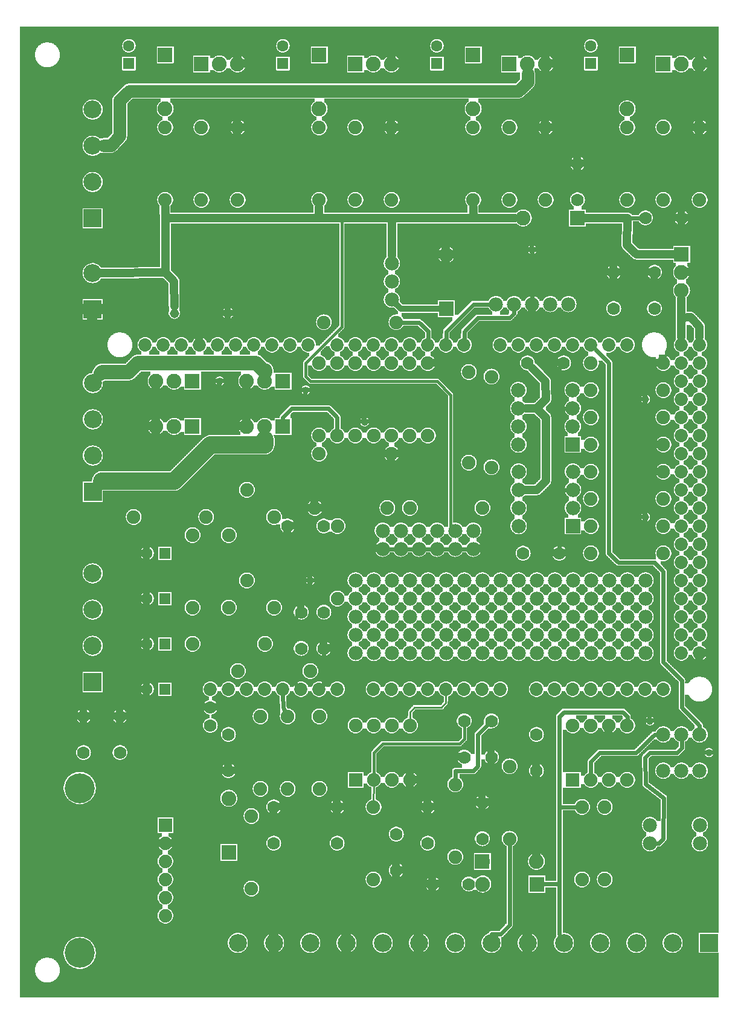
<source format=gbl>
G04 MADE WITH FRITZING*
G04 WWW.FRITZING.ORG*
G04 DOUBLE SIDED*
G04 HOLES PLATED*
G04 CONTOUR ON CENTER OF CONTOUR VECTOR*
%ASAXBY*%
%FSLAX23Y23*%
%MOIN*%
%OFA0B0*%
%SFA1.0B1.0*%
%ADD10C,0.075000*%
%ADD11C,0.074000*%
%ADD12C,0.165354*%
%ADD13C,0.070000*%
%ADD14C,0.039370*%
%ADD15C,0.082000*%
%ADD16C,0.078000*%
%ADD17C,0.072917*%
%ADD18C,0.051496*%
%ADD19C,0.079370*%
%ADD20C,0.062992*%
%ADD21C,0.099055*%
%ADD22R,0.074000X0.074000*%
%ADD23R,0.082000X0.082000*%
%ADD24R,0.075000X0.075000*%
%ADD25R,0.079370X0.079370*%
%ADD26R,0.062992X0.062992*%
%ADD27R,0.099055X0.099055*%
%ADD28C,0.024000*%
%ADD29C,0.048000*%
%ADD30C,0.011111*%
%ADD31C,0.016000*%
%ADD32C,0.080000*%
%ADD33C,0.095000*%
%ADD34C,0.032000*%
%LNCOPPER0*%
G90*
G70*
G54D10*
X1894Y4233D03*
X3485Y5329D03*
G54D11*
X843Y991D03*
X843Y891D03*
X843Y791D03*
X843Y691D03*
X843Y591D03*
X843Y491D03*
G54D12*
X371Y1196D03*
X371Y287D03*
G54D11*
X843Y991D03*
X843Y891D03*
X843Y791D03*
X843Y691D03*
X843Y591D03*
X843Y491D03*
G54D12*
X371Y1196D03*
X371Y287D03*
G54D13*
X2118Y941D03*
X2118Y741D03*
X2518Y666D03*
X2318Y666D03*
G54D10*
X1718Y3766D03*
X2118Y3766D03*
G54D14*
X1943Y3216D03*
X1143Y3441D03*
X1618Y3391D03*
X1643Y2341D03*
G54D15*
X2893Y666D03*
X2595Y666D03*
X2593Y791D03*
X2891Y791D03*
G54D10*
X1893Y1241D03*
X1893Y1541D03*
X1993Y1241D03*
X1993Y1541D03*
X2093Y1241D03*
X2093Y1541D03*
X2193Y1241D03*
X2193Y1541D03*
G54D16*
X2693Y2341D03*
X3093Y2341D03*
X2193Y2341D03*
X3393Y2341D03*
X2793Y2341D03*
X3193Y2341D03*
X2993Y2341D03*
X2493Y2341D03*
X1993Y2341D03*
X2293Y2341D03*
X3493Y2341D03*
X2593Y2341D03*
X3293Y2341D03*
X2393Y2341D03*
X2893Y2341D03*
X2093Y2341D03*
X2693Y2241D03*
X3093Y2241D03*
X2193Y2241D03*
X3393Y2241D03*
X2793Y2241D03*
X3193Y2241D03*
X2993Y2241D03*
X2493Y2241D03*
X1993Y2241D03*
X2293Y2241D03*
X3493Y2241D03*
X2593Y2241D03*
X3293Y2241D03*
X2393Y2241D03*
X2893Y2241D03*
X2093Y2241D03*
X2693Y2141D03*
X3093Y2141D03*
X2193Y2141D03*
X3393Y2141D03*
X2793Y2141D03*
X3193Y2141D03*
X2993Y2141D03*
X2493Y2141D03*
X1993Y2141D03*
X2293Y2141D03*
X3493Y2141D03*
X2593Y2141D03*
X3293Y2141D03*
X2393Y2141D03*
X2893Y2141D03*
X2093Y2141D03*
X1993Y2041D03*
X3193Y2041D03*
X2493Y2041D03*
X2793Y2041D03*
X3393Y2041D03*
X3293Y2041D03*
X2393Y2041D03*
X2193Y2041D03*
X2993Y2041D03*
X2693Y2041D03*
X2293Y2041D03*
X2093Y2041D03*
X3093Y2041D03*
X2893Y2041D03*
X2593Y2041D03*
X3493Y2041D03*
X1993Y1941D03*
X2093Y1941D03*
X2193Y1941D03*
X2293Y1941D03*
X2393Y1941D03*
X2493Y1941D03*
X2593Y1941D03*
X2693Y1941D03*
X2793Y1941D03*
X2893Y1941D03*
X2993Y1941D03*
X3093Y1941D03*
X3193Y1941D03*
X3293Y1941D03*
X3393Y1941D03*
X3493Y1941D03*
X1893Y1941D03*
X1893Y2041D03*
X1893Y2141D03*
X1893Y2241D03*
X1893Y2341D03*
X2543Y2616D03*
X2443Y2616D03*
X2343Y2616D03*
X2243Y2616D03*
X2143Y2616D03*
X2043Y2616D03*
X2543Y2616D03*
X2443Y2616D03*
X2343Y2616D03*
X2243Y2616D03*
X2143Y2616D03*
X2043Y2616D03*
X2043Y2516D03*
X2143Y2516D03*
X2243Y2516D03*
X2343Y2516D03*
X2443Y2516D03*
X2543Y2516D03*
G54D14*
X3493Y3341D03*
X3843Y1391D03*
X3518Y1566D03*
X3493Y2691D03*
X2868Y4166D03*
G54D15*
X992Y3441D03*
X892Y3441D03*
X792Y3441D03*
X1492Y3441D03*
X1392Y3441D03*
X1292Y3441D03*
X1492Y3191D03*
X1392Y3191D03*
X1292Y3191D03*
X992Y3191D03*
X892Y3191D03*
X792Y3191D03*
G54D13*
X1092Y1641D03*
X1092Y1541D03*
G54D10*
X1318Y641D03*
X1318Y1041D03*
G54D17*
X2992Y1741D03*
X1392Y1741D03*
X3092Y1741D03*
X3192Y1741D03*
X3292Y1741D03*
X3392Y1741D03*
X3692Y3141D03*
X3492Y1741D03*
X3592Y1741D03*
X1432Y3641D03*
X1992Y1741D03*
X2092Y1741D03*
X2192Y1741D03*
X2292Y1741D03*
X3692Y2341D03*
X2392Y1741D03*
X2492Y1741D03*
X2592Y1741D03*
X2692Y1741D03*
X2192Y3641D03*
X3692Y3541D03*
X3692Y2741D03*
X3692Y1941D03*
X1032Y3641D03*
X1792Y1741D03*
X1792Y3641D03*
X3692Y3341D03*
X3692Y2941D03*
X3692Y2541D03*
X3392Y3641D03*
X3692Y2141D03*
X3292Y3641D03*
X3192Y3641D03*
X3092Y3641D03*
X2992Y3641D03*
X2892Y3641D03*
X2792Y3641D03*
X2692Y3641D03*
X832Y3641D03*
X1232Y3641D03*
X1632Y3641D03*
X1192Y1741D03*
X1592Y1741D03*
X2392Y3641D03*
X1992Y3641D03*
X3692Y3641D03*
X3692Y3441D03*
X3692Y3241D03*
X3692Y3041D03*
X3692Y2841D03*
X3692Y2641D03*
X3692Y2441D03*
X3692Y2241D03*
X3692Y2041D03*
X732Y3641D03*
X932Y3641D03*
X1132Y3641D03*
X1332Y3641D03*
X1532Y3641D03*
X1092Y1741D03*
X1292Y1741D03*
X1492Y1741D03*
X1692Y1741D03*
X2492Y3641D03*
X2292Y3641D03*
X2092Y3641D03*
X1892Y3641D03*
X3792Y3641D03*
X3792Y3541D03*
X3792Y3441D03*
X3792Y3341D03*
X3792Y3241D03*
X3792Y3141D03*
X3792Y3041D03*
X3792Y2941D03*
X3792Y2841D03*
X3792Y2741D03*
X3792Y2641D03*
X3792Y2541D03*
X3792Y2441D03*
X3792Y2341D03*
X3792Y2241D03*
X3792Y2141D03*
X3792Y2041D03*
X3792Y1941D03*
X2892Y1741D03*
G54D15*
X2393Y3841D03*
X2393Y4139D03*
G54D10*
X1243Y1841D03*
X1643Y1841D03*
X3092Y1241D03*
X3092Y1541D03*
X3192Y1241D03*
X3192Y1541D03*
X3292Y1241D03*
X3292Y1541D03*
X3392Y1241D03*
X3392Y1541D03*
G54D16*
X3592Y1291D03*
X3692Y1291D03*
X3792Y1291D03*
X3792Y1491D03*
X3692Y1491D03*
X3592Y1491D03*
X2093Y3891D03*
X2093Y3991D03*
X2093Y4091D03*
G54D10*
X3143Y1091D03*
X3143Y691D03*
X3268Y1091D03*
X3268Y691D03*
G54D16*
X3518Y991D03*
X3518Y891D03*
X3793Y991D03*
X3793Y891D03*
G54D10*
X3592Y2491D03*
X3192Y2491D03*
X2292Y3541D03*
X2292Y3141D03*
X1792Y3541D03*
X1792Y3141D03*
X3592Y3091D03*
X3192Y3091D03*
X3592Y2941D03*
X3192Y2941D03*
X2092Y3541D03*
X2092Y3141D03*
X2092Y3041D03*
X1692Y3041D03*
X3592Y3541D03*
X3192Y3541D03*
G54D15*
X3692Y4141D03*
X3692Y4041D03*
X3692Y3941D03*
G54D13*
X3693Y4341D03*
X3493Y4341D03*
X3543Y4041D03*
X3543Y3841D03*
X3118Y4641D03*
X3118Y4441D03*
X3318Y4041D03*
X3318Y3841D03*
G54D15*
X3116Y4341D03*
X2818Y4341D03*
G54D16*
X2668Y3866D03*
X2768Y3866D03*
X2868Y3866D03*
X2968Y3866D03*
X3068Y3866D03*
G54D18*
X893Y3816D03*
X1189Y3816D03*
G54D19*
X3093Y2641D03*
X2793Y2641D03*
X3093Y2741D03*
X2793Y2741D03*
X3093Y2841D03*
X2793Y2841D03*
X3093Y2941D03*
X2793Y2941D03*
X3092Y3091D03*
X2792Y3091D03*
X3092Y3191D03*
X2792Y3191D03*
X3092Y3291D03*
X2792Y3291D03*
X3092Y3391D03*
X2792Y3391D03*
G54D10*
X3592Y2641D03*
X3192Y2641D03*
X2192Y3541D03*
X2192Y3141D03*
X1892Y3541D03*
X1892Y3141D03*
X3592Y3241D03*
X3192Y3241D03*
X3592Y2791D03*
X3192Y2791D03*
X1993Y3541D03*
X1993Y3141D03*
X1692Y3541D03*
X1692Y3141D03*
X3592Y3391D03*
X3192Y3391D03*
G54D13*
X3018Y2491D03*
X2818Y2491D03*
X3042Y3541D03*
X2842Y3541D03*
G54D10*
X1443Y2191D03*
X1443Y2691D03*
X2518Y2991D03*
X2518Y3491D03*
X1293Y2841D03*
X1293Y2341D03*
X2643Y3466D03*
X2643Y2966D03*
X1193Y2191D03*
X1193Y2591D03*
X668Y2691D03*
X1068Y2691D03*
X993Y1991D03*
X1393Y1991D03*
X993Y2191D03*
X993Y2591D03*
G54D20*
X841Y1991D03*
X742Y1991D03*
X841Y2491D03*
X742Y2491D03*
X841Y1741D03*
X742Y1741D03*
X841Y2241D03*
X742Y2241D03*
G54D10*
X2068Y2741D03*
X1668Y2741D03*
X1693Y1591D03*
X1693Y1191D03*
X1518Y1591D03*
X1518Y1191D03*
G54D13*
X2493Y1366D03*
X2493Y1566D03*
X1792Y1091D03*
X1792Y891D03*
X1192Y1291D03*
X1192Y1491D03*
X1442Y1091D03*
X1442Y891D03*
G54D10*
X1992Y691D03*
X1992Y1091D03*
X1368Y1191D03*
X1368Y1591D03*
G54D15*
X1193Y841D03*
X1193Y1139D03*
G54D21*
X443Y2830D03*
X443Y3030D03*
X443Y3230D03*
X443Y3430D03*
X3843Y341D03*
X3643Y341D03*
X3443Y341D03*
X3243Y341D03*
X3043Y341D03*
X2843Y341D03*
X2643Y341D03*
X2443Y341D03*
X2243Y341D03*
X2043Y341D03*
X1843Y341D03*
X1643Y341D03*
X1443Y341D03*
X1243Y341D03*
G54D13*
X2892Y1291D03*
X2892Y1491D03*
X1593Y1966D03*
X1593Y2166D03*
X2643Y1366D03*
X2643Y1566D03*
X392Y1591D03*
X392Y1391D03*
X593Y1591D03*
X593Y1391D03*
X2593Y1116D03*
X2593Y916D03*
X2292Y1091D03*
X2292Y891D03*
G54D10*
X2743Y916D03*
X2743Y1316D03*
X2443Y816D03*
X2443Y1216D03*
X2593Y2741D03*
X2193Y2741D03*
G54D13*
X1518Y2641D03*
X1718Y2641D03*
X1718Y1966D03*
X1718Y2166D03*
G54D10*
X1793Y2641D03*
X1793Y2241D03*
X842Y4441D03*
X842Y4841D03*
X2542Y4441D03*
X2542Y4841D03*
X1692Y4441D03*
X1692Y4841D03*
X3392Y4441D03*
X3392Y4841D03*
G54D20*
X642Y5193D03*
X642Y5291D03*
X2342Y5193D03*
X2342Y5291D03*
X1492Y5193D03*
X1492Y5291D03*
X3192Y5193D03*
X3192Y5291D03*
G54D15*
X842Y5241D03*
X842Y4943D03*
X2542Y5241D03*
X2542Y4943D03*
X1692Y5241D03*
X1692Y4943D03*
X3392Y5241D03*
X3392Y4943D03*
X1042Y5191D03*
X1142Y5191D03*
X1242Y5191D03*
X2742Y5191D03*
X2842Y5191D03*
X2942Y5191D03*
X1892Y5191D03*
X1992Y5191D03*
X2092Y5191D03*
X3592Y5191D03*
X3692Y5191D03*
X3792Y5191D03*
G54D10*
X1042Y4441D03*
X1042Y4841D03*
X2742Y4441D03*
X2742Y4841D03*
X1892Y4441D03*
X1892Y4841D03*
X3592Y4441D03*
X3592Y4841D03*
X1242Y4441D03*
X1242Y4841D03*
X2942Y4441D03*
X2942Y4841D03*
X2092Y4441D03*
X2092Y4841D03*
X3792Y4441D03*
X3792Y4841D03*
G54D21*
X442Y3837D03*
X442Y4037D03*
X442Y1780D03*
X442Y1980D03*
X442Y2180D03*
X442Y2380D03*
X442Y4340D03*
X442Y4540D03*
X442Y4740D03*
X442Y4940D03*
G54D22*
X843Y991D03*
X843Y991D03*
G54D23*
X2894Y666D03*
X2592Y791D03*
G54D24*
X1893Y1241D03*
G54D23*
X992Y3441D03*
X1492Y3441D03*
X1492Y3191D03*
X992Y3191D03*
X2393Y3840D03*
G54D24*
X3092Y1241D03*
G54D23*
X3692Y4141D03*
X3117Y4341D03*
G54D25*
X3093Y2641D03*
X3092Y3091D03*
G54D26*
X841Y1991D03*
X841Y2491D03*
X841Y1741D03*
X841Y2241D03*
G54D23*
X1193Y840D03*
G54D27*
X443Y2830D03*
X3843Y341D03*
G54D26*
X642Y5193D03*
X2342Y5193D03*
X1492Y5193D03*
X3192Y5193D03*
G54D23*
X842Y5242D03*
X2542Y5242D03*
X1692Y5242D03*
X3392Y5242D03*
X1042Y5191D03*
X2742Y5191D03*
X1892Y5191D03*
X3592Y5191D03*
G54D27*
X442Y3837D03*
X442Y1780D03*
X442Y4340D03*
G54D28*
X2543Y3866D02*
X2638Y3866D01*
D02*
X2393Y3716D02*
X2543Y3866D01*
D02*
X2393Y3672D02*
X2393Y3716D01*
D02*
X2743Y3791D02*
X2768Y3816D01*
D02*
X2768Y3816D02*
X2768Y3836D01*
D02*
X2568Y3791D02*
X2743Y3791D01*
D02*
X2493Y3716D02*
X2568Y3791D01*
D02*
X2493Y3672D02*
X2493Y3716D01*
D02*
X2868Y4147D02*
X2868Y3897D01*
D02*
X3568Y890D02*
X3548Y891D01*
D02*
X3592Y917D02*
X3568Y890D01*
D02*
X3694Y1417D02*
X3668Y1390D01*
D02*
X3668Y1390D02*
X3519Y1390D01*
D02*
X3519Y1390D02*
X3492Y1366D01*
D02*
X3492Y1366D02*
X3494Y1217D01*
D02*
X3494Y1217D02*
X3594Y1141D01*
D02*
X3594Y1141D02*
X3592Y917D01*
D02*
X3693Y1461D02*
X3694Y1417D01*
D02*
X2743Y888D02*
X2743Y441D01*
D02*
X2743Y441D02*
X2695Y390D01*
D02*
X2695Y390D02*
X2644Y390D01*
D02*
X2644Y390D02*
X2644Y382D01*
D02*
X3019Y2841D02*
X3018Y2518D01*
D02*
X3062Y2841D02*
X3019Y2841D01*
D02*
X3019Y3293D02*
X3019Y2841D01*
D02*
X3061Y3292D02*
X3019Y3293D01*
D02*
X3019Y3517D02*
X3019Y3293D01*
D02*
X3024Y3523D02*
X3019Y3517D01*
D02*
X2113Y2516D02*
X2073Y2516D01*
D02*
X2173Y2516D02*
X2213Y2516D01*
D02*
X2273Y2516D02*
X2313Y2516D01*
D02*
X2373Y2516D02*
X2413Y2516D01*
D02*
X2473Y2516D02*
X2513Y2516D01*
G54D29*
D02*
X2543Y4402D02*
X2543Y4341D01*
D02*
X2775Y4341D02*
X2543Y4341D01*
D02*
X2094Y4341D02*
X2543Y4341D01*
D02*
X2094Y4341D02*
X2093Y4133D01*
D02*
X1818Y4341D02*
X2094Y4341D01*
D02*
X1692Y4341D02*
X1818Y4341D01*
D02*
X1692Y4341D02*
X1692Y4402D01*
D02*
X1193Y4341D02*
X1692Y4341D01*
D02*
X843Y4341D02*
X1193Y4341D01*
D02*
X843Y4341D02*
X843Y4402D01*
D02*
X843Y4341D02*
X843Y4041D01*
D02*
X892Y3990D02*
X843Y4041D01*
D02*
X843Y4041D02*
X494Y4037D01*
D02*
X893Y3854D02*
X892Y3990D01*
D02*
X2943Y3241D02*
X2943Y2890D01*
D02*
X2894Y2841D02*
X2943Y2890D01*
D02*
X2835Y2841D02*
X2894Y2841D01*
D02*
X2892Y3290D02*
X2943Y3241D01*
D02*
X2834Y3291D02*
X2892Y3290D01*
D02*
X2892Y3290D02*
X2944Y3341D01*
D02*
X2944Y3341D02*
X2940Y3441D01*
D02*
X2940Y3441D02*
X2868Y3515D01*
G54D28*
D02*
X2243Y3766D02*
X2294Y3717D01*
D02*
X2294Y3717D02*
X2293Y3672D01*
D02*
X2147Y3766D02*
X2243Y3766D01*
G54D29*
D02*
X3394Y4341D02*
X3392Y4190D01*
D02*
X3392Y4190D02*
X3444Y4141D01*
D02*
X3159Y4341D02*
X3394Y4341D01*
G54D28*
D02*
X3394Y4341D02*
X3467Y4341D01*
G54D29*
D02*
X3444Y4141D02*
X3649Y4141D01*
D02*
X3792Y3741D02*
X3792Y3683D01*
D02*
X3743Y3793D02*
X3792Y3741D01*
D02*
X3692Y3791D02*
X3743Y3793D01*
D02*
X3692Y3791D02*
X3692Y3898D01*
D02*
X3692Y3683D02*
X3692Y3791D01*
G54D28*
D02*
X1718Y1766D02*
X1714Y1762D01*
D02*
X1718Y1940D02*
X1718Y1766D01*
D02*
X1518Y1816D02*
X1571Y1763D01*
D02*
X1518Y2091D02*
X1518Y1816D01*
D02*
X1575Y2148D02*
X1518Y2091D01*
D02*
X3393Y1591D02*
X3393Y1570D01*
D02*
X3368Y1616D02*
X3393Y1591D01*
D02*
X3043Y1616D02*
X3368Y1616D01*
D02*
X3018Y1591D02*
X3043Y1616D01*
D02*
X3018Y1091D02*
X3018Y1591D01*
D02*
X3018Y1091D02*
X3115Y1091D01*
D02*
X3017Y667D02*
X3018Y1091D01*
D02*
X3017Y667D02*
X2925Y667D01*
D02*
X3019Y390D02*
X3017Y667D01*
D02*
X3025Y378D02*
X3019Y390D01*
G54D30*
D02*
X2217Y1641D02*
X2369Y1641D01*
D02*
X2391Y1667D02*
X2392Y1717D01*
D02*
X2369Y1641D02*
X2391Y1667D01*
D02*
X2195Y1616D02*
X2217Y1641D01*
D02*
X2194Y1564D02*
X2195Y1616D01*
D02*
X1993Y1218D02*
X1992Y1115D01*
G54D31*
D02*
X2469Y1441D02*
X2043Y1441D01*
D02*
X2043Y1441D02*
X1994Y1391D01*
D02*
X2494Y1467D02*
X2469Y1441D01*
D02*
X1994Y1391D02*
X1993Y1265D01*
D02*
X2493Y1546D02*
X2494Y1467D01*
G54D28*
D02*
X2443Y1290D02*
X2543Y1290D01*
D02*
X2568Y1317D02*
X2568Y1490D01*
D02*
X2543Y1290D02*
X2568Y1317D01*
D02*
X2443Y1245D02*
X2443Y1290D01*
D02*
X2568Y1490D02*
X2625Y1548D01*
D02*
X1493Y1641D02*
X1492Y1711D01*
D02*
X1505Y1617D02*
X1493Y1641D01*
G54D13*
D02*
X643Y5041D02*
X2792Y5041D01*
D02*
X2792Y5041D02*
X2843Y5090D01*
D02*
X592Y4990D02*
X643Y5041D01*
D02*
X2843Y5090D02*
X2843Y5137D01*
D02*
X592Y4793D02*
X592Y4990D01*
D02*
X543Y4741D02*
X592Y4793D01*
D02*
X505Y4741D02*
X543Y4741D01*
G54D28*
D02*
X3292Y3541D02*
X3292Y2491D01*
D02*
X3213Y3620D02*
X3292Y3541D01*
D02*
X3292Y2491D02*
X3343Y2441D01*
D02*
X3543Y2441D02*
X3592Y2391D01*
D02*
X3343Y2441D02*
X3543Y2441D01*
D02*
X3592Y1890D02*
X3695Y1790D01*
D02*
X3592Y2391D02*
X3592Y1890D01*
G54D32*
D02*
X1344Y3541D02*
X1393Y3491D01*
D02*
X1393Y3491D02*
X1393Y3501D01*
D02*
X692Y3541D02*
X1344Y3541D01*
D02*
X642Y3491D02*
X692Y3541D01*
D02*
X493Y3491D02*
X642Y3491D01*
D02*
X487Y3483D02*
X493Y3491D01*
G54D28*
D02*
X1744Y3290D02*
X1792Y3241D01*
D02*
X1792Y3241D02*
X1792Y3170D01*
D02*
X1540Y3290D02*
X1744Y3290D01*
D02*
X1492Y3241D02*
X1540Y3290D01*
D02*
X1492Y3224D02*
X1492Y3241D01*
G54D33*
D02*
X1392Y3090D02*
X1392Y3120D01*
D02*
X492Y2890D02*
X892Y2890D01*
D02*
X892Y2890D02*
X1092Y3090D01*
D02*
X1092Y3090D02*
X1392Y3090D01*
D02*
X494Y2892D02*
X492Y2890D01*
G54D34*
D02*
X2143Y3841D02*
X2118Y3866D01*
D02*
X2356Y3841D02*
X2143Y3841D01*
G54D31*
D02*
X2417Y2641D02*
X2426Y2633D01*
D02*
X2418Y3366D02*
X2417Y2641D01*
D02*
X1818Y3741D02*
X1618Y3541D01*
D02*
X1618Y3541D02*
X1618Y3467D01*
D02*
X1818Y3891D02*
X1818Y3741D01*
D02*
X1818Y4341D02*
X1818Y3891D01*
D02*
X1643Y3441D02*
X2343Y3441D01*
D02*
X1618Y3467D02*
X1643Y3441D01*
D02*
X2343Y3441D02*
X2418Y3366D01*
G54D28*
D02*
X3693Y1641D02*
X3695Y1790D01*
D02*
X3792Y1541D02*
X3693Y1641D01*
D02*
X3792Y1522D02*
X3792Y1541D01*
D02*
X3543Y1491D02*
X3562Y1491D01*
D02*
X3442Y1391D02*
X3543Y1491D01*
D02*
X3242Y1391D02*
X3442Y1391D01*
D02*
X3192Y1341D02*
X3242Y1391D01*
D02*
X3192Y1270D02*
X3192Y1341D01*
G36*
X1832Y4311D02*
X1832Y3737D01*
X1830Y3737D01*
X1830Y3733D01*
X1828Y3733D01*
X1828Y3731D01*
X1826Y3731D01*
X1826Y3729D01*
X1824Y3729D01*
X1824Y3727D01*
X1822Y3727D01*
X1822Y3725D01*
X1820Y3725D01*
X1820Y3723D01*
X2110Y3723D01*
X2110Y3725D01*
X2104Y3725D01*
X2104Y3727D01*
X2098Y3727D01*
X2098Y3729D01*
X2096Y3729D01*
X2096Y3731D01*
X2092Y3731D01*
X2092Y3733D01*
X2090Y3733D01*
X2090Y3735D01*
X2088Y3735D01*
X2088Y3737D01*
X2086Y3737D01*
X2086Y3739D01*
X2084Y3739D01*
X2084Y3741D01*
X2082Y3741D01*
X2082Y3745D01*
X2080Y3745D01*
X2080Y3749D01*
X2078Y3749D01*
X2078Y3753D01*
X2076Y3753D01*
X2076Y3763D01*
X2074Y3763D01*
X2074Y3771D01*
X2076Y3771D01*
X2076Y3779D01*
X2078Y3779D01*
X2078Y3785D01*
X2080Y3785D01*
X2080Y3789D01*
X2082Y3789D01*
X2082Y3793D01*
X2084Y3793D01*
X2084Y3795D01*
X2086Y3795D01*
X2086Y3797D01*
X2088Y3797D01*
X2088Y3799D01*
X2090Y3799D01*
X2090Y3801D01*
X2094Y3801D01*
X2094Y3803D01*
X2096Y3803D01*
X2096Y3805D01*
X2100Y3805D01*
X2100Y3807D01*
X2106Y3807D01*
X2106Y3809D01*
X2114Y3809D01*
X2114Y3811D01*
X2126Y3811D01*
X2126Y3829D01*
X2124Y3829D01*
X2124Y3831D01*
X2122Y3831D01*
X2122Y3833D01*
X2120Y3833D01*
X2120Y3835D01*
X2118Y3835D01*
X2118Y3837D01*
X2116Y3837D01*
X2116Y3839D01*
X2114Y3839D01*
X2114Y3841D01*
X2112Y3841D01*
X2112Y3843D01*
X2110Y3843D01*
X2110Y3845D01*
X2108Y3845D01*
X2108Y3847D01*
X2084Y3847D01*
X2084Y3849D01*
X2076Y3849D01*
X2076Y3851D01*
X2072Y3851D01*
X2072Y3853D01*
X2068Y3853D01*
X2068Y3855D01*
X2066Y3855D01*
X2066Y3857D01*
X2064Y3857D01*
X2064Y3859D01*
X2062Y3859D01*
X2062Y3861D01*
X2060Y3861D01*
X2060Y3863D01*
X2058Y3863D01*
X2058Y3865D01*
X2056Y3865D01*
X2056Y3869D01*
X2054Y3869D01*
X2054Y3871D01*
X2052Y3871D01*
X2052Y3877D01*
X2050Y3877D01*
X2050Y3883D01*
X2048Y3883D01*
X2048Y3899D01*
X2050Y3899D01*
X2050Y3907D01*
X2052Y3907D01*
X2052Y3911D01*
X2054Y3911D01*
X2054Y3915D01*
X2056Y3915D01*
X2056Y3919D01*
X2058Y3919D01*
X2058Y3921D01*
X2060Y3921D01*
X2060Y3923D01*
X2062Y3923D01*
X2062Y3925D01*
X2064Y3925D01*
X2064Y3927D01*
X2066Y3927D01*
X2066Y3929D01*
X2070Y3929D01*
X2070Y3931D01*
X2074Y3931D01*
X2074Y3951D01*
X2072Y3951D01*
X2072Y3953D01*
X2068Y3953D01*
X2068Y3955D01*
X2066Y3955D01*
X2066Y3957D01*
X2064Y3957D01*
X2064Y3959D01*
X2062Y3959D01*
X2062Y3961D01*
X2060Y3961D01*
X2060Y3963D01*
X2058Y3963D01*
X2058Y3965D01*
X2056Y3965D01*
X2056Y3969D01*
X2054Y3969D01*
X2054Y3971D01*
X2052Y3971D01*
X2052Y3977D01*
X2050Y3977D01*
X2050Y3983D01*
X2048Y3983D01*
X2048Y3999D01*
X2050Y3999D01*
X2050Y4007D01*
X2052Y4007D01*
X2052Y4011D01*
X2054Y4011D01*
X2054Y4015D01*
X2056Y4015D01*
X2056Y4019D01*
X2058Y4019D01*
X2058Y4021D01*
X2060Y4021D01*
X2060Y4023D01*
X2062Y4023D01*
X2062Y4025D01*
X2064Y4025D01*
X2064Y4027D01*
X2066Y4027D01*
X2066Y4029D01*
X2070Y4029D01*
X2070Y4031D01*
X2074Y4031D01*
X2074Y4051D01*
X2072Y4051D01*
X2072Y4053D01*
X2068Y4053D01*
X2068Y4055D01*
X2066Y4055D01*
X2066Y4057D01*
X2064Y4057D01*
X2064Y4059D01*
X2062Y4059D01*
X2062Y4061D01*
X2060Y4061D01*
X2060Y4063D01*
X2058Y4063D01*
X2058Y4065D01*
X2056Y4065D01*
X2056Y4069D01*
X2054Y4069D01*
X2054Y4071D01*
X2052Y4071D01*
X2052Y4077D01*
X2050Y4077D01*
X2050Y4083D01*
X2048Y4083D01*
X2048Y4099D01*
X2050Y4099D01*
X2050Y4107D01*
X2052Y4107D01*
X2052Y4111D01*
X2054Y4111D01*
X2054Y4115D01*
X2056Y4115D01*
X2056Y4119D01*
X2058Y4119D01*
X2058Y4121D01*
X2060Y4121D01*
X2060Y4123D01*
X2062Y4123D01*
X2062Y4125D01*
X2064Y4125D01*
X2064Y4311D01*
X1832Y4311D01*
G37*
D02*
G36*
X2158Y3749D02*
X2158Y3747D01*
X2156Y3747D01*
X2156Y3743D01*
X2154Y3743D01*
X2154Y3741D01*
X2152Y3741D01*
X2152Y3739D01*
X2150Y3739D01*
X2150Y3737D01*
X2148Y3737D01*
X2148Y3735D01*
X2146Y3735D01*
X2146Y3733D01*
X2144Y3733D01*
X2144Y3731D01*
X2142Y3731D01*
X2142Y3729D01*
X2138Y3729D01*
X2138Y3727D01*
X2132Y3727D01*
X2132Y3725D01*
X2126Y3725D01*
X2126Y3723D01*
X2262Y3723D01*
X2262Y3725D01*
X2260Y3725D01*
X2260Y3727D01*
X2258Y3727D01*
X2258Y3729D01*
X2256Y3729D01*
X2256Y3731D01*
X2252Y3731D01*
X2252Y3733D01*
X2250Y3733D01*
X2250Y3735D01*
X2248Y3735D01*
X2248Y3737D01*
X2246Y3737D01*
X2246Y3739D01*
X2244Y3739D01*
X2244Y3741D01*
X2242Y3741D01*
X2242Y3743D01*
X2240Y3743D01*
X2240Y3745D01*
X2238Y3745D01*
X2238Y3747D01*
X2236Y3747D01*
X2236Y3749D01*
X2158Y3749D01*
G37*
D02*
G36*
X1818Y3723D02*
X1818Y3721D01*
X2264Y3721D01*
X2264Y3723D01*
X1818Y3723D01*
G37*
D02*
G36*
X1818Y3723D02*
X1818Y3721D01*
X2264Y3721D01*
X2264Y3723D01*
X1818Y3723D01*
G37*
D02*
G36*
X1816Y3721D02*
X1816Y3719D01*
X1814Y3719D01*
X1814Y3717D01*
X1812Y3717D01*
X1812Y3715D01*
X1810Y3715D01*
X1810Y3713D01*
X1808Y3713D01*
X1808Y3711D01*
X1806Y3711D01*
X1806Y3709D01*
X1804Y3709D01*
X1804Y3707D01*
X1802Y3707D01*
X1802Y3705D01*
X1800Y3705D01*
X1800Y3703D01*
X1798Y3703D01*
X1798Y3685D01*
X2196Y3685D01*
X2196Y3683D01*
X2204Y3683D01*
X2204Y3681D01*
X2210Y3681D01*
X2210Y3679D01*
X2214Y3679D01*
X2214Y3677D01*
X2216Y3677D01*
X2216Y3675D01*
X2220Y3675D01*
X2220Y3673D01*
X2222Y3673D01*
X2222Y3671D01*
X2224Y3671D01*
X2224Y3669D01*
X2226Y3669D01*
X2226Y3665D01*
X2228Y3665D01*
X2228Y3663D01*
X2230Y3663D01*
X2230Y3659D01*
X2232Y3659D01*
X2232Y3653D01*
X2252Y3653D01*
X2252Y3659D01*
X2254Y3659D01*
X2254Y3661D01*
X2256Y3661D01*
X2256Y3665D01*
X2258Y3665D01*
X2258Y3667D01*
X2260Y3667D01*
X2260Y3671D01*
X2262Y3671D01*
X2262Y3673D01*
X2264Y3673D01*
X2264Y3675D01*
X2268Y3675D01*
X2268Y3677D01*
X2270Y3677D01*
X2270Y3679D01*
X2274Y3679D01*
X2274Y3681D01*
X2276Y3681D01*
X2276Y3711D01*
X2274Y3711D01*
X2274Y3713D01*
X2272Y3713D01*
X2272Y3715D01*
X2270Y3715D01*
X2270Y3717D01*
X2268Y3717D01*
X2268Y3719D01*
X2266Y3719D01*
X2266Y3721D01*
X1816Y3721D01*
G37*
D02*
G36*
X1798Y3685D02*
X1798Y3683D01*
X1804Y3683D01*
X1804Y3681D01*
X1810Y3681D01*
X1810Y3679D01*
X1814Y3679D01*
X1814Y3677D01*
X1816Y3677D01*
X1816Y3675D01*
X1820Y3675D01*
X1820Y3673D01*
X1822Y3673D01*
X1822Y3671D01*
X1824Y3671D01*
X1824Y3669D01*
X1826Y3669D01*
X1826Y3665D01*
X1828Y3665D01*
X1828Y3663D01*
X1830Y3663D01*
X1830Y3659D01*
X1832Y3659D01*
X1832Y3653D01*
X1852Y3653D01*
X1852Y3659D01*
X1854Y3659D01*
X1854Y3661D01*
X1856Y3661D01*
X1856Y3665D01*
X1858Y3665D01*
X1858Y3667D01*
X1860Y3667D01*
X1860Y3671D01*
X1862Y3671D01*
X1862Y3673D01*
X1864Y3673D01*
X1864Y3675D01*
X1868Y3675D01*
X1868Y3677D01*
X1870Y3677D01*
X1870Y3679D01*
X1874Y3679D01*
X1874Y3681D01*
X1880Y3681D01*
X1880Y3683D01*
X1888Y3683D01*
X1888Y3685D01*
X1798Y3685D01*
G37*
D02*
G36*
X1896Y3685D02*
X1896Y3683D01*
X1904Y3683D01*
X1904Y3681D01*
X1910Y3681D01*
X1910Y3679D01*
X1914Y3679D01*
X1914Y3677D01*
X1916Y3677D01*
X1916Y3675D01*
X1920Y3675D01*
X1920Y3673D01*
X1922Y3673D01*
X1922Y3671D01*
X1924Y3671D01*
X1924Y3669D01*
X1926Y3669D01*
X1926Y3665D01*
X1928Y3665D01*
X1928Y3663D01*
X1930Y3663D01*
X1930Y3659D01*
X1932Y3659D01*
X1932Y3653D01*
X1952Y3653D01*
X1952Y3659D01*
X1954Y3659D01*
X1954Y3661D01*
X1956Y3661D01*
X1956Y3665D01*
X1958Y3665D01*
X1958Y3667D01*
X1960Y3667D01*
X1960Y3671D01*
X1962Y3671D01*
X1962Y3673D01*
X1964Y3673D01*
X1964Y3675D01*
X1968Y3675D01*
X1968Y3677D01*
X1970Y3677D01*
X1970Y3679D01*
X1974Y3679D01*
X1974Y3681D01*
X1980Y3681D01*
X1980Y3683D01*
X1988Y3683D01*
X1988Y3685D01*
X1896Y3685D01*
G37*
D02*
G36*
X1996Y3685D02*
X1996Y3683D01*
X2004Y3683D01*
X2004Y3681D01*
X2010Y3681D01*
X2010Y3679D01*
X2014Y3679D01*
X2014Y3677D01*
X2016Y3677D01*
X2016Y3675D01*
X2020Y3675D01*
X2020Y3673D01*
X2022Y3673D01*
X2022Y3671D01*
X2024Y3671D01*
X2024Y3669D01*
X2026Y3669D01*
X2026Y3665D01*
X2028Y3665D01*
X2028Y3663D01*
X2030Y3663D01*
X2030Y3659D01*
X2032Y3659D01*
X2032Y3653D01*
X2052Y3653D01*
X2052Y3659D01*
X2054Y3659D01*
X2054Y3661D01*
X2056Y3661D01*
X2056Y3665D01*
X2058Y3665D01*
X2058Y3667D01*
X2060Y3667D01*
X2060Y3671D01*
X2062Y3671D01*
X2062Y3673D01*
X2064Y3673D01*
X2064Y3675D01*
X2068Y3675D01*
X2068Y3677D01*
X2070Y3677D01*
X2070Y3679D01*
X2074Y3679D01*
X2074Y3681D01*
X2080Y3681D01*
X2080Y3683D01*
X2088Y3683D01*
X2088Y3685D01*
X1996Y3685D01*
G37*
D02*
G36*
X2096Y3685D02*
X2096Y3683D01*
X2104Y3683D01*
X2104Y3681D01*
X2110Y3681D01*
X2110Y3679D01*
X2114Y3679D01*
X2114Y3677D01*
X2116Y3677D01*
X2116Y3675D01*
X2120Y3675D01*
X2120Y3673D01*
X2122Y3673D01*
X2122Y3671D01*
X2124Y3671D01*
X2124Y3669D01*
X2126Y3669D01*
X2126Y3665D01*
X2128Y3665D01*
X2128Y3663D01*
X2130Y3663D01*
X2130Y3659D01*
X2132Y3659D01*
X2132Y3653D01*
X2152Y3653D01*
X2152Y3659D01*
X2154Y3659D01*
X2154Y3661D01*
X2156Y3661D01*
X2156Y3665D01*
X2158Y3665D01*
X2158Y3667D01*
X2160Y3667D01*
X2160Y3671D01*
X2162Y3671D01*
X2162Y3673D01*
X2164Y3673D01*
X2164Y3675D01*
X2168Y3675D01*
X2168Y3677D01*
X2170Y3677D01*
X2170Y3679D01*
X2174Y3679D01*
X2174Y3681D01*
X2180Y3681D01*
X2180Y3683D01*
X2188Y3683D01*
X2188Y3685D01*
X2096Y3685D01*
G37*
D02*
G36*
X2550Y3849D02*
X2550Y3847D01*
X2548Y3847D01*
X2548Y3845D01*
X2546Y3845D01*
X2546Y3843D01*
X2544Y3843D01*
X2544Y3841D01*
X2542Y3841D01*
X2542Y3839D01*
X2540Y3839D01*
X2540Y3837D01*
X2538Y3837D01*
X2538Y3835D01*
X2536Y3835D01*
X2536Y3833D01*
X2534Y3833D01*
X2534Y3831D01*
X2532Y3831D01*
X2532Y3829D01*
X2530Y3829D01*
X2530Y3827D01*
X2528Y3827D01*
X2528Y3825D01*
X2526Y3825D01*
X2526Y3823D01*
X2524Y3823D01*
X2524Y3821D01*
X2522Y3821D01*
X2522Y3819D01*
X2520Y3819D01*
X2520Y3817D01*
X2518Y3817D01*
X2518Y3815D01*
X2516Y3815D01*
X2516Y3813D01*
X2514Y3813D01*
X2514Y3811D01*
X2512Y3811D01*
X2512Y3809D01*
X2510Y3809D01*
X2510Y3807D01*
X2508Y3807D01*
X2508Y3805D01*
X2506Y3805D01*
X2506Y3803D01*
X2504Y3803D01*
X2504Y3801D01*
X2502Y3801D01*
X2502Y3799D01*
X2500Y3799D01*
X2500Y3797D01*
X2498Y3797D01*
X2498Y3795D01*
X2496Y3795D01*
X2496Y3793D01*
X2494Y3793D01*
X2494Y3791D01*
X2492Y3791D01*
X2492Y3789D01*
X2490Y3789D01*
X2490Y3787D01*
X2488Y3787D01*
X2488Y3785D01*
X2486Y3785D01*
X2486Y3783D01*
X2484Y3783D01*
X2484Y3781D01*
X2482Y3781D01*
X2482Y3779D01*
X2480Y3779D01*
X2480Y3777D01*
X2478Y3777D01*
X2478Y3775D01*
X2476Y3775D01*
X2476Y3773D01*
X2474Y3773D01*
X2474Y3771D01*
X2472Y3771D01*
X2472Y3769D01*
X2470Y3769D01*
X2470Y3767D01*
X2468Y3767D01*
X2468Y3765D01*
X2466Y3765D01*
X2466Y3763D01*
X2464Y3763D01*
X2464Y3761D01*
X2462Y3761D01*
X2462Y3759D01*
X2460Y3759D01*
X2460Y3757D01*
X2458Y3757D01*
X2458Y3755D01*
X2456Y3755D01*
X2456Y3753D01*
X2454Y3753D01*
X2454Y3751D01*
X2452Y3751D01*
X2452Y3749D01*
X2450Y3749D01*
X2450Y3747D01*
X2448Y3747D01*
X2448Y3745D01*
X2446Y3745D01*
X2446Y3743D01*
X2444Y3743D01*
X2444Y3741D01*
X2442Y3741D01*
X2442Y3739D01*
X2440Y3739D01*
X2440Y3737D01*
X2438Y3737D01*
X2438Y3735D01*
X2436Y3735D01*
X2436Y3733D01*
X2434Y3733D01*
X2434Y3731D01*
X2432Y3731D01*
X2432Y3729D01*
X2430Y3729D01*
X2430Y3727D01*
X2428Y3727D01*
X2428Y3725D01*
X2426Y3725D01*
X2426Y3723D01*
X2424Y3723D01*
X2424Y3721D01*
X2422Y3721D01*
X2422Y3719D01*
X2420Y3719D01*
X2420Y3717D01*
X2418Y3717D01*
X2418Y3715D01*
X2416Y3715D01*
X2416Y3713D01*
X2414Y3713D01*
X2414Y3711D01*
X2412Y3711D01*
X2412Y3701D01*
X2410Y3701D01*
X2410Y3679D01*
X2414Y3679D01*
X2414Y3677D01*
X2416Y3677D01*
X2416Y3675D01*
X2420Y3675D01*
X2420Y3673D01*
X2422Y3673D01*
X2422Y3671D01*
X2424Y3671D01*
X2424Y3669D01*
X2426Y3669D01*
X2426Y3665D01*
X2428Y3665D01*
X2428Y3663D01*
X2430Y3663D01*
X2430Y3659D01*
X2432Y3659D01*
X2432Y3653D01*
X2452Y3653D01*
X2452Y3659D01*
X2454Y3659D01*
X2454Y3661D01*
X2456Y3661D01*
X2456Y3665D01*
X2458Y3665D01*
X2458Y3667D01*
X2460Y3667D01*
X2460Y3671D01*
X2462Y3671D01*
X2462Y3673D01*
X2464Y3673D01*
X2464Y3675D01*
X2468Y3675D01*
X2468Y3677D01*
X2470Y3677D01*
X2470Y3679D01*
X2474Y3679D01*
X2474Y3703D01*
X2476Y3703D01*
X2476Y3725D01*
X2478Y3725D01*
X2478Y3727D01*
X2480Y3727D01*
X2480Y3729D01*
X2482Y3729D01*
X2482Y3731D01*
X2484Y3731D01*
X2484Y3733D01*
X2486Y3733D01*
X2486Y3735D01*
X2488Y3735D01*
X2488Y3737D01*
X2490Y3737D01*
X2490Y3739D01*
X2492Y3739D01*
X2492Y3741D01*
X2494Y3741D01*
X2494Y3743D01*
X2496Y3743D01*
X2496Y3745D01*
X2498Y3745D01*
X2498Y3747D01*
X2500Y3747D01*
X2500Y3749D01*
X2502Y3749D01*
X2502Y3751D01*
X2504Y3751D01*
X2504Y3753D01*
X2506Y3753D01*
X2506Y3755D01*
X2508Y3755D01*
X2508Y3757D01*
X2510Y3757D01*
X2510Y3759D01*
X2512Y3759D01*
X2512Y3761D01*
X2514Y3761D01*
X2514Y3763D01*
X2516Y3763D01*
X2516Y3765D01*
X2518Y3765D01*
X2518Y3767D01*
X2520Y3767D01*
X2520Y3769D01*
X2522Y3769D01*
X2522Y3771D01*
X2524Y3771D01*
X2524Y3773D01*
X2526Y3773D01*
X2526Y3775D01*
X2528Y3775D01*
X2528Y3777D01*
X2530Y3777D01*
X2530Y3779D01*
X2532Y3779D01*
X2532Y3781D01*
X2534Y3781D01*
X2534Y3783D01*
X2536Y3783D01*
X2536Y3785D01*
X2538Y3785D01*
X2538Y3787D01*
X2540Y3787D01*
X2540Y3789D01*
X2542Y3789D01*
X2542Y3791D01*
X2544Y3791D01*
X2544Y3793D01*
X2546Y3793D01*
X2546Y3795D01*
X2548Y3795D01*
X2548Y3797D01*
X2550Y3797D01*
X2550Y3799D01*
X2552Y3799D01*
X2552Y3801D01*
X2554Y3801D01*
X2554Y3803D01*
X2556Y3803D01*
X2556Y3805D01*
X2558Y3805D01*
X2558Y3807D01*
X2560Y3807D01*
X2560Y3809D01*
X2646Y3809D01*
X2646Y3829D01*
X2642Y3829D01*
X2642Y3831D01*
X2640Y3831D01*
X2640Y3833D01*
X2638Y3833D01*
X2638Y3835D01*
X2636Y3835D01*
X2636Y3837D01*
X2634Y3837D01*
X2634Y3839D01*
X2632Y3839D01*
X2632Y3841D01*
X2630Y3841D01*
X2630Y3845D01*
X2628Y3845D01*
X2628Y3849D01*
X2550Y3849D01*
G37*
D02*
G36*
X2708Y3847D02*
X2708Y3845D01*
X2706Y3845D01*
X2706Y3841D01*
X2704Y3841D01*
X2704Y3839D01*
X2702Y3839D01*
X2702Y3837D01*
X2700Y3837D01*
X2700Y3835D01*
X2698Y3835D01*
X2698Y3833D01*
X2696Y3833D01*
X2696Y3831D01*
X2694Y3831D01*
X2694Y3829D01*
X2690Y3829D01*
X2690Y3809D01*
X2736Y3809D01*
X2736Y3811D01*
X2738Y3811D01*
X2738Y3813D01*
X2740Y3813D01*
X2740Y3833D01*
X2738Y3833D01*
X2738Y3835D01*
X2736Y3835D01*
X2736Y3837D01*
X2734Y3837D01*
X2734Y3839D01*
X2732Y3839D01*
X2732Y3841D01*
X2730Y3841D01*
X2730Y3845D01*
X2728Y3845D01*
X2728Y3847D01*
X2708Y3847D01*
G37*
D02*
G36*
X2146Y3819D02*
X2146Y3799D01*
X2148Y3799D01*
X2148Y3797D01*
X2150Y3797D01*
X2150Y3795D01*
X2152Y3795D01*
X2152Y3793D01*
X2154Y3793D01*
X2154Y3789D01*
X2156Y3789D01*
X2156Y3787D01*
X2158Y3787D01*
X2158Y3785D01*
X2246Y3785D01*
X2246Y3783D01*
X2252Y3783D01*
X2252Y3781D01*
X2254Y3781D01*
X2254Y3779D01*
X2256Y3779D01*
X2256Y3777D01*
X2258Y3777D01*
X2258Y3775D01*
X2262Y3775D01*
X2262Y3773D01*
X2264Y3773D01*
X2264Y3771D01*
X2266Y3771D01*
X2266Y3769D01*
X2268Y3769D01*
X2268Y3767D01*
X2270Y3767D01*
X2270Y3765D01*
X2272Y3765D01*
X2272Y3763D01*
X2274Y3763D01*
X2274Y3761D01*
X2276Y3761D01*
X2276Y3759D01*
X2278Y3759D01*
X2278Y3757D01*
X2280Y3757D01*
X2280Y3755D01*
X2282Y3755D01*
X2282Y3753D01*
X2284Y3753D01*
X2284Y3751D01*
X2286Y3751D01*
X2286Y3749D01*
X2288Y3749D01*
X2288Y3747D01*
X2290Y3747D01*
X2290Y3745D01*
X2292Y3745D01*
X2292Y3743D01*
X2294Y3743D01*
X2294Y3741D01*
X2296Y3741D01*
X2296Y3739D01*
X2298Y3739D01*
X2298Y3737D01*
X2300Y3737D01*
X2300Y3735D01*
X2302Y3735D01*
X2302Y3733D01*
X2306Y3733D01*
X2306Y3731D01*
X2308Y3731D01*
X2308Y3727D01*
X2310Y3727D01*
X2310Y3723D01*
X2312Y3723D01*
X2312Y3679D01*
X2314Y3679D01*
X2314Y3677D01*
X2316Y3677D01*
X2316Y3675D01*
X2320Y3675D01*
X2320Y3673D01*
X2322Y3673D01*
X2322Y3671D01*
X2324Y3671D01*
X2324Y3669D01*
X2326Y3669D01*
X2326Y3665D01*
X2328Y3665D01*
X2328Y3663D01*
X2330Y3663D01*
X2330Y3659D01*
X2332Y3659D01*
X2332Y3653D01*
X2352Y3653D01*
X2352Y3659D01*
X2354Y3659D01*
X2354Y3661D01*
X2356Y3661D01*
X2356Y3665D01*
X2358Y3665D01*
X2358Y3667D01*
X2360Y3667D01*
X2360Y3671D01*
X2362Y3671D01*
X2362Y3673D01*
X2364Y3673D01*
X2364Y3675D01*
X2368Y3675D01*
X2368Y3677D01*
X2370Y3677D01*
X2370Y3679D01*
X2374Y3679D01*
X2374Y3703D01*
X2376Y3703D01*
X2376Y3725D01*
X2378Y3725D01*
X2378Y3727D01*
X2380Y3727D01*
X2380Y3729D01*
X2382Y3729D01*
X2382Y3731D01*
X2384Y3731D01*
X2384Y3733D01*
X2386Y3733D01*
X2386Y3735D01*
X2388Y3735D01*
X2388Y3737D01*
X2390Y3737D01*
X2390Y3739D01*
X2392Y3739D01*
X2392Y3741D01*
X2394Y3741D01*
X2394Y3743D01*
X2396Y3743D01*
X2396Y3745D01*
X2398Y3745D01*
X2398Y3747D01*
X2400Y3747D01*
X2400Y3749D01*
X2402Y3749D01*
X2402Y3751D01*
X2404Y3751D01*
X2404Y3753D01*
X2406Y3753D01*
X2406Y3755D01*
X2408Y3755D01*
X2408Y3757D01*
X2410Y3757D01*
X2410Y3759D01*
X2412Y3759D01*
X2412Y3761D01*
X2414Y3761D01*
X2414Y3763D01*
X2416Y3763D01*
X2416Y3765D01*
X2418Y3765D01*
X2418Y3767D01*
X2420Y3767D01*
X2420Y3769D01*
X2422Y3769D01*
X2422Y3771D01*
X2424Y3771D01*
X2424Y3773D01*
X2426Y3773D01*
X2426Y3793D01*
X2346Y3793D01*
X2346Y3819D01*
X2146Y3819D01*
G37*
D02*
G36*
X3722Y3751D02*
X3722Y3671D01*
X3724Y3671D01*
X3724Y3669D01*
X3726Y3669D01*
X3726Y3665D01*
X3728Y3665D01*
X3728Y3663D01*
X3730Y3663D01*
X3730Y3659D01*
X3732Y3659D01*
X3732Y3653D01*
X3752Y3653D01*
X3752Y3659D01*
X3754Y3659D01*
X3754Y3661D01*
X3756Y3661D01*
X3756Y3665D01*
X3758Y3665D01*
X3758Y3667D01*
X3760Y3667D01*
X3760Y3671D01*
X3762Y3671D01*
X3762Y3731D01*
X3760Y3731D01*
X3760Y3733D01*
X3758Y3733D01*
X3758Y3735D01*
X3756Y3735D01*
X3756Y3737D01*
X3754Y3737D01*
X3754Y3739D01*
X3752Y3739D01*
X3752Y3741D01*
X3750Y3741D01*
X3750Y3743D01*
X3748Y3743D01*
X3748Y3745D01*
X3746Y3745D01*
X3746Y3747D01*
X3744Y3747D01*
X3744Y3749D01*
X3742Y3749D01*
X3742Y3751D01*
X3722Y3751D01*
G37*
D02*
G36*
X1730Y3635D02*
X1730Y3633D01*
X1728Y3633D01*
X1728Y3631D01*
X1726Y3631D01*
X1726Y3629D01*
X1724Y3629D01*
X1724Y3627D01*
X1722Y3627D01*
X1722Y3625D01*
X1720Y3625D01*
X1720Y3623D01*
X1718Y3623D01*
X1718Y3621D01*
X1716Y3621D01*
X1716Y3619D01*
X1714Y3619D01*
X1714Y3617D01*
X1712Y3617D01*
X1712Y3615D01*
X1710Y3615D01*
X1710Y3613D01*
X1708Y3613D01*
X1708Y3611D01*
X1706Y3611D01*
X1706Y3609D01*
X1704Y3609D01*
X1704Y3607D01*
X1702Y3607D01*
X1702Y3605D01*
X1700Y3605D01*
X1700Y3585D01*
X1702Y3585D01*
X1702Y3583D01*
X1708Y3583D01*
X1708Y3581D01*
X1712Y3581D01*
X1712Y3579D01*
X1716Y3579D01*
X1716Y3577D01*
X1718Y3577D01*
X1718Y3575D01*
X1722Y3575D01*
X1722Y3573D01*
X1724Y3573D01*
X1724Y3569D01*
X1726Y3569D01*
X1726Y3567D01*
X1728Y3567D01*
X1728Y3565D01*
X1730Y3565D01*
X1730Y3561D01*
X1732Y3561D01*
X1732Y3557D01*
X1752Y3557D01*
X1752Y3561D01*
X1754Y3561D01*
X1754Y3565D01*
X1756Y3565D01*
X1756Y3567D01*
X1758Y3567D01*
X1758Y3569D01*
X1760Y3569D01*
X1760Y3573D01*
X1764Y3573D01*
X1764Y3575D01*
X1766Y3575D01*
X1766Y3577D01*
X1768Y3577D01*
X1768Y3579D01*
X1772Y3579D01*
X1772Y3581D01*
X1776Y3581D01*
X1776Y3583D01*
X1778Y3583D01*
X1778Y3603D01*
X1774Y3603D01*
X1774Y3605D01*
X1770Y3605D01*
X1770Y3607D01*
X1766Y3607D01*
X1766Y3609D01*
X1764Y3609D01*
X1764Y3611D01*
X1762Y3611D01*
X1762Y3613D01*
X1760Y3613D01*
X1760Y3615D01*
X1758Y3615D01*
X1758Y3619D01*
X1756Y3619D01*
X1756Y3621D01*
X1754Y3621D01*
X1754Y3625D01*
X1752Y3625D01*
X1752Y3631D01*
X1750Y3631D01*
X1750Y3635D01*
X1730Y3635D01*
G37*
D02*
G36*
X772Y3631D02*
X772Y3625D01*
X770Y3625D01*
X770Y3621D01*
X768Y3621D01*
X768Y3617D01*
X766Y3617D01*
X766Y3615D01*
X764Y3615D01*
X764Y3613D01*
X762Y3613D01*
X762Y3611D01*
X760Y3611D01*
X760Y3609D01*
X758Y3609D01*
X758Y3607D01*
X754Y3607D01*
X754Y3587D01*
X810Y3587D01*
X810Y3607D01*
X806Y3607D01*
X806Y3609D01*
X804Y3609D01*
X804Y3611D01*
X802Y3611D01*
X802Y3613D01*
X800Y3613D01*
X800Y3615D01*
X798Y3615D01*
X798Y3619D01*
X796Y3619D01*
X796Y3621D01*
X794Y3621D01*
X794Y3625D01*
X792Y3625D01*
X792Y3631D01*
X772Y3631D01*
G37*
D02*
G36*
X872Y3631D02*
X872Y3625D01*
X870Y3625D01*
X870Y3621D01*
X868Y3621D01*
X868Y3617D01*
X866Y3617D01*
X866Y3615D01*
X864Y3615D01*
X864Y3613D01*
X862Y3613D01*
X862Y3611D01*
X860Y3611D01*
X860Y3609D01*
X858Y3609D01*
X858Y3607D01*
X854Y3607D01*
X854Y3587D01*
X910Y3587D01*
X910Y3607D01*
X906Y3607D01*
X906Y3609D01*
X904Y3609D01*
X904Y3611D01*
X902Y3611D01*
X902Y3613D01*
X900Y3613D01*
X900Y3615D01*
X898Y3615D01*
X898Y3619D01*
X896Y3619D01*
X896Y3621D01*
X894Y3621D01*
X894Y3625D01*
X892Y3625D01*
X892Y3631D01*
X872Y3631D01*
G37*
D02*
G36*
X972Y3631D02*
X972Y3625D01*
X970Y3625D01*
X970Y3621D01*
X968Y3621D01*
X968Y3617D01*
X966Y3617D01*
X966Y3615D01*
X964Y3615D01*
X964Y3613D01*
X962Y3613D01*
X962Y3611D01*
X960Y3611D01*
X960Y3609D01*
X958Y3609D01*
X958Y3607D01*
X954Y3607D01*
X954Y3587D01*
X1010Y3587D01*
X1010Y3607D01*
X1006Y3607D01*
X1006Y3609D01*
X1004Y3609D01*
X1004Y3611D01*
X1002Y3611D01*
X1002Y3613D01*
X1000Y3613D01*
X1000Y3615D01*
X998Y3615D01*
X998Y3619D01*
X996Y3619D01*
X996Y3621D01*
X994Y3621D01*
X994Y3625D01*
X992Y3625D01*
X992Y3631D01*
X972Y3631D01*
G37*
D02*
G36*
X1072Y3631D02*
X1072Y3625D01*
X1070Y3625D01*
X1070Y3621D01*
X1068Y3621D01*
X1068Y3617D01*
X1066Y3617D01*
X1066Y3615D01*
X1064Y3615D01*
X1064Y3613D01*
X1062Y3613D01*
X1062Y3611D01*
X1060Y3611D01*
X1060Y3609D01*
X1058Y3609D01*
X1058Y3607D01*
X1054Y3607D01*
X1054Y3587D01*
X1110Y3587D01*
X1110Y3607D01*
X1106Y3607D01*
X1106Y3609D01*
X1104Y3609D01*
X1104Y3611D01*
X1102Y3611D01*
X1102Y3613D01*
X1100Y3613D01*
X1100Y3615D01*
X1098Y3615D01*
X1098Y3619D01*
X1096Y3619D01*
X1096Y3621D01*
X1094Y3621D01*
X1094Y3625D01*
X1092Y3625D01*
X1092Y3631D01*
X1072Y3631D01*
G37*
D02*
G36*
X1172Y3631D02*
X1172Y3625D01*
X1170Y3625D01*
X1170Y3621D01*
X1168Y3621D01*
X1168Y3617D01*
X1166Y3617D01*
X1166Y3615D01*
X1164Y3615D01*
X1164Y3613D01*
X1162Y3613D01*
X1162Y3611D01*
X1160Y3611D01*
X1160Y3609D01*
X1158Y3609D01*
X1158Y3607D01*
X1154Y3607D01*
X1154Y3587D01*
X1210Y3587D01*
X1210Y3607D01*
X1206Y3607D01*
X1206Y3609D01*
X1204Y3609D01*
X1204Y3611D01*
X1202Y3611D01*
X1202Y3613D01*
X1200Y3613D01*
X1200Y3615D01*
X1198Y3615D01*
X1198Y3619D01*
X1196Y3619D01*
X1196Y3621D01*
X1194Y3621D01*
X1194Y3625D01*
X1192Y3625D01*
X1192Y3631D01*
X1172Y3631D01*
G37*
D02*
G36*
X1272Y3631D02*
X1272Y3625D01*
X1270Y3625D01*
X1270Y3621D01*
X1268Y3621D01*
X1268Y3617D01*
X1266Y3617D01*
X1266Y3615D01*
X1264Y3615D01*
X1264Y3613D01*
X1262Y3613D01*
X1262Y3611D01*
X1260Y3611D01*
X1260Y3609D01*
X1258Y3609D01*
X1258Y3607D01*
X1254Y3607D01*
X1254Y3587D01*
X1310Y3587D01*
X1310Y3607D01*
X1306Y3607D01*
X1306Y3609D01*
X1304Y3609D01*
X1304Y3611D01*
X1302Y3611D01*
X1302Y3613D01*
X1300Y3613D01*
X1300Y3615D01*
X1298Y3615D01*
X1298Y3619D01*
X1296Y3619D01*
X1296Y3621D01*
X1294Y3621D01*
X1294Y3625D01*
X1292Y3625D01*
X1292Y3631D01*
X1272Y3631D01*
G37*
D02*
G36*
X1832Y3631D02*
X1832Y3625D01*
X1830Y3625D01*
X1830Y3621D01*
X1828Y3621D01*
X1828Y3617D01*
X1826Y3617D01*
X1826Y3615D01*
X1824Y3615D01*
X1824Y3613D01*
X1822Y3613D01*
X1822Y3611D01*
X1820Y3611D01*
X1820Y3609D01*
X1818Y3609D01*
X1818Y3607D01*
X1814Y3607D01*
X1814Y3605D01*
X1812Y3605D01*
X1812Y3603D01*
X1806Y3603D01*
X1806Y3583D01*
X1808Y3583D01*
X1808Y3581D01*
X1812Y3581D01*
X1812Y3579D01*
X1816Y3579D01*
X1816Y3577D01*
X1818Y3577D01*
X1818Y3575D01*
X1822Y3575D01*
X1822Y3573D01*
X1824Y3573D01*
X1824Y3569D01*
X1826Y3569D01*
X1826Y3567D01*
X1828Y3567D01*
X1828Y3565D01*
X1830Y3565D01*
X1830Y3561D01*
X1832Y3561D01*
X1832Y3557D01*
X1852Y3557D01*
X1852Y3561D01*
X1854Y3561D01*
X1854Y3565D01*
X1856Y3565D01*
X1856Y3567D01*
X1858Y3567D01*
X1858Y3569D01*
X1860Y3569D01*
X1860Y3573D01*
X1864Y3573D01*
X1864Y3575D01*
X1866Y3575D01*
X1866Y3577D01*
X1868Y3577D01*
X1868Y3579D01*
X1872Y3579D01*
X1872Y3581D01*
X1876Y3581D01*
X1876Y3583D01*
X1878Y3583D01*
X1878Y3603D01*
X1874Y3603D01*
X1874Y3605D01*
X1870Y3605D01*
X1870Y3607D01*
X1866Y3607D01*
X1866Y3609D01*
X1864Y3609D01*
X1864Y3611D01*
X1862Y3611D01*
X1862Y3613D01*
X1860Y3613D01*
X1860Y3615D01*
X1858Y3615D01*
X1858Y3619D01*
X1856Y3619D01*
X1856Y3621D01*
X1854Y3621D01*
X1854Y3625D01*
X1852Y3625D01*
X1852Y3631D01*
X1832Y3631D01*
G37*
D02*
G36*
X1932Y3631D02*
X1932Y3625D01*
X1930Y3625D01*
X1930Y3621D01*
X1928Y3621D01*
X1928Y3617D01*
X1926Y3617D01*
X1926Y3615D01*
X1924Y3615D01*
X1924Y3613D01*
X1922Y3613D01*
X1922Y3611D01*
X1920Y3611D01*
X1920Y3609D01*
X1918Y3609D01*
X1918Y3607D01*
X1914Y3607D01*
X1914Y3605D01*
X1912Y3605D01*
X1912Y3603D01*
X1906Y3603D01*
X1906Y3583D01*
X1908Y3583D01*
X1908Y3581D01*
X1912Y3581D01*
X1912Y3579D01*
X1916Y3579D01*
X1916Y3577D01*
X1918Y3577D01*
X1918Y3575D01*
X1922Y3575D01*
X1922Y3573D01*
X1924Y3573D01*
X1924Y3569D01*
X1926Y3569D01*
X1926Y3567D01*
X1928Y3567D01*
X1928Y3565D01*
X1930Y3565D01*
X1930Y3561D01*
X1932Y3561D01*
X1932Y3557D01*
X1952Y3557D01*
X1952Y3559D01*
X1954Y3559D01*
X1954Y3563D01*
X1956Y3563D01*
X1956Y3565D01*
X1958Y3565D01*
X1958Y3569D01*
X1960Y3569D01*
X1960Y3571D01*
X1962Y3571D01*
X1962Y3573D01*
X1964Y3573D01*
X1964Y3575D01*
X1966Y3575D01*
X1966Y3577D01*
X1970Y3577D01*
X1970Y3579D01*
X1972Y3579D01*
X1972Y3581D01*
X1976Y3581D01*
X1976Y3583D01*
X1978Y3583D01*
X1978Y3603D01*
X1974Y3603D01*
X1974Y3605D01*
X1970Y3605D01*
X1970Y3607D01*
X1966Y3607D01*
X1966Y3609D01*
X1964Y3609D01*
X1964Y3611D01*
X1962Y3611D01*
X1962Y3613D01*
X1960Y3613D01*
X1960Y3615D01*
X1958Y3615D01*
X1958Y3619D01*
X1956Y3619D01*
X1956Y3621D01*
X1954Y3621D01*
X1954Y3625D01*
X1952Y3625D01*
X1952Y3631D01*
X1932Y3631D01*
G37*
D02*
G36*
X2032Y3631D02*
X2032Y3625D01*
X2030Y3625D01*
X2030Y3621D01*
X2028Y3621D01*
X2028Y3617D01*
X2026Y3617D01*
X2026Y3615D01*
X2024Y3615D01*
X2024Y3613D01*
X2022Y3613D01*
X2022Y3611D01*
X2020Y3611D01*
X2020Y3609D01*
X2018Y3609D01*
X2018Y3607D01*
X2014Y3607D01*
X2014Y3605D01*
X2012Y3605D01*
X2012Y3603D01*
X2006Y3603D01*
X2006Y3583D01*
X2010Y3583D01*
X2010Y3581D01*
X2014Y3581D01*
X2014Y3579D01*
X2018Y3579D01*
X2018Y3577D01*
X2020Y3577D01*
X2020Y3575D01*
X2022Y3575D01*
X2022Y3573D01*
X2024Y3573D01*
X2024Y3571D01*
X2026Y3571D01*
X2026Y3569D01*
X2028Y3569D01*
X2028Y3567D01*
X2030Y3567D01*
X2030Y3563D01*
X2032Y3563D01*
X2032Y3559D01*
X2052Y3559D01*
X2052Y3561D01*
X2054Y3561D01*
X2054Y3565D01*
X2056Y3565D01*
X2056Y3567D01*
X2058Y3567D01*
X2058Y3569D01*
X2060Y3569D01*
X2060Y3573D01*
X2064Y3573D01*
X2064Y3575D01*
X2066Y3575D01*
X2066Y3577D01*
X2068Y3577D01*
X2068Y3579D01*
X2072Y3579D01*
X2072Y3581D01*
X2076Y3581D01*
X2076Y3583D01*
X2078Y3583D01*
X2078Y3603D01*
X2074Y3603D01*
X2074Y3605D01*
X2070Y3605D01*
X2070Y3607D01*
X2066Y3607D01*
X2066Y3609D01*
X2064Y3609D01*
X2064Y3611D01*
X2062Y3611D01*
X2062Y3613D01*
X2060Y3613D01*
X2060Y3615D01*
X2058Y3615D01*
X2058Y3619D01*
X2056Y3619D01*
X2056Y3621D01*
X2054Y3621D01*
X2054Y3625D01*
X2052Y3625D01*
X2052Y3631D01*
X2032Y3631D01*
G37*
D02*
G36*
X2132Y3631D02*
X2132Y3625D01*
X2130Y3625D01*
X2130Y3621D01*
X2128Y3621D01*
X2128Y3617D01*
X2126Y3617D01*
X2126Y3615D01*
X2124Y3615D01*
X2124Y3613D01*
X2122Y3613D01*
X2122Y3611D01*
X2120Y3611D01*
X2120Y3609D01*
X2118Y3609D01*
X2118Y3607D01*
X2114Y3607D01*
X2114Y3605D01*
X2112Y3605D01*
X2112Y3603D01*
X2106Y3603D01*
X2106Y3583D01*
X2108Y3583D01*
X2108Y3581D01*
X2112Y3581D01*
X2112Y3579D01*
X2116Y3579D01*
X2116Y3577D01*
X2118Y3577D01*
X2118Y3575D01*
X2122Y3575D01*
X2122Y3573D01*
X2124Y3573D01*
X2124Y3569D01*
X2126Y3569D01*
X2126Y3567D01*
X2128Y3567D01*
X2128Y3565D01*
X2130Y3565D01*
X2130Y3561D01*
X2132Y3561D01*
X2132Y3557D01*
X2152Y3557D01*
X2152Y3561D01*
X2154Y3561D01*
X2154Y3565D01*
X2156Y3565D01*
X2156Y3567D01*
X2158Y3567D01*
X2158Y3569D01*
X2160Y3569D01*
X2160Y3573D01*
X2164Y3573D01*
X2164Y3575D01*
X2166Y3575D01*
X2166Y3577D01*
X2168Y3577D01*
X2168Y3579D01*
X2172Y3579D01*
X2172Y3581D01*
X2176Y3581D01*
X2176Y3583D01*
X2178Y3583D01*
X2178Y3603D01*
X2174Y3603D01*
X2174Y3605D01*
X2170Y3605D01*
X2170Y3607D01*
X2166Y3607D01*
X2166Y3609D01*
X2164Y3609D01*
X2164Y3611D01*
X2162Y3611D01*
X2162Y3613D01*
X2160Y3613D01*
X2160Y3615D01*
X2158Y3615D01*
X2158Y3619D01*
X2156Y3619D01*
X2156Y3621D01*
X2154Y3621D01*
X2154Y3625D01*
X2152Y3625D01*
X2152Y3631D01*
X2132Y3631D01*
G37*
D02*
G36*
X2232Y3631D02*
X2232Y3625D01*
X2230Y3625D01*
X2230Y3621D01*
X2228Y3621D01*
X2228Y3617D01*
X2226Y3617D01*
X2226Y3615D01*
X2224Y3615D01*
X2224Y3613D01*
X2222Y3613D01*
X2222Y3611D01*
X2220Y3611D01*
X2220Y3609D01*
X2218Y3609D01*
X2218Y3607D01*
X2214Y3607D01*
X2214Y3605D01*
X2212Y3605D01*
X2212Y3603D01*
X2206Y3603D01*
X2206Y3583D01*
X2208Y3583D01*
X2208Y3581D01*
X2212Y3581D01*
X2212Y3579D01*
X2216Y3579D01*
X2216Y3577D01*
X2218Y3577D01*
X2218Y3575D01*
X2222Y3575D01*
X2222Y3573D01*
X2224Y3573D01*
X2224Y3569D01*
X2226Y3569D01*
X2226Y3567D01*
X2228Y3567D01*
X2228Y3565D01*
X2230Y3565D01*
X2230Y3561D01*
X2232Y3561D01*
X2232Y3557D01*
X2252Y3557D01*
X2252Y3561D01*
X2254Y3561D01*
X2254Y3565D01*
X2256Y3565D01*
X2256Y3567D01*
X2258Y3567D01*
X2258Y3569D01*
X2260Y3569D01*
X2260Y3573D01*
X2264Y3573D01*
X2264Y3575D01*
X2266Y3575D01*
X2266Y3577D01*
X2268Y3577D01*
X2268Y3579D01*
X2272Y3579D01*
X2272Y3581D01*
X2276Y3581D01*
X2276Y3583D01*
X2278Y3583D01*
X2278Y3603D01*
X2274Y3603D01*
X2274Y3605D01*
X2270Y3605D01*
X2270Y3607D01*
X2266Y3607D01*
X2266Y3609D01*
X2264Y3609D01*
X2264Y3611D01*
X2262Y3611D01*
X2262Y3613D01*
X2260Y3613D01*
X2260Y3615D01*
X2258Y3615D01*
X2258Y3619D01*
X2256Y3619D01*
X2256Y3621D01*
X2254Y3621D01*
X2254Y3625D01*
X2252Y3625D01*
X2252Y3631D01*
X2232Y3631D01*
G37*
D02*
G36*
X3732Y3631D02*
X3732Y3625D01*
X3730Y3625D01*
X3730Y3621D01*
X3728Y3621D01*
X3728Y3617D01*
X3726Y3617D01*
X3726Y3615D01*
X3724Y3615D01*
X3724Y3613D01*
X3722Y3613D01*
X3722Y3611D01*
X3720Y3611D01*
X3720Y3609D01*
X3718Y3609D01*
X3718Y3607D01*
X3714Y3607D01*
X3714Y3605D01*
X3712Y3605D01*
X3712Y3603D01*
X3706Y3603D01*
X3706Y3601D01*
X3704Y3601D01*
X3704Y3581D01*
X3710Y3581D01*
X3710Y3579D01*
X3714Y3579D01*
X3714Y3577D01*
X3716Y3577D01*
X3716Y3575D01*
X3720Y3575D01*
X3720Y3573D01*
X3722Y3573D01*
X3722Y3571D01*
X3724Y3571D01*
X3724Y3569D01*
X3726Y3569D01*
X3726Y3565D01*
X3728Y3565D01*
X3728Y3563D01*
X3730Y3563D01*
X3730Y3559D01*
X3732Y3559D01*
X3732Y3553D01*
X3752Y3553D01*
X3752Y3559D01*
X3754Y3559D01*
X3754Y3561D01*
X3756Y3561D01*
X3756Y3565D01*
X3758Y3565D01*
X3758Y3567D01*
X3760Y3567D01*
X3760Y3571D01*
X3762Y3571D01*
X3762Y3573D01*
X3764Y3573D01*
X3764Y3575D01*
X3768Y3575D01*
X3768Y3577D01*
X3770Y3577D01*
X3770Y3579D01*
X3774Y3579D01*
X3774Y3581D01*
X3780Y3581D01*
X3780Y3601D01*
X3778Y3601D01*
X3778Y3603D01*
X3774Y3603D01*
X3774Y3605D01*
X3770Y3605D01*
X3770Y3607D01*
X3766Y3607D01*
X3766Y3609D01*
X3764Y3609D01*
X3764Y3611D01*
X3762Y3611D01*
X3762Y3613D01*
X3760Y3613D01*
X3760Y3615D01*
X3758Y3615D01*
X3758Y3619D01*
X3756Y3619D01*
X3756Y3621D01*
X3754Y3621D01*
X3754Y3625D01*
X3752Y3625D01*
X3752Y3631D01*
X3732Y3631D01*
G37*
D02*
G36*
X3732Y3531D02*
X3732Y3525D01*
X3730Y3525D01*
X3730Y3521D01*
X3728Y3521D01*
X3728Y3517D01*
X3726Y3517D01*
X3726Y3515D01*
X3724Y3515D01*
X3724Y3513D01*
X3722Y3513D01*
X3722Y3511D01*
X3720Y3511D01*
X3720Y3509D01*
X3718Y3509D01*
X3718Y3507D01*
X3714Y3507D01*
X3714Y3505D01*
X3712Y3505D01*
X3712Y3503D01*
X3706Y3503D01*
X3706Y3501D01*
X3704Y3501D01*
X3704Y3481D01*
X3710Y3481D01*
X3710Y3479D01*
X3714Y3479D01*
X3714Y3477D01*
X3716Y3477D01*
X3716Y3475D01*
X3720Y3475D01*
X3720Y3473D01*
X3722Y3473D01*
X3722Y3471D01*
X3724Y3471D01*
X3724Y3469D01*
X3726Y3469D01*
X3726Y3465D01*
X3728Y3465D01*
X3728Y3463D01*
X3730Y3463D01*
X3730Y3459D01*
X3732Y3459D01*
X3732Y3453D01*
X3752Y3453D01*
X3752Y3459D01*
X3754Y3459D01*
X3754Y3461D01*
X3756Y3461D01*
X3756Y3465D01*
X3758Y3465D01*
X3758Y3467D01*
X3760Y3467D01*
X3760Y3471D01*
X3762Y3471D01*
X3762Y3473D01*
X3764Y3473D01*
X3764Y3475D01*
X3768Y3475D01*
X3768Y3477D01*
X3770Y3477D01*
X3770Y3479D01*
X3774Y3479D01*
X3774Y3481D01*
X3780Y3481D01*
X3780Y3501D01*
X3778Y3501D01*
X3778Y3503D01*
X3774Y3503D01*
X3774Y3505D01*
X3770Y3505D01*
X3770Y3507D01*
X3766Y3507D01*
X3766Y3509D01*
X3764Y3509D01*
X3764Y3511D01*
X3762Y3511D01*
X3762Y3513D01*
X3760Y3513D01*
X3760Y3515D01*
X3758Y3515D01*
X3758Y3519D01*
X3756Y3519D01*
X3756Y3521D01*
X3754Y3521D01*
X3754Y3525D01*
X3752Y3525D01*
X3752Y3531D01*
X3732Y3531D01*
G37*
D02*
G36*
X3732Y3431D02*
X3732Y3425D01*
X3730Y3425D01*
X3730Y3421D01*
X3728Y3421D01*
X3728Y3417D01*
X3726Y3417D01*
X3726Y3415D01*
X3724Y3415D01*
X3724Y3413D01*
X3722Y3413D01*
X3722Y3411D01*
X3720Y3411D01*
X3720Y3409D01*
X3718Y3409D01*
X3718Y3407D01*
X3714Y3407D01*
X3714Y3405D01*
X3712Y3405D01*
X3712Y3403D01*
X3706Y3403D01*
X3706Y3401D01*
X3704Y3401D01*
X3704Y3381D01*
X3710Y3381D01*
X3710Y3379D01*
X3714Y3379D01*
X3714Y3377D01*
X3716Y3377D01*
X3716Y3375D01*
X3720Y3375D01*
X3720Y3373D01*
X3722Y3373D01*
X3722Y3371D01*
X3724Y3371D01*
X3724Y3369D01*
X3726Y3369D01*
X3726Y3365D01*
X3728Y3365D01*
X3728Y3363D01*
X3730Y3363D01*
X3730Y3359D01*
X3732Y3359D01*
X3732Y3353D01*
X3752Y3353D01*
X3752Y3359D01*
X3754Y3359D01*
X3754Y3361D01*
X3756Y3361D01*
X3756Y3365D01*
X3758Y3365D01*
X3758Y3367D01*
X3760Y3367D01*
X3760Y3371D01*
X3762Y3371D01*
X3762Y3373D01*
X3764Y3373D01*
X3764Y3375D01*
X3768Y3375D01*
X3768Y3377D01*
X3770Y3377D01*
X3770Y3379D01*
X3774Y3379D01*
X3774Y3381D01*
X3780Y3381D01*
X3780Y3401D01*
X3778Y3401D01*
X3778Y3403D01*
X3774Y3403D01*
X3774Y3405D01*
X3770Y3405D01*
X3770Y3407D01*
X3766Y3407D01*
X3766Y3409D01*
X3764Y3409D01*
X3764Y3411D01*
X3762Y3411D01*
X3762Y3413D01*
X3760Y3413D01*
X3760Y3415D01*
X3758Y3415D01*
X3758Y3419D01*
X3756Y3419D01*
X3756Y3421D01*
X3754Y3421D01*
X3754Y3425D01*
X3752Y3425D01*
X3752Y3431D01*
X3732Y3431D01*
G37*
D02*
G36*
X3732Y3331D02*
X3732Y3325D01*
X3730Y3325D01*
X3730Y3321D01*
X3728Y3321D01*
X3728Y3317D01*
X3726Y3317D01*
X3726Y3315D01*
X3724Y3315D01*
X3724Y3313D01*
X3722Y3313D01*
X3722Y3311D01*
X3720Y3311D01*
X3720Y3309D01*
X3718Y3309D01*
X3718Y3307D01*
X3714Y3307D01*
X3714Y3305D01*
X3712Y3305D01*
X3712Y3303D01*
X3706Y3303D01*
X3706Y3301D01*
X3704Y3301D01*
X3704Y3281D01*
X3710Y3281D01*
X3710Y3279D01*
X3714Y3279D01*
X3714Y3277D01*
X3716Y3277D01*
X3716Y3275D01*
X3720Y3275D01*
X3720Y3273D01*
X3722Y3273D01*
X3722Y3271D01*
X3724Y3271D01*
X3724Y3269D01*
X3726Y3269D01*
X3726Y3265D01*
X3728Y3265D01*
X3728Y3263D01*
X3730Y3263D01*
X3730Y3259D01*
X3732Y3259D01*
X3732Y3253D01*
X3752Y3253D01*
X3752Y3259D01*
X3754Y3259D01*
X3754Y3261D01*
X3756Y3261D01*
X3756Y3265D01*
X3758Y3265D01*
X3758Y3267D01*
X3760Y3267D01*
X3760Y3271D01*
X3762Y3271D01*
X3762Y3273D01*
X3764Y3273D01*
X3764Y3275D01*
X3768Y3275D01*
X3768Y3277D01*
X3770Y3277D01*
X3770Y3279D01*
X3774Y3279D01*
X3774Y3281D01*
X3780Y3281D01*
X3780Y3301D01*
X3778Y3301D01*
X3778Y3303D01*
X3774Y3303D01*
X3774Y3305D01*
X3770Y3305D01*
X3770Y3307D01*
X3766Y3307D01*
X3766Y3309D01*
X3764Y3309D01*
X3764Y3311D01*
X3762Y3311D01*
X3762Y3313D01*
X3760Y3313D01*
X3760Y3315D01*
X3758Y3315D01*
X3758Y3319D01*
X3756Y3319D01*
X3756Y3321D01*
X3754Y3321D01*
X3754Y3325D01*
X3752Y3325D01*
X3752Y3331D01*
X3732Y3331D01*
G37*
D02*
G36*
X3732Y3231D02*
X3732Y3225D01*
X3730Y3225D01*
X3730Y3221D01*
X3728Y3221D01*
X3728Y3217D01*
X3726Y3217D01*
X3726Y3215D01*
X3724Y3215D01*
X3724Y3213D01*
X3722Y3213D01*
X3722Y3211D01*
X3720Y3211D01*
X3720Y3209D01*
X3718Y3209D01*
X3718Y3207D01*
X3714Y3207D01*
X3714Y3205D01*
X3712Y3205D01*
X3712Y3203D01*
X3706Y3203D01*
X3706Y3201D01*
X3704Y3201D01*
X3704Y3181D01*
X3710Y3181D01*
X3710Y3179D01*
X3714Y3179D01*
X3714Y3177D01*
X3716Y3177D01*
X3716Y3175D01*
X3720Y3175D01*
X3720Y3173D01*
X3722Y3173D01*
X3722Y3171D01*
X3724Y3171D01*
X3724Y3169D01*
X3726Y3169D01*
X3726Y3165D01*
X3728Y3165D01*
X3728Y3163D01*
X3730Y3163D01*
X3730Y3159D01*
X3732Y3159D01*
X3732Y3153D01*
X3752Y3153D01*
X3752Y3159D01*
X3754Y3159D01*
X3754Y3161D01*
X3756Y3161D01*
X3756Y3165D01*
X3758Y3165D01*
X3758Y3167D01*
X3760Y3167D01*
X3760Y3171D01*
X3762Y3171D01*
X3762Y3173D01*
X3764Y3173D01*
X3764Y3175D01*
X3768Y3175D01*
X3768Y3177D01*
X3770Y3177D01*
X3770Y3179D01*
X3774Y3179D01*
X3774Y3181D01*
X3780Y3181D01*
X3780Y3201D01*
X3778Y3201D01*
X3778Y3203D01*
X3774Y3203D01*
X3774Y3205D01*
X3770Y3205D01*
X3770Y3207D01*
X3766Y3207D01*
X3766Y3209D01*
X3764Y3209D01*
X3764Y3211D01*
X3762Y3211D01*
X3762Y3213D01*
X3760Y3213D01*
X3760Y3215D01*
X3758Y3215D01*
X3758Y3219D01*
X3756Y3219D01*
X3756Y3221D01*
X3754Y3221D01*
X3754Y3225D01*
X3752Y3225D01*
X3752Y3231D01*
X3732Y3231D01*
G37*
D02*
G36*
X3732Y3131D02*
X3732Y3125D01*
X3730Y3125D01*
X3730Y3121D01*
X3728Y3121D01*
X3728Y3117D01*
X3726Y3117D01*
X3726Y3115D01*
X3724Y3115D01*
X3724Y3113D01*
X3722Y3113D01*
X3722Y3111D01*
X3720Y3111D01*
X3720Y3109D01*
X3718Y3109D01*
X3718Y3107D01*
X3714Y3107D01*
X3714Y3105D01*
X3712Y3105D01*
X3712Y3103D01*
X3706Y3103D01*
X3706Y3101D01*
X3704Y3101D01*
X3704Y3081D01*
X3710Y3081D01*
X3710Y3079D01*
X3714Y3079D01*
X3714Y3077D01*
X3716Y3077D01*
X3716Y3075D01*
X3720Y3075D01*
X3720Y3073D01*
X3722Y3073D01*
X3722Y3071D01*
X3724Y3071D01*
X3724Y3069D01*
X3726Y3069D01*
X3726Y3065D01*
X3728Y3065D01*
X3728Y3063D01*
X3730Y3063D01*
X3730Y3059D01*
X3732Y3059D01*
X3732Y3053D01*
X3752Y3053D01*
X3752Y3059D01*
X3754Y3059D01*
X3754Y3061D01*
X3756Y3061D01*
X3756Y3065D01*
X3758Y3065D01*
X3758Y3067D01*
X3760Y3067D01*
X3760Y3071D01*
X3762Y3071D01*
X3762Y3073D01*
X3764Y3073D01*
X3764Y3075D01*
X3768Y3075D01*
X3768Y3077D01*
X3770Y3077D01*
X3770Y3079D01*
X3774Y3079D01*
X3774Y3081D01*
X3780Y3081D01*
X3780Y3101D01*
X3778Y3101D01*
X3778Y3103D01*
X3774Y3103D01*
X3774Y3105D01*
X3770Y3105D01*
X3770Y3107D01*
X3766Y3107D01*
X3766Y3109D01*
X3764Y3109D01*
X3764Y3111D01*
X3762Y3111D01*
X3762Y3113D01*
X3760Y3113D01*
X3760Y3115D01*
X3758Y3115D01*
X3758Y3119D01*
X3756Y3119D01*
X3756Y3121D01*
X3754Y3121D01*
X3754Y3125D01*
X3752Y3125D01*
X3752Y3131D01*
X3732Y3131D01*
G37*
D02*
G36*
X3732Y3031D02*
X3732Y3025D01*
X3730Y3025D01*
X3730Y3021D01*
X3728Y3021D01*
X3728Y3017D01*
X3726Y3017D01*
X3726Y3015D01*
X3724Y3015D01*
X3724Y3013D01*
X3722Y3013D01*
X3722Y3011D01*
X3720Y3011D01*
X3720Y3009D01*
X3718Y3009D01*
X3718Y3007D01*
X3714Y3007D01*
X3714Y3005D01*
X3712Y3005D01*
X3712Y3003D01*
X3706Y3003D01*
X3706Y3001D01*
X3704Y3001D01*
X3704Y2981D01*
X3710Y2981D01*
X3710Y2979D01*
X3714Y2979D01*
X3714Y2977D01*
X3716Y2977D01*
X3716Y2975D01*
X3720Y2975D01*
X3720Y2973D01*
X3722Y2973D01*
X3722Y2971D01*
X3724Y2971D01*
X3724Y2969D01*
X3726Y2969D01*
X3726Y2965D01*
X3728Y2965D01*
X3728Y2963D01*
X3730Y2963D01*
X3730Y2959D01*
X3732Y2959D01*
X3732Y2953D01*
X3752Y2953D01*
X3752Y2959D01*
X3754Y2959D01*
X3754Y2961D01*
X3756Y2961D01*
X3756Y2965D01*
X3758Y2965D01*
X3758Y2967D01*
X3760Y2967D01*
X3760Y2971D01*
X3762Y2971D01*
X3762Y2973D01*
X3764Y2973D01*
X3764Y2975D01*
X3768Y2975D01*
X3768Y2977D01*
X3770Y2977D01*
X3770Y2979D01*
X3774Y2979D01*
X3774Y2981D01*
X3780Y2981D01*
X3780Y3001D01*
X3778Y3001D01*
X3778Y3003D01*
X3774Y3003D01*
X3774Y3005D01*
X3770Y3005D01*
X3770Y3007D01*
X3766Y3007D01*
X3766Y3009D01*
X3764Y3009D01*
X3764Y3011D01*
X3762Y3011D01*
X3762Y3013D01*
X3760Y3013D01*
X3760Y3015D01*
X3758Y3015D01*
X3758Y3019D01*
X3756Y3019D01*
X3756Y3021D01*
X3754Y3021D01*
X3754Y3025D01*
X3752Y3025D01*
X3752Y3031D01*
X3732Y3031D01*
G37*
D02*
G36*
X3732Y2931D02*
X3732Y2925D01*
X3730Y2925D01*
X3730Y2921D01*
X3728Y2921D01*
X3728Y2917D01*
X3726Y2917D01*
X3726Y2915D01*
X3724Y2915D01*
X3724Y2913D01*
X3722Y2913D01*
X3722Y2911D01*
X3720Y2911D01*
X3720Y2909D01*
X3718Y2909D01*
X3718Y2907D01*
X3714Y2907D01*
X3714Y2905D01*
X3712Y2905D01*
X3712Y2903D01*
X3706Y2903D01*
X3706Y2901D01*
X3704Y2901D01*
X3704Y2881D01*
X3710Y2881D01*
X3710Y2879D01*
X3714Y2879D01*
X3714Y2877D01*
X3716Y2877D01*
X3716Y2875D01*
X3720Y2875D01*
X3720Y2873D01*
X3722Y2873D01*
X3722Y2871D01*
X3724Y2871D01*
X3724Y2869D01*
X3726Y2869D01*
X3726Y2865D01*
X3728Y2865D01*
X3728Y2863D01*
X3730Y2863D01*
X3730Y2859D01*
X3732Y2859D01*
X3732Y2853D01*
X3752Y2853D01*
X3752Y2859D01*
X3754Y2859D01*
X3754Y2861D01*
X3756Y2861D01*
X3756Y2865D01*
X3758Y2865D01*
X3758Y2867D01*
X3760Y2867D01*
X3760Y2871D01*
X3762Y2871D01*
X3762Y2873D01*
X3764Y2873D01*
X3764Y2875D01*
X3768Y2875D01*
X3768Y2877D01*
X3770Y2877D01*
X3770Y2879D01*
X3774Y2879D01*
X3774Y2881D01*
X3780Y2881D01*
X3780Y2901D01*
X3778Y2901D01*
X3778Y2903D01*
X3774Y2903D01*
X3774Y2905D01*
X3770Y2905D01*
X3770Y2907D01*
X3766Y2907D01*
X3766Y2909D01*
X3764Y2909D01*
X3764Y2911D01*
X3762Y2911D01*
X3762Y2913D01*
X3760Y2913D01*
X3760Y2915D01*
X3758Y2915D01*
X3758Y2919D01*
X3756Y2919D01*
X3756Y2921D01*
X3754Y2921D01*
X3754Y2925D01*
X3752Y2925D01*
X3752Y2931D01*
X3732Y2931D01*
G37*
D02*
G36*
X3732Y2831D02*
X3732Y2825D01*
X3730Y2825D01*
X3730Y2821D01*
X3728Y2821D01*
X3728Y2817D01*
X3726Y2817D01*
X3726Y2815D01*
X3724Y2815D01*
X3724Y2813D01*
X3722Y2813D01*
X3722Y2811D01*
X3720Y2811D01*
X3720Y2809D01*
X3718Y2809D01*
X3718Y2807D01*
X3714Y2807D01*
X3714Y2805D01*
X3712Y2805D01*
X3712Y2803D01*
X3706Y2803D01*
X3706Y2801D01*
X3704Y2801D01*
X3704Y2781D01*
X3710Y2781D01*
X3710Y2779D01*
X3714Y2779D01*
X3714Y2777D01*
X3716Y2777D01*
X3716Y2775D01*
X3720Y2775D01*
X3720Y2773D01*
X3722Y2773D01*
X3722Y2771D01*
X3724Y2771D01*
X3724Y2769D01*
X3726Y2769D01*
X3726Y2765D01*
X3728Y2765D01*
X3728Y2763D01*
X3730Y2763D01*
X3730Y2759D01*
X3732Y2759D01*
X3732Y2753D01*
X3752Y2753D01*
X3752Y2759D01*
X3754Y2759D01*
X3754Y2761D01*
X3756Y2761D01*
X3756Y2765D01*
X3758Y2765D01*
X3758Y2767D01*
X3760Y2767D01*
X3760Y2771D01*
X3762Y2771D01*
X3762Y2773D01*
X3764Y2773D01*
X3764Y2775D01*
X3768Y2775D01*
X3768Y2777D01*
X3770Y2777D01*
X3770Y2779D01*
X3774Y2779D01*
X3774Y2781D01*
X3780Y2781D01*
X3780Y2801D01*
X3778Y2801D01*
X3778Y2803D01*
X3774Y2803D01*
X3774Y2805D01*
X3770Y2805D01*
X3770Y2807D01*
X3766Y2807D01*
X3766Y2809D01*
X3764Y2809D01*
X3764Y2811D01*
X3762Y2811D01*
X3762Y2813D01*
X3760Y2813D01*
X3760Y2815D01*
X3758Y2815D01*
X3758Y2819D01*
X3756Y2819D01*
X3756Y2821D01*
X3754Y2821D01*
X3754Y2825D01*
X3752Y2825D01*
X3752Y2831D01*
X3732Y2831D01*
G37*
D02*
G36*
X3732Y2731D02*
X3732Y2725D01*
X3730Y2725D01*
X3730Y2721D01*
X3728Y2721D01*
X3728Y2717D01*
X3726Y2717D01*
X3726Y2715D01*
X3724Y2715D01*
X3724Y2713D01*
X3722Y2713D01*
X3722Y2711D01*
X3720Y2711D01*
X3720Y2709D01*
X3718Y2709D01*
X3718Y2707D01*
X3714Y2707D01*
X3714Y2705D01*
X3712Y2705D01*
X3712Y2703D01*
X3706Y2703D01*
X3706Y2701D01*
X3704Y2701D01*
X3704Y2681D01*
X3710Y2681D01*
X3710Y2679D01*
X3714Y2679D01*
X3714Y2677D01*
X3716Y2677D01*
X3716Y2675D01*
X3720Y2675D01*
X3720Y2673D01*
X3722Y2673D01*
X3722Y2671D01*
X3724Y2671D01*
X3724Y2669D01*
X3726Y2669D01*
X3726Y2665D01*
X3728Y2665D01*
X3728Y2663D01*
X3730Y2663D01*
X3730Y2659D01*
X3732Y2659D01*
X3732Y2653D01*
X3752Y2653D01*
X3752Y2659D01*
X3754Y2659D01*
X3754Y2661D01*
X3756Y2661D01*
X3756Y2665D01*
X3758Y2665D01*
X3758Y2667D01*
X3760Y2667D01*
X3760Y2671D01*
X3762Y2671D01*
X3762Y2673D01*
X3764Y2673D01*
X3764Y2675D01*
X3768Y2675D01*
X3768Y2677D01*
X3770Y2677D01*
X3770Y2679D01*
X3774Y2679D01*
X3774Y2681D01*
X3780Y2681D01*
X3780Y2701D01*
X3778Y2701D01*
X3778Y2703D01*
X3774Y2703D01*
X3774Y2705D01*
X3770Y2705D01*
X3770Y2707D01*
X3766Y2707D01*
X3766Y2709D01*
X3764Y2709D01*
X3764Y2711D01*
X3762Y2711D01*
X3762Y2713D01*
X3760Y2713D01*
X3760Y2715D01*
X3758Y2715D01*
X3758Y2719D01*
X3756Y2719D01*
X3756Y2721D01*
X3754Y2721D01*
X3754Y2725D01*
X3752Y2725D01*
X3752Y2731D01*
X3732Y2731D01*
G37*
D02*
G36*
X3732Y2631D02*
X3732Y2625D01*
X3730Y2625D01*
X3730Y2621D01*
X3728Y2621D01*
X3728Y2617D01*
X3726Y2617D01*
X3726Y2615D01*
X3724Y2615D01*
X3724Y2613D01*
X3722Y2613D01*
X3722Y2611D01*
X3720Y2611D01*
X3720Y2609D01*
X3718Y2609D01*
X3718Y2607D01*
X3714Y2607D01*
X3714Y2605D01*
X3712Y2605D01*
X3712Y2603D01*
X3706Y2603D01*
X3706Y2601D01*
X3704Y2601D01*
X3704Y2581D01*
X3710Y2581D01*
X3710Y2579D01*
X3714Y2579D01*
X3714Y2577D01*
X3716Y2577D01*
X3716Y2575D01*
X3720Y2575D01*
X3720Y2573D01*
X3722Y2573D01*
X3722Y2571D01*
X3724Y2571D01*
X3724Y2569D01*
X3726Y2569D01*
X3726Y2565D01*
X3728Y2565D01*
X3728Y2563D01*
X3730Y2563D01*
X3730Y2559D01*
X3732Y2559D01*
X3732Y2553D01*
X3752Y2553D01*
X3752Y2559D01*
X3754Y2559D01*
X3754Y2561D01*
X3756Y2561D01*
X3756Y2565D01*
X3758Y2565D01*
X3758Y2567D01*
X3760Y2567D01*
X3760Y2571D01*
X3762Y2571D01*
X3762Y2573D01*
X3764Y2573D01*
X3764Y2575D01*
X3768Y2575D01*
X3768Y2577D01*
X3770Y2577D01*
X3770Y2579D01*
X3774Y2579D01*
X3774Y2581D01*
X3780Y2581D01*
X3780Y2601D01*
X3778Y2601D01*
X3778Y2603D01*
X3774Y2603D01*
X3774Y2605D01*
X3770Y2605D01*
X3770Y2607D01*
X3766Y2607D01*
X3766Y2609D01*
X3764Y2609D01*
X3764Y2611D01*
X3762Y2611D01*
X3762Y2613D01*
X3760Y2613D01*
X3760Y2615D01*
X3758Y2615D01*
X3758Y2619D01*
X3756Y2619D01*
X3756Y2621D01*
X3754Y2621D01*
X3754Y2625D01*
X3752Y2625D01*
X3752Y2631D01*
X3732Y2631D01*
G37*
D02*
G36*
X2082Y2597D02*
X2082Y2593D01*
X2080Y2593D01*
X2080Y2589D01*
X2078Y2589D01*
X2078Y2587D01*
X2076Y2587D01*
X2076Y2585D01*
X2074Y2585D01*
X2074Y2583D01*
X2072Y2583D01*
X2072Y2581D01*
X2068Y2581D01*
X2068Y2579D01*
X2066Y2579D01*
X2066Y2577D01*
X2062Y2577D01*
X2062Y2557D01*
X2064Y2557D01*
X2064Y2555D01*
X2068Y2555D01*
X2068Y2553D01*
X2070Y2553D01*
X2070Y2551D01*
X2074Y2551D01*
X2074Y2549D01*
X2076Y2549D01*
X2076Y2547D01*
X2078Y2547D01*
X2078Y2543D01*
X2080Y2543D01*
X2080Y2541D01*
X2082Y2541D01*
X2082Y2537D01*
X2104Y2537D01*
X2104Y2541D01*
X2106Y2541D01*
X2106Y2543D01*
X2108Y2543D01*
X2108Y2545D01*
X2110Y2545D01*
X2110Y2549D01*
X2114Y2549D01*
X2114Y2551D01*
X2116Y2551D01*
X2116Y2553D01*
X2118Y2553D01*
X2118Y2555D01*
X2122Y2555D01*
X2122Y2557D01*
X2124Y2557D01*
X2124Y2577D01*
X2120Y2577D01*
X2120Y2579D01*
X2118Y2579D01*
X2118Y2581D01*
X2114Y2581D01*
X2114Y2583D01*
X2112Y2583D01*
X2112Y2585D01*
X2110Y2585D01*
X2110Y2587D01*
X2108Y2587D01*
X2108Y2591D01*
X2106Y2591D01*
X2106Y2593D01*
X2104Y2593D01*
X2104Y2597D01*
X2082Y2597D01*
G37*
D02*
G36*
X2182Y2597D02*
X2182Y2593D01*
X2180Y2593D01*
X2180Y2589D01*
X2178Y2589D01*
X2178Y2587D01*
X2176Y2587D01*
X2176Y2585D01*
X2174Y2585D01*
X2174Y2583D01*
X2172Y2583D01*
X2172Y2581D01*
X2168Y2581D01*
X2168Y2579D01*
X2166Y2579D01*
X2166Y2577D01*
X2162Y2577D01*
X2162Y2557D01*
X2164Y2557D01*
X2164Y2555D01*
X2168Y2555D01*
X2168Y2553D01*
X2170Y2553D01*
X2170Y2551D01*
X2174Y2551D01*
X2174Y2549D01*
X2176Y2549D01*
X2176Y2547D01*
X2178Y2547D01*
X2178Y2543D01*
X2180Y2543D01*
X2180Y2541D01*
X2182Y2541D01*
X2182Y2537D01*
X2204Y2537D01*
X2204Y2541D01*
X2206Y2541D01*
X2206Y2543D01*
X2208Y2543D01*
X2208Y2545D01*
X2210Y2545D01*
X2210Y2549D01*
X2214Y2549D01*
X2214Y2551D01*
X2216Y2551D01*
X2216Y2553D01*
X2218Y2553D01*
X2218Y2555D01*
X2222Y2555D01*
X2222Y2557D01*
X2224Y2557D01*
X2224Y2577D01*
X2220Y2577D01*
X2220Y2579D01*
X2218Y2579D01*
X2218Y2581D01*
X2214Y2581D01*
X2214Y2583D01*
X2212Y2583D01*
X2212Y2585D01*
X2210Y2585D01*
X2210Y2587D01*
X2208Y2587D01*
X2208Y2591D01*
X2206Y2591D01*
X2206Y2593D01*
X2204Y2593D01*
X2204Y2597D01*
X2182Y2597D01*
G37*
D02*
G36*
X2282Y2597D02*
X2282Y2593D01*
X2280Y2593D01*
X2280Y2589D01*
X2278Y2589D01*
X2278Y2587D01*
X2276Y2587D01*
X2276Y2585D01*
X2274Y2585D01*
X2274Y2583D01*
X2272Y2583D01*
X2272Y2581D01*
X2268Y2581D01*
X2268Y2579D01*
X2266Y2579D01*
X2266Y2577D01*
X2262Y2577D01*
X2262Y2557D01*
X2264Y2557D01*
X2264Y2555D01*
X2268Y2555D01*
X2268Y2553D01*
X2270Y2553D01*
X2270Y2551D01*
X2274Y2551D01*
X2274Y2549D01*
X2276Y2549D01*
X2276Y2547D01*
X2278Y2547D01*
X2278Y2543D01*
X2280Y2543D01*
X2280Y2541D01*
X2282Y2541D01*
X2282Y2537D01*
X2304Y2537D01*
X2304Y2541D01*
X2306Y2541D01*
X2306Y2543D01*
X2308Y2543D01*
X2308Y2545D01*
X2310Y2545D01*
X2310Y2549D01*
X2314Y2549D01*
X2314Y2551D01*
X2316Y2551D01*
X2316Y2553D01*
X2318Y2553D01*
X2318Y2555D01*
X2322Y2555D01*
X2322Y2557D01*
X2324Y2557D01*
X2324Y2577D01*
X2320Y2577D01*
X2320Y2579D01*
X2318Y2579D01*
X2318Y2581D01*
X2314Y2581D01*
X2314Y2583D01*
X2312Y2583D01*
X2312Y2585D01*
X2310Y2585D01*
X2310Y2587D01*
X2308Y2587D01*
X2308Y2591D01*
X2306Y2591D01*
X2306Y2593D01*
X2304Y2593D01*
X2304Y2597D01*
X2282Y2597D01*
G37*
D02*
G36*
X2382Y2597D02*
X2382Y2593D01*
X2380Y2593D01*
X2380Y2589D01*
X2378Y2589D01*
X2378Y2587D01*
X2376Y2587D01*
X2376Y2585D01*
X2374Y2585D01*
X2374Y2583D01*
X2372Y2583D01*
X2372Y2581D01*
X2368Y2581D01*
X2368Y2579D01*
X2366Y2579D01*
X2366Y2577D01*
X2362Y2577D01*
X2362Y2557D01*
X2364Y2557D01*
X2364Y2555D01*
X2368Y2555D01*
X2368Y2553D01*
X2370Y2553D01*
X2370Y2551D01*
X2374Y2551D01*
X2374Y2549D01*
X2376Y2549D01*
X2376Y2547D01*
X2378Y2547D01*
X2378Y2543D01*
X2380Y2543D01*
X2380Y2541D01*
X2382Y2541D01*
X2382Y2537D01*
X2404Y2537D01*
X2404Y2541D01*
X2406Y2541D01*
X2406Y2543D01*
X2408Y2543D01*
X2408Y2545D01*
X2410Y2545D01*
X2410Y2549D01*
X2414Y2549D01*
X2414Y2551D01*
X2416Y2551D01*
X2416Y2553D01*
X2418Y2553D01*
X2418Y2555D01*
X2422Y2555D01*
X2422Y2557D01*
X2424Y2557D01*
X2424Y2577D01*
X2420Y2577D01*
X2420Y2579D01*
X2418Y2579D01*
X2418Y2581D01*
X2414Y2581D01*
X2414Y2583D01*
X2412Y2583D01*
X2412Y2585D01*
X2410Y2585D01*
X2410Y2587D01*
X2408Y2587D01*
X2408Y2591D01*
X2406Y2591D01*
X2406Y2593D01*
X2404Y2593D01*
X2404Y2597D01*
X2382Y2597D01*
G37*
D02*
G36*
X2482Y2597D02*
X2482Y2593D01*
X2480Y2593D01*
X2480Y2589D01*
X2478Y2589D01*
X2478Y2587D01*
X2476Y2587D01*
X2476Y2585D01*
X2474Y2585D01*
X2474Y2583D01*
X2472Y2583D01*
X2472Y2581D01*
X2468Y2581D01*
X2468Y2579D01*
X2466Y2579D01*
X2466Y2577D01*
X2462Y2577D01*
X2462Y2557D01*
X2464Y2557D01*
X2464Y2555D01*
X2468Y2555D01*
X2468Y2553D01*
X2470Y2553D01*
X2470Y2551D01*
X2474Y2551D01*
X2474Y2549D01*
X2476Y2549D01*
X2476Y2547D01*
X2478Y2547D01*
X2478Y2543D01*
X2480Y2543D01*
X2480Y2541D01*
X2482Y2541D01*
X2482Y2537D01*
X2504Y2537D01*
X2504Y2541D01*
X2506Y2541D01*
X2506Y2543D01*
X2508Y2543D01*
X2508Y2545D01*
X2510Y2545D01*
X2510Y2549D01*
X2514Y2549D01*
X2514Y2551D01*
X2516Y2551D01*
X2516Y2553D01*
X2518Y2553D01*
X2518Y2555D01*
X2522Y2555D01*
X2522Y2557D01*
X2524Y2557D01*
X2524Y2577D01*
X2520Y2577D01*
X2520Y2579D01*
X2518Y2579D01*
X2518Y2581D01*
X2514Y2581D01*
X2514Y2583D01*
X2512Y2583D01*
X2512Y2585D01*
X2510Y2585D01*
X2510Y2587D01*
X2508Y2587D01*
X2508Y2591D01*
X2506Y2591D01*
X2506Y2593D01*
X2504Y2593D01*
X2504Y2597D01*
X2482Y2597D01*
G37*
D02*
G36*
X3732Y2531D02*
X3732Y2525D01*
X3730Y2525D01*
X3730Y2521D01*
X3728Y2521D01*
X3728Y2517D01*
X3726Y2517D01*
X3726Y2515D01*
X3724Y2515D01*
X3724Y2513D01*
X3722Y2513D01*
X3722Y2511D01*
X3720Y2511D01*
X3720Y2509D01*
X3718Y2509D01*
X3718Y2507D01*
X3714Y2507D01*
X3714Y2505D01*
X3712Y2505D01*
X3712Y2503D01*
X3706Y2503D01*
X3706Y2501D01*
X3704Y2501D01*
X3704Y2481D01*
X3710Y2481D01*
X3710Y2479D01*
X3714Y2479D01*
X3714Y2477D01*
X3716Y2477D01*
X3716Y2475D01*
X3720Y2475D01*
X3720Y2473D01*
X3722Y2473D01*
X3722Y2471D01*
X3724Y2471D01*
X3724Y2469D01*
X3726Y2469D01*
X3726Y2465D01*
X3728Y2465D01*
X3728Y2463D01*
X3730Y2463D01*
X3730Y2459D01*
X3732Y2459D01*
X3732Y2453D01*
X3752Y2453D01*
X3752Y2459D01*
X3754Y2459D01*
X3754Y2461D01*
X3756Y2461D01*
X3756Y2465D01*
X3758Y2465D01*
X3758Y2467D01*
X3760Y2467D01*
X3760Y2471D01*
X3762Y2471D01*
X3762Y2473D01*
X3764Y2473D01*
X3764Y2475D01*
X3768Y2475D01*
X3768Y2477D01*
X3770Y2477D01*
X3770Y2479D01*
X3774Y2479D01*
X3774Y2481D01*
X3780Y2481D01*
X3780Y2501D01*
X3778Y2501D01*
X3778Y2503D01*
X3774Y2503D01*
X3774Y2505D01*
X3770Y2505D01*
X3770Y2507D01*
X3766Y2507D01*
X3766Y2509D01*
X3764Y2509D01*
X3764Y2511D01*
X3762Y2511D01*
X3762Y2513D01*
X3760Y2513D01*
X3760Y2515D01*
X3758Y2515D01*
X3758Y2519D01*
X3756Y2519D01*
X3756Y2521D01*
X3754Y2521D01*
X3754Y2525D01*
X3752Y2525D01*
X3752Y2531D01*
X3732Y2531D01*
G37*
D02*
G36*
X3732Y2431D02*
X3732Y2425D01*
X3730Y2425D01*
X3730Y2421D01*
X3728Y2421D01*
X3728Y2417D01*
X3726Y2417D01*
X3726Y2415D01*
X3724Y2415D01*
X3724Y2413D01*
X3722Y2413D01*
X3722Y2411D01*
X3720Y2411D01*
X3720Y2409D01*
X3718Y2409D01*
X3718Y2407D01*
X3714Y2407D01*
X3714Y2405D01*
X3712Y2405D01*
X3712Y2403D01*
X3706Y2403D01*
X3706Y2401D01*
X3704Y2401D01*
X3704Y2381D01*
X3710Y2381D01*
X3710Y2379D01*
X3714Y2379D01*
X3714Y2377D01*
X3716Y2377D01*
X3716Y2375D01*
X3720Y2375D01*
X3720Y2373D01*
X3722Y2373D01*
X3722Y2371D01*
X3724Y2371D01*
X3724Y2369D01*
X3726Y2369D01*
X3726Y2365D01*
X3728Y2365D01*
X3728Y2363D01*
X3730Y2363D01*
X3730Y2359D01*
X3732Y2359D01*
X3732Y2353D01*
X3752Y2353D01*
X3752Y2359D01*
X3754Y2359D01*
X3754Y2361D01*
X3756Y2361D01*
X3756Y2365D01*
X3758Y2365D01*
X3758Y2367D01*
X3760Y2367D01*
X3760Y2371D01*
X3762Y2371D01*
X3762Y2373D01*
X3764Y2373D01*
X3764Y2375D01*
X3768Y2375D01*
X3768Y2377D01*
X3770Y2377D01*
X3770Y2379D01*
X3774Y2379D01*
X3774Y2381D01*
X3780Y2381D01*
X3780Y2401D01*
X3778Y2401D01*
X3778Y2403D01*
X3774Y2403D01*
X3774Y2405D01*
X3770Y2405D01*
X3770Y2407D01*
X3766Y2407D01*
X3766Y2409D01*
X3764Y2409D01*
X3764Y2411D01*
X3762Y2411D01*
X3762Y2413D01*
X3760Y2413D01*
X3760Y2415D01*
X3758Y2415D01*
X3758Y2419D01*
X3756Y2419D01*
X3756Y2421D01*
X3754Y2421D01*
X3754Y2425D01*
X3752Y2425D01*
X3752Y2431D01*
X3732Y2431D01*
G37*
D02*
G36*
X3732Y2331D02*
X3732Y2325D01*
X3730Y2325D01*
X3730Y2321D01*
X3728Y2321D01*
X3728Y2317D01*
X3726Y2317D01*
X3726Y2315D01*
X3724Y2315D01*
X3724Y2313D01*
X3722Y2313D01*
X3722Y2311D01*
X3720Y2311D01*
X3720Y2309D01*
X3718Y2309D01*
X3718Y2307D01*
X3714Y2307D01*
X3714Y2305D01*
X3712Y2305D01*
X3712Y2303D01*
X3706Y2303D01*
X3706Y2301D01*
X3704Y2301D01*
X3704Y2281D01*
X3710Y2281D01*
X3710Y2279D01*
X3714Y2279D01*
X3714Y2277D01*
X3716Y2277D01*
X3716Y2275D01*
X3720Y2275D01*
X3720Y2273D01*
X3722Y2273D01*
X3722Y2271D01*
X3724Y2271D01*
X3724Y2269D01*
X3726Y2269D01*
X3726Y2265D01*
X3728Y2265D01*
X3728Y2263D01*
X3730Y2263D01*
X3730Y2259D01*
X3732Y2259D01*
X3732Y2253D01*
X3752Y2253D01*
X3752Y2259D01*
X3754Y2259D01*
X3754Y2261D01*
X3756Y2261D01*
X3756Y2265D01*
X3758Y2265D01*
X3758Y2267D01*
X3760Y2267D01*
X3760Y2271D01*
X3762Y2271D01*
X3762Y2273D01*
X3764Y2273D01*
X3764Y2275D01*
X3768Y2275D01*
X3768Y2277D01*
X3770Y2277D01*
X3770Y2279D01*
X3774Y2279D01*
X3774Y2281D01*
X3780Y2281D01*
X3780Y2301D01*
X3778Y2301D01*
X3778Y2303D01*
X3774Y2303D01*
X3774Y2305D01*
X3770Y2305D01*
X3770Y2307D01*
X3766Y2307D01*
X3766Y2309D01*
X3764Y2309D01*
X3764Y2311D01*
X3762Y2311D01*
X3762Y2313D01*
X3760Y2313D01*
X3760Y2315D01*
X3758Y2315D01*
X3758Y2319D01*
X3756Y2319D01*
X3756Y2321D01*
X3754Y2321D01*
X3754Y2325D01*
X3752Y2325D01*
X3752Y2331D01*
X3732Y2331D01*
G37*
D02*
G36*
X1932Y2321D02*
X1932Y2317D01*
X1930Y2317D01*
X1930Y2315D01*
X1928Y2315D01*
X1928Y2313D01*
X1926Y2313D01*
X1926Y2309D01*
X1922Y2309D01*
X1922Y2307D01*
X1920Y2307D01*
X1920Y2305D01*
X1918Y2305D01*
X1918Y2303D01*
X1914Y2303D01*
X1914Y2301D01*
X1912Y2301D01*
X1912Y2281D01*
X1916Y2281D01*
X1916Y2279D01*
X1920Y2279D01*
X1920Y2277D01*
X1922Y2277D01*
X1922Y2275D01*
X1924Y2275D01*
X1924Y2273D01*
X1926Y2273D01*
X1926Y2271D01*
X1928Y2271D01*
X1928Y2269D01*
X1930Y2269D01*
X1930Y2265D01*
X1932Y2265D01*
X1932Y2263D01*
X1934Y2263D01*
X1934Y2261D01*
X1954Y2261D01*
X1954Y2265D01*
X1956Y2265D01*
X1956Y2269D01*
X1958Y2269D01*
X1958Y2271D01*
X1960Y2271D01*
X1960Y2273D01*
X1962Y2273D01*
X1962Y2275D01*
X1964Y2275D01*
X1964Y2277D01*
X1966Y2277D01*
X1966Y2279D01*
X1970Y2279D01*
X1970Y2281D01*
X1974Y2281D01*
X1974Y2301D01*
X1972Y2301D01*
X1972Y2303D01*
X1968Y2303D01*
X1968Y2305D01*
X1966Y2305D01*
X1966Y2307D01*
X1964Y2307D01*
X1964Y2309D01*
X1962Y2309D01*
X1962Y2311D01*
X1960Y2311D01*
X1960Y2313D01*
X1958Y2313D01*
X1958Y2315D01*
X1956Y2315D01*
X1956Y2319D01*
X1954Y2319D01*
X1954Y2321D01*
X1932Y2321D01*
G37*
D02*
G36*
X2032Y2321D02*
X2032Y2317D01*
X2030Y2317D01*
X2030Y2315D01*
X2028Y2315D01*
X2028Y2313D01*
X2026Y2313D01*
X2026Y2309D01*
X2022Y2309D01*
X2022Y2307D01*
X2020Y2307D01*
X2020Y2305D01*
X2018Y2305D01*
X2018Y2303D01*
X2014Y2303D01*
X2014Y2301D01*
X2012Y2301D01*
X2012Y2281D01*
X2016Y2281D01*
X2016Y2279D01*
X2020Y2279D01*
X2020Y2277D01*
X2022Y2277D01*
X2022Y2275D01*
X2024Y2275D01*
X2024Y2273D01*
X2026Y2273D01*
X2026Y2271D01*
X2028Y2271D01*
X2028Y2269D01*
X2030Y2269D01*
X2030Y2265D01*
X2032Y2265D01*
X2032Y2263D01*
X2034Y2263D01*
X2034Y2261D01*
X2054Y2261D01*
X2054Y2265D01*
X2056Y2265D01*
X2056Y2269D01*
X2058Y2269D01*
X2058Y2271D01*
X2060Y2271D01*
X2060Y2273D01*
X2062Y2273D01*
X2062Y2275D01*
X2064Y2275D01*
X2064Y2277D01*
X2066Y2277D01*
X2066Y2279D01*
X2070Y2279D01*
X2070Y2281D01*
X2074Y2281D01*
X2074Y2301D01*
X2072Y2301D01*
X2072Y2303D01*
X2068Y2303D01*
X2068Y2305D01*
X2066Y2305D01*
X2066Y2307D01*
X2064Y2307D01*
X2064Y2309D01*
X2062Y2309D01*
X2062Y2311D01*
X2060Y2311D01*
X2060Y2313D01*
X2058Y2313D01*
X2058Y2315D01*
X2056Y2315D01*
X2056Y2319D01*
X2054Y2319D01*
X2054Y2321D01*
X2032Y2321D01*
G37*
D02*
G36*
X2132Y2321D02*
X2132Y2317D01*
X2130Y2317D01*
X2130Y2315D01*
X2128Y2315D01*
X2128Y2313D01*
X2126Y2313D01*
X2126Y2309D01*
X2122Y2309D01*
X2122Y2307D01*
X2120Y2307D01*
X2120Y2305D01*
X2118Y2305D01*
X2118Y2303D01*
X2114Y2303D01*
X2114Y2301D01*
X2112Y2301D01*
X2112Y2281D01*
X2116Y2281D01*
X2116Y2279D01*
X2120Y2279D01*
X2120Y2277D01*
X2122Y2277D01*
X2122Y2275D01*
X2124Y2275D01*
X2124Y2273D01*
X2126Y2273D01*
X2126Y2271D01*
X2128Y2271D01*
X2128Y2269D01*
X2130Y2269D01*
X2130Y2265D01*
X2132Y2265D01*
X2132Y2263D01*
X2134Y2263D01*
X2134Y2261D01*
X2154Y2261D01*
X2154Y2265D01*
X2156Y2265D01*
X2156Y2269D01*
X2158Y2269D01*
X2158Y2271D01*
X2160Y2271D01*
X2160Y2273D01*
X2162Y2273D01*
X2162Y2275D01*
X2164Y2275D01*
X2164Y2277D01*
X2166Y2277D01*
X2166Y2279D01*
X2170Y2279D01*
X2170Y2281D01*
X2174Y2281D01*
X2174Y2301D01*
X2172Y2301D01*
X2172Y2303D01*
X2168Y2303D01*
X2168Y2305D01*
X2166Y2305D01*
X2166Y2307D01*
X2164Y2307D01*
X2164Y2309D01*
X2162Y2309D01*
X2162Y2311D01*
X2160Y2311D01*
X2160Y2313D01*
X2158Y2313D01*
X2158Y2315D01*
X2156Y2315D01*
X2156Y2319D01*
X2154Y2319D01*
X2154Y2321D01*
X2132Y2321D01*
G37*
D02*
G36*
X2232Y2321D02*
X2232Y2317D01*
X2230Y2317D01*
X2230Y2315D01*
X2228Y2315D01*
X2228Y2313D01*
X2226Y2313D01*
X2226Y2309D01*
X2222Y2309D01*
X2222Y2307D01*
X2220Y2307D01*
X2220Y2305D01*
X2218Y2305D01*
X2218Y2303D01*
X2214Y2303D01*
X2214Y2301D01*
X2212Y2301D01*
X2212Y2281D01*
X2216Y2281D01*
X2216Y2279D01*
X2220Y2279D01*
X2220Y2277D01*
X2222Y2277D01*
X2222Y2275D01*
X2224Y2275D01*
X2224Y2273D01*
X2226Y2273D01*
X2226Y2271D01*
X2228Y2271D01*
X2228Y2269D01*
X2230Y2269D01*
X2230Y2265D01*
X2232Y2265D01*
X2232Y2263D01*
X2234Y2263D01*
X2234Y2261D01*
X2254Y2261D01*
X2254Y2265D01*
X2256Y2265D01*
X2256Y2269D01*
X2258Y2269D01*
X2258Y2271D01*
X2260Y2271D01*
X2260Y2273D01*
X2262Y2273D01*
X2262Y2275D01*
X2264Y2275D01*
X2264Y2277D01*
X2266Y2277D01*
X2266Y2279D01*
X2270Y2279D01*
X2270Y2281D01*
X2274Y2281D01*
X2274Y2301D01*
X2272Y2301D01*
X2272Y2303D01*
X2268Y2303D01*
X2268Y2305D01*
X2266Y2305D01*
X2266Y2307D01*
X2264Y2307D01*
X2264Y2309D01*
X2262Y2309D01*
X2262Y2311D01*
X2260Y2311D01*
X2260Y2313D01*
X2258Y2313D01*
X2258Y2315D01*
X2256Y2315D01*
X2256Y2319D01*
X2254Y2319D01*
X2254Y2321D01*
X2232Y2321D01*
G37*
D02*
G36*
X2332Y2321D02*
X2332Y2317D01*
X2330Y2317D01*
X2330Y2315D01*
X2328Y2315D01*
X2328Y2313D01*
X2326Y2313D01*
X2326Y2309D01*
X2322Y2309D01*
X2322Y2307D01*
X2320Y2307D01*
X2320Y2305D01*
X2318Y2305D01*
X2318Y2303D01*
X2314Y2303D01*
X2314Y2301D01*
X2312Y2301D01*
X2312Y2281D01*
X2316Y2281D01*
X2316Y2279D01*
X2320Y2279D01*
X2320Y2277D01*
X2322Y2277D01*
X2322Y2275D01*
X2324Y2275D01*
X2324Y2273D01*
X2326Y2273D01*
X2326Y2271D01*
X2328Y2271D01*
X2328Y2269D01*
X2330Y2269D01*
X2330Y2265D01*
X2332Y2265D01*
X2332Y2263D01*
X2334Y2263D01*
X2334Y2261D01*
X2354Y2261D01*
X2354Y2265D01*
X2356Y2265D01*
X2356Y2269D01*
X2358Y2269D01*
X2358Y2271D01*
X2360Y2271D01*
X2360Y2273D01*
X2362Y2273D01*
X2362Y2275D01*
X2364Y2275D01*
X2364Y2277D01*
X2366Y2277D01*
X2366Y2279D01*
X2370Y2279D01*
X2370Y2281D01*
X2374Y2281D01*
X2374Y2301D01*
X2372Y2301D01*
X2372Y2303D01*
X2368Y2303D01*
X2368Y2305D01*
X2366Y2305D01*
X2366Y2307D01*
X2364Y2307D01*
X2364Y2309D01*
X2362Y2309D01*
X2362Y2311D01*
X2360Y2311D01*
X2360Y2313D01*
X2358Y2313D01*
X2358Y2315D01*
X2356Y2315D01*
X2356Y2319D01*
X2354Y2319D01*
X2354Y2321D01*
X2332Y2321D01*
G37*
D02*
G36*
X2432Y2321D02*
X2432Y2317D01*
X2430Y2317D01*
X2430Y2315D01*
X2428Y2315D01*
X2428Y2313D01*
X2426Y2313D01*
X2426Y2309D01*
X2422Y2309D01*
X2422Y2307D01*
X2420Y2307D01*
X2420Y2305D01*
X2418Y2305D01*
X2418Y2303D01*
X2414Y2303D01*
X2414Y2301D01*
X2412Y2301D01*
X2412Y2281D01*
X2416Y2281D01*
X2416Y2279D01*
X2420Y2279D01*
X2420Y2277D01*
X2422Y2277D01*
X2422Y2275D01*
X2424Y2275D01*
X2424Y2273D01*
X2426Y2273D01*
X2426Y2271D01*
X2428Y2271D01*
X2428Y2269D01*
X2430Y2269D01*
X2430Y2265D01*
X2432Y2265D01*
X2432Y2263D01*
X2434Y2263D01*
X2434Y2261D01*
X2454Y2261D01*
X2454Y2265D01*
X2456Y2265D01*
X2456Y2269D01*
X2458Y2269D01*
X2458Y2271D01*
X2460Y2271D01*
X2460Y2273D01*
X2462Y2273D01*
X2462Y2275D01*
X2464Y2275D01*
X2464Y2277D01*
X2466Y2277D01*
X2466Y2279D01*
X2470Y2279D01*
X2470Y2281D01*
X2474Y2281D01*
X2474Y2301D01*
X2472Y2301D01*
X2472Y2303D01*
X2468Y2303D01*
X2468Y2305D01*
X2466Y2305D01*
X2466Y2307D01*
X2464Y2307D01*
X2464Y2309D01*
X2462Y2309D01*
X2462Y2311D01*
X2460Y2311D01*
X2460Y2313D01*
X2458Y2313D01*
X2458Y2315D01*
X2456Y2315D01*
X2456Y2319D01*
X2454Y2319D01*
X2454Y2321D01*
X2432Y2321D01*
G37*
D02*
G36*
X2532Y2321D02*
X2532Y2317D01*
X2530Y2317D01*
X2530Y2315D01*
X2528Y2315D01*
X2528Y2313D01*
X2526Y2313D01*
X2526Y2309D01*
X2522Y2309D01*
X2522Y2307D01*
X2520Y2307D01*
X2520Y2305D01*
X2518Y2305D01*
X2518Y2303D01*
X2514Y2303D01*
X2514Y2301D01*
X2512Y2301D01*
X2512Y2281D01*
X2516Y2281D01*
X2516Y2279D01*
X2520Y2279D01*
X2520Y2277D01*
X2522Y2277D01*
X2522Y2275D01*
X2524Y2275D01*
X2524Y2273D01*
X2526Y2273D01*
X2526Y2271D01*
X2528Y2271D01*
X2528Y2269D01*
X2530Y2269D01*
X2530Y2265D01*
X2532Y2265D01*
X2532Y2263D01*
X2534Y2263D01*
X2534Y2261D01*
X2554Y2261D01*
X2554Y2265D01*
X2556Y2265D01*
X2556Y2269D01*
X2558Y2269D01*
X2558Y2271D01*
X2560Y2271D01*
X2560Y2273D01*
X2562Y2273D01*
X2562Y2275D01*
X2564Y2275D01*
X2564Y2277D01*
X2566Y2277D01*
X2566Y2279D01*
X2570Y2279D01*
X2570Y2281D01*
X2574Y2281D01*
X2574Y2301D01*
X2572Y2301D01*
X2572Y2303D01*
X2568Y2303D01*
X2568Y2305D01*
X2566Y2305D01*
X2566Y2307D01*
X2564Y2307D01*
X2564Y2309D01*
X2562Y2309D01*
X2562Y2311D01*
X2560Y2311D01*
X2560Y2313D01*
X2558Y2313D01*
X2558Y2315D01*
X2556Y2315D01*
X2556Y2319D01*
X2554Y2319D01*
X2554Y2321D01*
X2532Y2321D01*
G37*
D02*
G36*
X2632Y2321D02*
X2632Y2317D01*
X2630Y2317D01*
X2630Y2315D01*
X2628Y2315D01*
X2628Y2313D01*
X2626Y2313D01*
X2626Y2309D01*
X2622Y2309D01*
X2622Y2307D01*
X2620Y2307D01*
X2620Y2305D01*
X2618Y2305D01*
X2618Y2303D01*
X2614Y2303D01*
X2614Y2301D01*
X2612Y2301D01*
X2612Y2281D01*
X2616Y2281D01*
X2616Y2279D01*
X2620Y2279D01*
X2620Y2277D01*
X2622Y2277D01*
X2622Y2275D01*
X2624Y2275D01*
X2624Y2273D01*
X2626Y2273D01*
X2626Y2271D01*
X2628Y2271D01*
X2628Y2269D01*
X2630Y2269D01*
X2630Y2265D01*
X2632Y2265D01*
X2632Y2263D01*
X2634Y2263D01*
X2634Y2261D01*
X2654Y2261D01*
X2654Y2265D01*
X2656Y2265D01*
X2656Y2269D01*
X2658Y2269D01*
X2658Y2271D01*
X2660Y2271D01*
X2660Y2273D01*
X2662Y2273D01*
X2662Y2275D01*
X2664Y2275D01*
X2664Y2277D01*
X2666Y2277D01*
X2666Y2279D01*
X2670Y2279D01*
X2670Y2281D01*
X2674Y2281D01*
X2674Y2301D01*
X2672Y2301D01*
X2672Y2303D01*
X2668Y2303D01*
X2668Y2305D01*
X2666Y2305D01*
X2666Y2307D01*
X2664Y2307D01*
X2664Y2309D01*
X2662Y2309D01*
X2662Y2311D01*
X2660Y2311D01*
X2660Y2313D01*
X2658Y2313D01*
X2658Y2315D01*
X2656Y2315D01*
X2656Y2319D01*
X2654Y2319D01*
X2654Y2321D01*
X2632Y2321D01*
G37*
D02*
G36*
X2732Y2321D02*
X2732Y2317D01*
X2730Y2317D01*
X2730Y2315D01*
X2728Y2315D01*
X2728Y2313D01*
X2726Y2313D01*
X2726Y2309D01*
X2722Y2309D01*
X2722Y2307D01*
X2720Y2307D01*
X2720Y2305D01*
X2718Y2305D01*
X2718Y2303D01*
X2714Y2303D01*
X2714Y2301D01*
X2712Y2301D01*
X2712Y2281D01*
X2716Y2281D01*
X2716Y2279D01*
X2720Y2279D01*
X2720Y2277D01*
X2722Y2277D01*
X2722Y2275D01*
X2724Y2275D01*
X2724Y2273D01*
X2726Y2273D01*
X2726Y2271D01*
X2728Y2271D01*
X2728Y2269D01*
X2730Y2269D01*
X2730Y2265D01*
X2732Y2265D01*
X2732Y2263D01*
X2734Y2263D01*
X2734Y2261D01*
X2754Y2261D01*
X2754Y2265D01*
X2756Y2265D01*
X2756Y2269D01*
X2758Y2269D01*
X2758Y2271D01*
X2760Y2271D01*
X2760Y2273D01*
X2762Y2273D01*
X2762Y2275D01*
X2764Y2275D01*
X2764Y2277D01*
X2766Y2277D01*
X2766Y2279D01*
X2770Y2279D01*
X2770Y2281D01*
X2774Y2281D01*
X2774Y2301D01*
X2772Y2301D01*
X2772Y2303D01*
X2768Y2303D01*
X2768Y2305D01*
X2766Y2305D01*
X2766Y2307D01*
X2764Y2307D01*
X2764Y2309D01*
X2762Y2309D01*
X2762Y2311D01*
X2760Y2311D01*
X2760Y2313D01*
X2758Y2313D01*
X2758Y2315D01*
X2756Y2315D01*
X2756Y2319D01*
X2754Y2319D01*
X2754Y2321D01*
X2732Y2321D01*
G37*
D02*
G36*
X2832Y2321D02*
X2832Y2317D01*
X2830Y2317D01*
X2830Y2315D01*
X2828Y2315D01*
X2828Y2313D01*
X2826Y2313D01*
X2826Y2309D01*
X2822Y2309D01*
X2822Y2307D01*
X2820Y2307D01*
X2820Y2305D01*
X2818Y2305D01*
X2818Y2303D01*
X2814Y2303D01*
X2814Y2301D01*
X2812Y2301D01*
X2812Y2281D01*
X2816Y2281D01*
X2816Y2279D01*
X2820Y2279D01*
X2820Y2277D01*
X2822Y2277D01*
X2822Y2275D01*
X2824Y2275D01*
X2824Y2273D01*
X2826Y2273D01*
X2826Y2271D01*
X2828Y2271D01*
X2828Y2269D01*
X2830Y2269D01*
X2830Y2265D01*
X2832Y2265D01*
X2832Y2263D01*
X2834Y2263D01*
X2834Y2261D01*
X2854Y2261D01*
X2854Y2265D01*
X2856Y2265D01*
X2856Y2269D01*
X2858Y2269D01*
X2858Y2271D01*
X2860Y2271D01*
X2860Y2273D01*
X2862Y2273D01*
X2862Y2275D01*
X2864Y2275D01*
X2864Y2277D01*
X2866Y2277D01*
X2866Y2279D01*
X2870Y2279D01*
X2870Y2281D01*
X2874Y2281D01*
X2874Y2301D01*
X2872Y2301D01*
X2872Y2303D01*
X2868Y2303D01*
X2868Y2305D01*
X2866Y2305D01*
X2866Y2307D01*
X2864Y2307D01*
X2864Y2309D01*
X2862Y2309D01*
X2862Y2311D01*
X2860Y2311D01*
X2860Y2313D01*
X2858Y2313D01*
X2858Y2315D01*
X2856Y2315D01*
X2856Y2319D01*
X2854Y2319D01*
X2854Y2321D01*
X2832Y2321D01*
G37*
D02*
G36*
X2932Y2321D02*
X2932Y2317D01*
X2930Y2317D01*
X2930Y2315D01*
X2928Y2315D01*
X2928Y2313D01*
X2926Y2313D01*
X2926Y2309D01*
X2922Y2309D01*
X2922Y2307D01*
X2920Y2307D01*
X2920Y2305D01*
X2918Y2305D01*
X2918Y2303D01*
X2914Y2303D01*
X2914Y2301D01*
X2912Y2301D01*
X2912Y2281D01*
X2916Y2281D01*
X2916Y2279D01*
X2920Y2279D01*
X2920Y2277D01*
X2922Y2277D01*
X2922Y2275D01*
X2924Y2275D01*
X2924Y2273D01*
X2926Y2273D01*
X2926Y2271D01*
X2928Y2271D01*
X2928Y2269D01*
X2930Y2269D01*
X2930Y2265D01*
X2932Y2265D01*
X2932Y2263D01*
X2934Y2263D01*
X2934Y2261D01*
X2954Y2261D01*
X2954Y2265D01*
X2956Y2265D01*
X2956Y2269D01*
X2958Y2269D01*
X2958Y2271D01*
X2960Y2271D01*
X2960Y2273D01*
X2962Y2273D01*
X2962Y2275D01*
X2964Y2275D01*
X2964Y2277D01*
X2966Y2277D01*
X2966Y2279D01*
X2970Y2279D01*
X2970Y2281D01*
X2974Y2281D01*
X2974Y2301D01*
X2972Y2301D01*
X2972Y2303D01*
X2968Y2303D01*
X2968Y2305D01*
X2966Y2305D01*
X2966Y2307D01*
X2964Y2307D01*
X2964Y2309D01*
X2962Y2309D01*
X2962Y2311D01*
X2960Y2311D01*
X2960Y2313D01*
X2958Y2313D01*
X2958Y2315D01*
X2956Y2315D01*
X2956Y2319D01*
X2954Y2319D01*
X2954Y2321D01*
X2932Y2321D01*
G37*
D02*
G36*
X3032Y2321D02*
X3032Y2317D01*
X3030Y2317D01*
X3030Y2315D01*
X3028Y2315D01*
X3028Y2313D01*
X3026Y2313D01*
X3026Y2309D01*
X3022Y2309D01*
X3022Y2307D01*
X3020Y2307D01*
X3020Y2305D01*
X3018Y2305D01*
X3018Y2303D01*
X3014Y2303D01*
X3014Y2301D01*
X3012Y2301D01*
X3012Y2281D01*
X3016Y2281D01*
X3016Y2279D01*
X3020Y2279D01*
X3020Y2277D01*
X3022Y2277D01*
X3022Y2275D01*
X3024Y2275D01*
X3024Y2273D01*
X3026Y2273D01*
X3026Y2271D01*
X3028Y2271D01*
X3028Y2269D01*
X3030Y2269D01*
X3030Y2265D01*
X3032Y2265D01*
X3032Y2263D01*
X3034Y2263D01*
X3034Y2261D01*
X3054Y2261D01*
X3054Y2265D01*
X3056Y2265D01*
X3056Y2269D01*
X3058Y2269D01*
X3058Y2271D01*
X3060Y2271D01*
X3060Y2273D01*
X3062Y2273D01*
X3062Y2275D01*
X3064Y2275D01*
X3064Y2277D01*
X3066Y2277D01*
X3066Y2279D01*
X3070Y2279D01*
X3070Y2281D01*
X3074Y2281D01*
X3074Y2301D01*
X3072Y2301D01*
X3072Y2303D01*
X3068Y2303D01*
X3068Y2305D01*
X3066Y2305D01*
X3066Y2307D01*
X3064Y2307D01*
X3064Y2309D01*
X3062Y2309D01*
X3062Y2311D01*
X3060Y2311D01*
X3060Y2313D01*
X3058Y2313D01*
X3058Y2315D01*
X3056Y2315D01*
X3056Y2319D01*
X3054Y2319D01*
X3054Y2321D01*
X3032Y2321D01*
G37*
D02*
G36*
X3132Y2321D02*
X3132Y2317D01*
X3130Y2317D01*
X3130Y2315D01*
X3128Y2315D01*
X3128Y2313D01*
X3126Y2313D01*
X3126Y2309D01*
X3122Y2309D01*
X3122Y2307D01*
X3120Y2307D01*
X3120Y2305D01*
X3118Y2305D01*
X3118Y2303D01*
X3114Y2303D01*
X3114Y2301D01*
X3112Y2301D01*
X3112Y2281D01*
X3116Y2281D01*
X3116Y2279D01*
X3120Y2279D01*
X3120Y2277D01*
X3122Y2277D01*
X3122Y2275D01*
X3124Y2275D01*
X3124Y2273D01*
X3126Y2273D01*
X3126Y2271D01*
X3128Y2271D01*
X3128Y2269D01*
X3130Y2269D01*
X3130Y2265D01*
X3132Y2265D01*
X3132Y2263D01*
X3134Y2263D01*
X3134Y2261D01*
X3154Y2261D01*
X3154Y2265D01*
X3156Y2265D01*
X3156Y2269D01*
X3158Y2269D01*
X3158Y2271D01*
X3160Y2271D01*
X3160Y2273D01*
X3162Y2273D01*
X3162Y2275D01*
X3164Y2275D01*
X3164Y2277D01*
X3166Y2277D01*
X3166Y2279D01*
X3170Y2279D01*
X3170Y2281D01*
X3174Y2281D01*
X3174Y2301D01*
X3172Y2301D01*
X3172Y2303D01*
X3168Y2303D01*
X3168Y2305D01*
X3166Y2305D01*
X3166Y2307D01*
X3164Y2307D01*
X3164Y2309D01*
X3162Y2309D01*
X3162Y2311D01*
X3160Y2311D01*
X3160Y2313D01*
X3158Y2313D01*
X3158Y2315D01*
X3156Y2315D01*
X3156Y2319D01*
X3154Y2319D01*
X3154Y2321D01*
X3132Y2321D01*
G37*
D02*
G36*
X3232Y2321D02*
X3232Y2317D01*
X3230Y2317D01*
X3230Y2315D01*
X3228Y2315D01*
X3228Y2313D01*
X3226Y2313D01*
X3226Y2309D01*
X3222Y2309D01*
X3222Y2307D01*
X3220Y2307D01*
X3220Y2305D01*
X3218Y2305D01*
X3218Y2303D01*
X3214Y2303D01*
X3214Y2301D01*
X3212Y2301D01*
X3212Y2281D01*
X3216Y2281D01*
X3216Y2279D01*
X3220Y2279D01*
X3220Y2277D01*
X3222Y2277D01*
X3222Y2275D01*
X3224Y2275D01*
X3224Y2273D01*
X3226Y2273D01*
X3226Y2271D01*
X3228Y2271D01*
X3228Y2269D01*
X3230Y2269D01*
X3230Y2265D01*
X3232Y2265D01*
X3232Y2263D01*
X3234Y2263D01*
X3234Y2261D01*
X3254Y2261D01*
X3254Y2265D01*
X3256Y2265D01*
X3256Y2269D01*
X3258Y2269D01*
X3258Y2271D01*
X3260Y2271D01*
X3260Y2273D01*
X3262Y2273D01*
X3262Y2275D01*
X3264Y2275D01*
X3264Y2277D01*
X3266Y2277D01*
X3266Y2279D01*
X3270Y2279D01*
X3270Y2281D01*
X3274Y2281D01*
X3274Y2301D01*
X3272Y2301D01*
X3272Y2303D01*
X3268Y2303D01*
X3268Y2305D01*
X3266Y2305D01*
X3266Y2307D01*
X3264Y2307D01*
X3264Y2309D01*
X3262Y2309D01*
X3262Y2311D01*
X3260Y2311D01*
X3260Y2313D01*
X3258Y2313D01*
X3258Y2315D01*
X3256Y2315D01*
X3256Y2319D01*
X3254Y2319D01*
X3254Y2321D01*
X3232Y2321D01*
G37*
D02*
G36*
X3332Y2321D02*
X3332Y2317D01*
X3330Y2317D01*
X3330Y2315D01*
X3328Y2315D01*
X3328Y2313D01*
X3326Y2313D01*
X3326Y2309D01*
X3322Y2309D01*
X3322Y2307D01*
X3320Y2307D01*
X3320Y2305D01*
X3318Y2305D01*
X3318Y2303D01*
X3314Y2303D01*
X3314Y2301D01*
X3312Y2301D01*
X3312Y2281D01*
X3316Y2281D01*
X3316Y2279D01*
X3320Y2279D01*
X3320Y2277D01*
X3322Y2277D01*
X3322Y2275D01*
X3324Y2275D01*
X3324Y2273D01*
X3326Y2273D01*
X3326Y2271D01*
X3328Y2271D01*
X3328Y2269D01*
X3330Y2269D01*
X3330Y2265D01*
X3332Y2265D01*
X3332Y2263D01*
X3334Y2263D01*
X3334Y2261D01*
X3354Y2261D01*
X3354Y2265D01*
X3356Y2265D01*
X3356Y2269D01*
X3358Y2269D01*
X3358Y2271D01*
X3360Y2271D01*
X3360Y2273D01*
X3362Y2273D01*
X3362Y2275D01*
X3364Y2275D01*
X3364Y2277D01*
X3366Y2277D01*
X3366Y2279D01*
X3370Y2279D01*
X3370Y2281D01*
X3374Y2281D01*
X3374Y2301D01*
X3372Y2301D01*
X3372Y2303D01*
X3368Y2303D01*
X3368Y2305D01*
X3366Y2305D01*
X3366Y2307D01*
X3364Y2307D01*
X3364Y2309D01*
X3362Y2309D01*
X3362Y2311D01*
X3360Y2311D01*
X3360Y2313D01*
X3358Y2313D01*
X3358Y2315D01*
X3356Y2315D01*
X3356Y2319D01*
X3354Y2319D01*
X3354Y2321D01*
X3332Y2321D01*
G37*
D02*
G36*
X3432Y2321D02*
X3432Y2317D01*
X3430Y2317D01*
X3430Y2315D01*
X3428Y2315D01*
X3428Y2313D01*
X3426Y2313D01*
X3426Y2309D01*
X3422Y2309D01*
X3422Y2307D01*
X3420Y2307D01*
X3420Y2305D01*
X3418Y2305D01*
X3418Y2303D01*
X3414Y2303D01*
X3414Y2301D01*
X3412Y2301D01*
X3412Y2281D01*
X3416Y2281D01*
X3416Y2279D01*
X3420Y2279D01*
X3420Y2277D01*
X3422Y2277D01*
X3422Y2275D01*
X3424Y2275D01*
X3424Y2273D01*
X3426Y2273D01*
X3426Y2271D01*
X3428Y2271D01*
X3428Y2269D01*
X3430Y2269D01*
X3430Y2265D01*
X3432Y2265D01*
X3432Y2263D01*
X3434Y2263D01*
X3434Y2261D01*
X3454Y2261D01*
X3454Y2265D01*
X3456Y2265D01*
X3456Y2269D01*
X3458Y2269D01*
X3458Y2271D01*
X3460Y2271D01*
X3460Y2273D01*
X3462Y2273D01*
X3462Y2275D01*
X3464Y2275D01*
X3464Y2277D01*
X3466Y2277D01*
X3466Y2279D01*
X3470Y2279D01*
X3470Y2281D01*
X3474Y2281D01*
X3474Y2301D01*
X3472Y2301D01*
X3472Y2303D01*
X3468Y2303D01*
X3468Y2305D01*
X3466Y2305D01*
X3466Y2307D01*
X3464Y2307D01*
X3464Y2309D01*
X3462Y2309D01*
X3462Y2311D01*
X3460Y2311D01*
X3460Y2313D01*
X3458Y2313D01*
X3458Y2315D01*
X3456Y2315D01*
X3456Y2319D01*
X3454Y2319D01*
X3454Y2321D01*
X3432Y2321D01*
G37*
D02*
G36*
X3732Y2231D02*
X3732Y2225D01*
X3730Y2225D01*
X3730Y2221D01*
X3728Y2221D01*
X3728Y2217D01*
X3726Y2217D01*
X3726Y2215D01*
X3724Y2215D01*
X3724Y2213D01*
X3722Y2213D01*
X3722Y2211D01*
X3720Y2211D01*
X3720Y2209D01*
X3718Y2209D01*
X3718Y2207D01*
X3714Y2207D01*
X3714Y2205D01*
X3712Y2205D01*
X3712Y2203D01*
X3706Y2203D01*
X3706Y2201D01*
X3704Y2201D01*
X3704Y2181D01*
X3710Y2181D01*
X3710Y2179D01*
X3714Y2179D01*
X3714Y2177D01*
X3716Y2177D01*
X3716Y2175D01*
X3720Y2175D01*
X3720Y2173D01*
X3722Y2173D01*
X3722Y2171D01*
X3724Y2171D01*
X3724Y2169D01*
X3726Y2169D01*
X3726Y2165D01*
X3728Y2165D01*
X3728Y2163D01*
X3730Y2163D01*
X3730Y2159D01*
X3732Y2159D01*
X3732Y2153D01*
X3752Y2153D01*
X3752Y2159D01*
X3754Y2159D01*
X3754Y2161D01*
X3756Y2161D01*
X3756Y2165D01*
X3758Y2165D01*
X3758Y2167D01*
X3760Y2167D01*
X3760Y2171D01*
X3762Y2171D01*
X3762Y2173D01*
X3764Y2173D01*
X3764Y2175D01*
X3768Y2175D01*
X3768Y2177D01*
X3770Y2177D01*
X3770Y2179D01*
X3774Y2179D01*
X3774Y2181D01*
X3780Y2181D01*
X3780Y2201D01*
X3778Y2201D01*
X3778Y2203D01*
X3774Y2203D01*
X3774Y2205D01*
X3770Y2205D01*
X3770Y2207D01*
X3766Y2207D01*
X3766Y2209D01*
X3764Y2209D01*
X3764Y2211D01*
X3762Y2211D01*
X3762Y2213D01*
X3760Y2213D01*
X3760Y2215D01*
X3758Y2215D01*
X3758Y2219D01*
X3756Y2219D01*
X3756Y2221D01*
X3754Y2221D01*
X3754Y2225D01*
X3752Y2225D01*
X3752Y2231D01*
X3732Y2231D01*
G37*
D02*
G36*
X1932Y2221D02*
X1932Y2217D01*
X1930Y2217D01*
X1930Y2215D01*
X1928Y2215D01*
X1928Y2213D01*
X1926Y2213D01*
X1926Y2209D01*
X1922Y2209D01*
X1922Y2207D01*
X1920Y2207D01*
X1920Y2205D01*
X1918Y2205D01*
X1918Y2203D01*
X1914Y2203D01*
X1914Y2201D01*
X1912Y2201D01*
X1912Y2181D01*
X1916Y2181D01*
X1916Y2179D01*
X1920Y2179D01*
X1920Y2177D01*
X1922Y2177D01*
X1922Y2175D01*
X1924Y2175D01*
X1924Y2173D01*
X1926Y2173D01*
X1926Y2171D01*
X1928Y2171D01*
X1928Y2169D01*
X1930Y2169D01*
X1930Y2165D01*
X1932Y2165D01*
X1932Y2163D01*
X1934Y2163D01*
X1934Y2161D01*
X1954Y2161D01*
X1954Y2165D01*
X1956Y2165D01*
X1956Y2169D01*
X1958Y2169D01*
X1958Y2171D01*
X1960Y2171D01*
X1960Y2173D01*
X1962Y2173D01*
X1962Y2175D01*
X1964Y2175D01*
X1964Y2177D01*
X1966Y2177D01*
X1966Y2179D01*
X1970Y2179D01*
X1970Y2181D01*
X1974Y2181D01*
X1974Y2201D01*
X1972Y2201D01*
X1972Y2203D01*
X1968Y2203D01*
X1968Y2205D01*
X1966Y2205D01*
X1966Y2207D01*
X1964Y2207D01*
X1964Y2209D01*
X1962Y2209D01*
X1962Y2211D01*
X1960Y2211D01*
X1960Y2213D01*
X1958Y2213D01*
X1958Y2215D01*
X1956Y2215D01*
X1956Y2219D01*
X1954Y2219D01*
X1954Y2221D01*
X1932Y2221D01*
G37*
D02*
G36*
X2032Y2221D02*
X2032Y2217D01*
X2030Y2217D01*
X2030Y2215D01*
X2028Y2215D01*
X2028Y2213D01*
X2026Y2213D01*
X2026Y2209D01*
X2022Y2209D01*
X2022Y2207D01*
X2020Y2207D01*
X2020Y2205D01*
X2018Y2205D01*
X2018Y2203D01*
X2014Y2203D01*
X2014Y2201D01*
X2012Y2201D01*
X2012Y2181D01*
X2016Y2181D01*
X2016Y2179D01*
X2020Y2179D01*
X2020Y2177D01*
X2022Y2177D01*
X2022Y2175D01*
X2024Y2175D01*
X2024Y2173D01*
X2026Y2173D01*
X2026Y2171D01*
X2028Y2171D01*
X2028Y2169D01*
X2030Y2169D01*
X2030Y2165D01*
X2032Y2165D01*
X2032Y2163D01*
X2034Y2163D01*
X2034Y2161D01*
X2054Y2161D01*
X2054Y2165D01*
X2056Y2165D01*
X2056Y2169D01*
X2058Y2169D01*
X2058Y2171D01*
X2060Y2171D01*
X2060Y2173D01*
X2062Y2173D01*
X2062Y2175D01*
X2064Y2175D01*
X2064Y2177D01*
X2066Y2177D01*
X2066Y2179D01*
X2070Y2179D01*
X2070Y2181D01*
X2074Y2181D01*
X2074Y2201D01*
X2072Y2201D01*
X2072Y2203D01*
X2068Y2203D01*
X2068Y2205D01*
X2066Y2205D01*
X2066Y2207D01*
X2064Y2207D01*
X2064Y2209D01*
X2062Y2209D01*
X2062Y2211D01*
X2060Y2211D01*
X2060Y2213D01*
X2058Y2213D01*
X2058Y2215D01*
X2056Y2215D01*
X2056Y2219D01*
X2054Y2219D01*
X2054Y2221D01*
X2032Y2221D01*
G37*
D02*
G36*
X2132Y2221D02*
X2132Y2217D01*
X2130Y2217D01*
X2130Y2215D01*
X2128Y2215D01*
X2128Y2213D01*
X2126Y2213D01*
X2126Y2209D01*
X2122Y2209D01*
X2122Y2207D01*
X2120Y2207D01*
X2120Y2205D01*
X2118Y2205D01*
X2118Y2203D01*
X2114Y2203D01*
X2114Y2201D01*
X2112Y2201D01*
X2112Y2181D01*
X2116Y2181D01*
X2116Y2179D01*
X2120Y2179D01*
X2120Y2177D01*
X2122Y2177D01*
X2122Y2175D01*
X2124Y2175D01*
X2124Y2173D01*
X2126Y2173D01*
X2126Y2171D01*
X2128Y2171D01*
X2128Y2169D01*
X2130Y2169D01*
X2130Y2165D01*
X2132Y2165D01*
X2132Y2163D01*
X2134Y2163D01*
X2134Y2161D01*
X2154Y2161D01*
X2154Y2165D01*
X2156Y2165D01*
X2156Y2169D01*
X2158Y2169D01*
X2158Y2171D01*
X2160Y2171D01*
X2160Y2173D01*
X2162Y2173D01*
X2162Y2175D01*
X2164Y2175D01*
X2164Y2177D01*
X2166Y2177D01*
X2166Y2179D01*
X2170Y2179D01*
X2170Y2181D01*
X2174Y2181D01*
X2174Y2201D01*
X2172Y2201D01*
X2172Y2203D01*
X2168Y2203D01*
X2168Y2205D01*
X2166Y2205D01*
X2166Y2207D01*
X2164Y2207D01*
X2164Y2209D01*
X2162Y2209D01*
X2162Y2211D01*
X2160Y2211D01*
X2160Y2213D01*
X2158Y2213D01*
X2158Y2215D01*
X2156Y2215D01*
X2156Y2219D01*
X2154Y2219D01*
X2154Y2221D01*
X2132Y2221D01*
G37*
D02*
G36*
X2232Y2221D02*
X2232Y2217D01*
X2230Y2217D01*
X2230Y2215D01*
X2228Y2215D01*
X2228Y2213D01*
X2226Y2213D01*
X2226Y2209D01*
X2222Y2209D01*
X2222Y2207D01*
X2220Y2207D01*
X2220Y2205D01*
X2218Y2205D01*
X2218Y2203D01*
X2214Y2203D01*
X2214Y2201D01*
X2212Y2201D01*
X2212Y2181D01*
X2216Y2181D01*
X2216Y2179D01*
X2220Y2179D01*
X2220Y2177D01*
X2222Y2177D01*
X2222Y2175D01*
X2224Y2175D01*
X2224Y2173D01*
X2226Y2173D01*
X2226Y2171D01*
X2228Y2171D01*
X2228Y2169D01*
X2230Y2169D01*
X2230Y2165D01*
X2232Y2165D01*
X2232Y2163D01*
X2234Y2163D01*
X2234Y2161D01*
X2254Y2161D01*
X2254Y2165D01*
X2256Y2165D01*
X2256Y2169D01*
X2258Y2169D01*
X2258Y2171D01*
X2260Y2171D01*
X2260Y2173D01*
X2262Y2173D01*
X2262Y2175D01*
X2264Y2175D01*
X2264Y2177D01*
X2266Y2177D01*
X2266Y2179D01*
X2270Y2179D01*
X2270Y2181D01*
X2274Y2181D01*
X2274Y2201D01*
X2272Y2201D01*
X2272Y2203D01*
X2268Y2203D01*
X2268Y2205D01*
X2266Y2205D01*
X2266Y2207D01*
X2264Y2207D01*
X2264Y2209D01*
X2262Y2209D01*
X2262Y2211D01*
X2260Y2211D01*
X2260Y2213D01*
X2258Y2213D01*
X2258Y2215D01*
X2256Y2215D01*
X2256Y2219D01*
X2254Y2219D01*
X2254Y2221D01*
X2232Y2221D01*
G37*
D02*
G36*
X2332Y2221D02*
X2332Y2217D01*
X2330Y2217D01*
X2330Y2215D01*
X2328Y2215D01*
X2328Y2213D01*
X2326Y2213D01*
X2326Y2209D01*
X2322Y2209D01*
X2322Y2207D01*
X2320Y2207D01*
X2320Y2205D01*
X2318Y2205D01*
X2318Y2203D01*
X2314Y2203D01*
X2314Y2201D01*
X2312Y2201D01*
X2312Y2181D01*
X2316Y2181D01*
X2316Y2179D01*
X2320Y2179D01*
X2320Y2177D01*
X2322Y2177D01*
X2322Y2175D01*
X2324Y2175D01*
X2324Y2173D01*
X2326Y2173D01*
X2326Y2171D01*
X2328Y2171D01*
X2328Y2169D01*
X2330Y2169D01*
X2330Y2165D01*
X2332Y2165D01*
X2332Y2163D01*
X2334Y2163D01*
X2334Y2161D01*
X2354Y2161D01*
X2354Y2165D01*
X2356Y2165D01*
X2356Y2169D01*
X2358Y2169D01*
X2358Y2171D01*
X2360Y2171D01*
X2360Y2173D01*
X2362Y2173D01*
X2362Y2175D01*
X2364Y2175D01*
X2364Y2177D01*
X2366Y2177D01*
X2366Y2179D01*
X2370Y2179D01*
X2370Y2181D01*
X2374Y2181D01*
X2374Y2201D01*
X2372Y2201D01*
X2372Y2203D01*
X2368Y2203D01*
X2368Y2205D01*
X2366Y2205D01*
X2366Y2207D01*
X2364Y2207D01*
X2364Y2209D01*
X2362Y2209D01*
X2362Y2211D01*
X2360Y2211D01*
X2360Y2213D01*
X2358Y2213D01*
X2358Y2215D01*
X2356Y2215D01*
X2356Y2219D01*
X2354Y2219D01*
X2354Y2221D01*
X2332Y2221D01*
G37*
D02*
G36*
X2432Y2221D02*
X2432Y2217D01*
X2430Y2217D01*
X2430Y2215D01*
X2428Y2215D01*
X2428Y2213D01*
X2426Y2213D01*
X2426Y2209D01*
X2422Y2209D01*
X2422Y2207D01*
X2420Y2207D01*
X2420Y2205D01*
X2418Y2205D01*
X2418Y2203D01*
X2414Y2203D01*
X2414Y2201D01*
X2412Y2201D01*
X2412Y2181D01*
X2416Y2181D01*
X2416Y2179D01*
X2420Y2179D01*
X2420Y2177D01*
X2422Y2177D01*
X2422Y2175D01*
X2424Y2175D01*
X2424Y2173D01*
X2426Y2173D01*
X2426Y2171D01*
X2428Y2171D01*
X2428Y2169D01*
X2430Y2169D01*
X2430Y2165D01*
X2432Y2165D01*
X2432Y2163D01*
X2434Y2163D01*
X2434Y2161D01*
X2454Y2161D01*
X2454Y2165D01*
X2456Y2165D01*
X2456Y2169D01*
X2458Y2169D01*
X2458Y2171D01*
X2460Y2171D01*
X2460Y2173D01*
X2462Y2173D01*
X2462Y2175D01*
X2464Y2175D01*
X2464Y2177D01*
X2466Y2177D01*
X2466Y2179D01*
X2470Y2179D01*
X2470Y2181D01*
X2474Y2181D01*
X2474Y2201D01*
X2472Y2201D01*
X2472Y2203D01*
X2468Y2203D01*
X2468Y2205D01*
X2466Y2205D01*
X2466Y2207D01*
X2464Y2207D01*
X2464Y2209D01*
X2462Y2209D01*
X2462Y2211D01*
X2460Y2211D01*
X2460Y2213D01*
X2458Y2213D01*
X2458Y2215D01*
X2456Y2215D01*
X2456Y2219D01*
X2454Y2219D01*
X2454Y2221D01*
X2432Y2221D01*
G37*
D02*
G36*
X2532Y2221D02*
X2532Y2217D01*
X2530Y2217D01*
X2530Y2215D01*
X2528Y2215D01*
X2528Y2213D01*
X2526Y2213D01*
X2526Y2209D01*
X2522Y2209D01*
X2522Y2207D01*
X2520Y2207D01*
X2520Y2205D01*
X2518Y2205D01*
X2518Y2203D01*
X2514Y2203D01*
X2514Y2201D01*
X2512Y2201D01*
X2512Y2181D01*
X2516Y2181D01*
X2516Y2179D01*
X2520Y2179D01*
X2520Y2177D01*
X2522Y2177D01*
X2522Y2175D01*
X2524Y2175D01*
X2524Y2173D01*
X2526Y2173D01*
X2526Y2171D01*
X2528Y2171D01*
X2528Y2169D01*
X2530Y2169D01*
X2530Y2165D01*
X2532Y2165D01*
X2532Y2163D01*
X2534Y2163D01*
X2534Y2161D01*
X2554Y2161D01*
X2554Y2165D01*
X2556Y2165D01*
X2556Y2169D01*
X2558Y2169D01*
X2558Y2171D01*
X2560Y2171D01*
X2560Y2173D01*
X2562Y2173D01*
X2562Y2175D01*
X2564Y2175D01*
X2564Y2177D01*
X2566Y2177D01*
X2566Y2179D01*
X2570Y2179D01*
X2570Y2181D01*
X2574Y2181D01*
X2574Y2201D01*
X2572Y2201D01*
X2572Y2203D01*
X2568Y2203D01*
X2568Y2205D01*
X2566Y2205D01*
X2566Y2207D01*
X2564Y2207D01*
X2564Y2209D01*
X2562Y2209D01*
X2562Y2211D01*
X2560Y2211D01*
X2560Y2213D01*
X2558Y2213D01*
X2558Y2215D01*
X2556Y2215D01*
X2556Y2219D01*
X2554Y2219D01*
X2554Y2221D01*
X2532Y2221D01*
G37*
D02*
G36*
X2632Y2221D02*
X2632Y2217D01*
X2630Y2217D01*
X2630Y2215D01*
X2628Y2215D01*
X2628Y2213D01*
X2626Y2213D01*
X2626Y2209D01*
X2622Y2209D01*
X2622Y2207D01*
X2620Y2207D01*
X2620Y2205D01*
X2618Y2205D01*
X2618Y2203D01*
X2614Y2203D01*
X2614Y2201D01*
X2612Y2201D01*
X2612Y2181D01*
X2616Y2181D01*
X2616Y2179D01*
X2620Y2179D01*
X2620Y2177D01*
X2622Y2177D01*
X2622Y2175D01*
X2624Y2175D01*
X2624Y2173D01*
X2626Y2173D01*
X2626Y2171D01*
X2628Y2171D01*
X2628Y2169D01*
X2630Y2169D01*
X2630Y2165D01*
X2632Y2165D01*
X2632Y2163D01*
X2634Y2163D01*
X2634Y2161D01*
X2654Y2161D01*
X2654Y2165D01*
X2656Y2165D01*
X2656Y2169D01*
X2658Y2169D01*
X2658Y2171D01*
X2660Y2171D01*
X2660Y2173D01*
X2662Y2173D01*
X2662Y2175D01*
X2664Y2175D01*
X2664Y2177D01*
X2666Y2177D01*
X2666Y2179D01*
X2670Y2179D01*
X2670Y2181D01*
X2674Y2181D01*
X2674Y2201D01*
X2672Y2201D01*
X2672Y2203D01*
X2668Y2203D01*
X2668Y2205D01*
X2666Y2205D01*
X2666Y2207D01*
X2664Y2207D01*
X2664Y2209D01*
X2662Y2209D01*
X2662Y2211D01*
X2660Y2211D01*
X2660Y2213D01*
X2658Y2213D01*
X2658Y2215D01*
X2656Y2215D01*
X2656Y2219D01*
X2654Y2219D01*
X2654Y2221D01*
X2632Y2221D01*
G37*
D02*
G36*
X2732Y2221D02*
X2732Y2217D01*
X2730Y2217D01*
X2730Y2215D01*
X2728Y2215D01*
X2728Y2213D01*
X2726Y2213D01*
X2726Y2209D01*
X2722Y2209D01*
X2722Y2207D01*
X2720Y2207D01*
X2720Y2205D01*
X2718Y2205D01*
X2718Y2203D01*
X2714Y2203D01*
X2714Y2201D01*
X2712Y2201D01*
X2712Y2181D01*
X2716Y2181D01*
X2716Y2179D01*
X2720Y2179D01*
X2720Y2177D01*
X2722Y2177D01*
X2722Y2175D01*
X2724Y2175D01*
X2724Y2173D01*
X2726Y2173D01*
X2726Y2171D01*
X2728Y2171D01*
X2728Y2169D01*
X2730Y2169D01*
X2730Y2165D01*
X2732Y2165D01*
X2732Y2163D01*
X2734Y2163D01*
X2734Y2161D01*
X2754Y2161D01*
X2754Y2165D01*
X2756Y2165D01*
X2756Y2169D01*
X2758Y2169D01*
X2758Y2171D01*
X2760Y2171D01*
X2760Y2173D01*
X2762Y2173D01*
X2762Y2175D01*
X2764Y2175D01*
X2764Y2177D01*
X2766Y2177D01*
X2766Y2179D01*
X2770Y2179D01*
X2770Y2181D01*
X2774Y2181D01*
X2774Y2201D01*
X2772Y2201D01*
X2772Y2203D01*
X2768Y2203D01*
X2768Y2205D01*
X2766Y2205D01*
X2766Y2207D01*
X2764Y2207D01*
X2764Y2209D01*
X2762Y2209D01*
X2762Y2211D01*
X2760Y2211D01*
X2760Y2213D01*
X2758Y2213D01*
X2758Y2215D01*
X2756Y2215D01*
X2756Y2219D01*
X2754Y2219D01*
X2754Y2221D01*
X2732Y2221D01*
G37*
D02*
G36*
X2832Y2221D02*
X2832Y2217D01*
X2830Y2217D01*
X2830Y2215D01*
X2828Y2215D01*
X2828Y2213D01*
X2826Y2213D01*
X2826Y2209D01*
X2822Y2209D01*
X2822Y2207D01*
X2820Y2207D01*
X2820Y2205D01*
X2818Y2205D01*
X2818Y2203D01*
X2814Y2203D01*
X2814Y2201D01*
X2812Y2201D01*
X2812Y2181D01*
X2816Y2181D01*
X2816Y2179D01*
X2820Y2179D01*
X2820Y2177D01*
X2822Y2177D01*
X2822Y2175D01*
X2824Y2175D01*
X2824Y2173D01*
X2826Y2173D01*
X2826Y2171D01*
X2828Y2171D01*
X2828Y2169D01*
X2830Y2169D01*
X2830Y2165D01*
X2832Y2165D01*
X2832Y2163D01*
X2834Y2163D01*
X2834Y2161D01*
X2854Y2161D01*
X2854Y2165D01*
X2856Y2165D01*
X2856Y2169D01*
X2858Y2169D01*
X2858Y2171D01*
X2860Y2171D01*
X2860Y2173D01*
X2862Y2173D01*
X2862Y2175D01*
X2864Y2175D01*
X2864Y2177D01*
X2866Y2177D01*
X2866Y2179D01*
X2870Y2179D01*
X2870Y2181D01*
X2874Y2181D01*
X2874Y2201D01*
X2872Y2201D01*
X2872Y2203D01*
X2868Y2203D01*
X2868Y2205D01*
X2866Y2205D01*
X2866Y2207D01*
X2864Y2207D01*
X2864Y2209D01*
X2862Y2209D01*
X2862Y2211D01*
X2860Y2211D01*
X2860Y2213D01*
X2858Y2213D01*
X2858Y2215D01*
X2856Y2215D01*
X2856Y2219D01*
X2854Y2219D01*
X2854Y2221D01*
X2832Y2221D01*
G37*
D02*
G36*
X2932Y2221D02*
X2932Y2217D01*
X2930Y2217D01*
X2930Y2215D01*
X2928Y2215D01*
X2928Y2213D01*
X2926Y2213D01*
X2926Y2209D01*
X2922Y2209D01*
X2922Y2207D01*
X2920Y2207D01*
X2920Y2205D01*
X2918Y2205D01*
X2918Y2203D01*
X2914Y2203D01*
X2914Y2201D01*
X2912Y2201D01*
X2912Y2181D01*
X2916Y2181D01*
X2916Y2179D01*
X2920Y2179D01*
X2920Y2177D01*
X2922Y2177D01*
X2922Y2175D01*
X2924Y2175D01*
X2924Y2173D01*
X2926Y2173D01*
X2926Y2171D01*
X2928Y2171D01*
X2928Y2169D01*
X2930Y2169D01*
X2930Y2165D01*
X2932Y2165D01*
X2932Y2163D01*
X2934Y2163D01*
X2934Y2161D01*
X2954Y2161D01*
X2954Y2165D01*
X2956Y2165D01*
X2956Y2169D01*
X2958Y2169D01*
X2958Y2171D01*
X2960Y2171D01*
X2960Y2173D01*
X2962Y2173D01*
X2962Y2175D01*
X2964Y2175D01*
X2964Y2177D01*
X2966Y2177D01*
X2966Y2179D01*
X2970Y2179D01*
X2970Y2181D01*
X2974Y2181D01*
X2974Y2201D01*
X2972Y2201D01*
X2972Y2203D01*
X2968Y2203D01*
X2968Y2205D01*
X2966Y2205D01*
X2966Y2207D01*
X2964Y2207D01*
X2964Y2209D01*
X2962Y2209D01*
X2962Y2211D01*
X2960Y2211D01*
X2960Y2213D01*
X2958Y2213D01*
X2958Y2215D01*
X2956Y2215D01*
X2956Y2219D01*
X2954Y2219D01*
X2954Y2221D01*
X2932Y2221D01*
G37*
D02*
G36*
X3032Y2221D02*
X3032Y2217D01*
X3030Y2217D01*
X3030Y2215D01*
X3028Y2215D01*
X3028Y2213D01*
X3026Y2213D01*
X3026Y2209D01*
X3022Y2209D01*
X3022Y2207D01*
X3020Y2207D01*
X3020Y2205D01*
X3018Y2205D01*
X3018Y2203D01*
X3014Y2203D01*
X3014Y2201D01*
X3012Y2201D01*
X3012Y2181D01*
X3016Y2181D01*
X3016Y2179D01*
X3020Y2179D01*
X3020Y2177D01*
X3022Y2177D01*
X3022Y2175D01*
X3024Y2175D01*
X3024Y2173D01*
X3026Y2173D01*
X3026Y2171D01*
X3028Y2171D01*
X3028Y2169D01*
X3030Y2169D01*
X3030Y2165D01*
X3032Y2165D01*
X3032Y2163D01*
X3034Y2163D01*
X3034Y2161D01*
X3054Y2161D01*
X3054Y2165D01*
X3056Y2165D01*
X3056Y2169D01*
X3058Y2169D01*
X3058Y2171D01*
X3060Y2171D01*
X3060Y2173D01*
X3062Y2173D01*
X3062Y2175D01*
X3064Y2175D01*
X3064Y2177D01*
X3066Y2177D01*
X3066Y2179D01*
X3070Y2179D01*
X3070Y2181D01*
X3074Y2181D01*
X3074Y2201D01*
X3072Y2201D01*
X3072Y2203D01*
X3068Y2203D01*
X3068Y2205D01*
X3066Y2205D01*
X3066Y2207D01*
X3064Y2207D01*
X3064Y2209D01*
X3062Y2209D01*
X3062Y2211D01*
X3060Y2211D01*
X3060Y2213D01*
X3058Y2213D01*
X3058Y2215D01*
X3056Y2215D01*
X3056Y2219D01*
X3054Y2219D01*
X3054Y2221D01*
X3032Y2221D01*
G37*
D02*
G36*
X3132Y2221D02*
X3132Y2217D01*
X3130Y2217D01*
X3130Y2215D01*
X3128Y2215D01*
X3128Y2213D01*
X3126Y2213D01*
X3126Y2209D01*
X3122Y2209D01*
X3122Y2207D01*
X3120Y2207D01*
X3120Y2205D01*
X3118Y2205D01*
X3118Y2203D01*
X3114Y2203D01*
X3114Y2201D01*
X3112Y2201D01*
X3112Y2181D01*
X3116Y2181D01*
X3116Y2179D01*
X3120Y2179D01*
X3120Y2177D01*
X3122Y2177D01*
X3122Y2175D01*
X3124Y2175D01*
X3124Y2173D01*
X3126Y2173D01*
X3126Y2171D01*
X3128Y2171D01*
X3128Y2169D01*
X3130Y2169D01*
X3130Y2165D01*
X3132Y2165D01*
X3132Y2163D01*
X3134Y2163D01*
X3134Y2161D01*
X3154Y2161D01*
X3154Y2165D01*
X3156Y2165D01*
X3156Y2169D01*
X3158Y2169D01*
X3158Y2171D01*
X3160Y2171D01*
X3160Y2173D01*
X3162Y2173D01*
X3162Y2175D01*
X3164Y2175D01*
X3164Y2177D01*
X3166Y2177D01*
X3166Y2179D01*
X3170Y2179D01*
X3170Y2181D01*
X3174Y2181D01*
X3174Y2201D01*
X3172Y2201D01*
X3172Y2203D01*
X3168Y2203D01*
X3168Y2205D01*
X3166Y2205D01*
X3166Y2207D01*
X3164Y2207D01*
X3164Y2209D01*
X3162Y2209D01*
X3162Y2211D01*
X3160Y2211D01*
X3160Y2213D01*
X3158Y2213D01*
X3158Y2215D01*
X3156Y2215D01*
X3156Y2219D01*
X3154Y2219D01*
X3154Y2221D01*
X3132Y2221D01*
G37*
D02*
G36*
X3232Y2221D02*
X3232Y2217D01*
X3230Y2217D01*
X3230Y2215D01*
X3228Y2215D01*
X3228Y2213D01*
X3226Y2213D01*
X3226Y2209D01*
X3222Y2209D01*
X3222Y2207D01*
X3220Y2207D01*
X3220Y2205D01*
X3218Y2205D01*
X3218Y2203D01*
X3214Y2203D01*
X3214Y2201D01*
X3212Y2201D01*
X3212Y2181D01*
X3216Y2181D01*
X3216Y2179D01*
X3220Y2179D01*
X3220Y2177D01*
X3222Y2177D01*
X3222Y2175D01*
X3224Y2175D01*
X3224Y2173D01*
X3226Y2173D01*
X3226Y2171D01*
X3228Y2171D01*
X3228Y2169D01*
X3230Y2169D01*
X3230Y2165D01*
X3232Y2165D01*
X3232Y2163D01*
X3234Y2163D01*
X3234Y2161D01*
X3254Y2161D01*
X3254Y2165D01*
X3256Y2165D01*
X3256Y2169D01*
X3258Y2169D01*
X3258Y2171D01*
X3260Y2171D01*
X3260Y2173D01*
X3262Y2173D01*
X3262Y2175D01*
X3264Y2175D01*
X3264Y2177D01*
X3266Y2177D01*
X3266Y2179D01*
X3270Y2179D01*
X3270Y2181D01*
X3274Y2181D01*
X3274Y2201D01*
X3272Y2201D01*
X3272Y2203D01*
X3268Y2203D01*
X3268Y2205D01*
X3266Y2205D01*
X3266Y2207D01*
X3264Y2207D01*
X3264Y2209D01*
X3262Y2209D01*
X3262Y2211D01*
X3260Y2211D01*
X3260Y2213D01*
X3258Y2213D01*
X3258Y2215D01*
X3256Y2215D01*
X3256Y2219D01*
X3254Y2219D01*
X3254Y2221D01*
X3232Y2221D01*
G37*
D02*
G36*
X3332Y2221D02*
X3332Y2217D01*
X3330Y2217D01*
X3330Y2215D01*
X3328Y2215D01*
X3328Y2213D01*
X3326Y2213D01*
X3326Y2209D01*
X3322Y2209D01*
X3322Y2207D01*
X3320Y2207D01*
X3320Y2205D01*
X3318Y2205D01*
X3318Y2203D01*
X3314Y2203D01*
X3314Y2201D01*
X3312Y2201D01*
X3312Y2181D01*
X3316Y2181D01*
X3316Y2179D01*
X3320Y2179D01*
X3320Y2177D01*
X3322Y2177D01*
X3322Y2175D01*
X3324Y2175D01*
X3324Y2173D01*
X3326Y2173D01*
X3326Y2171D01*
X3328Y2171D01*
X3328Y2169D01*
X3330Y2169D01*
X3330Y2165D01*
X3332Y2165D01*
X3332Y2163D01*
X3334Y2163D01*
X3334Y2161D01*
X3354Y2161D01*
X3354Y2165D01*
X3356Y2165D01*
X3356Y2169D01*
X3358Y2169D01*
X3358Y2171D01*
X3360Y2171D01*
X3360Y2173D01*
X3362Y2173D01*
X3362Y2175D01*
X3364Y2175D01*
X3364Y2177D01*
X3366Y2177D01*
X3366Y2179D01*
X3370Y2179D01*
X3370Y2181D01*
X3374Y2181D01*
X3374Y2201D01*
X3372Y2201D01*
X3372Y2203D01*
X3368Y2203D01*
X3368Y2205D01*
X3366Y2205D01*
X3366Y2207D01*
X3364Y2207D01*
X3364Y2209D01*
X3362Y2209D01*
X3362Y2211D01*
X3360Y2211D01*
X3360Y2213D01*
X3358Y2213D01*
X3358Y2215D01*
X3356Y2215D01*
X3356Y2219D01*
X3354Y2219D01*
X3354Y2221D01*
X3332Y2221D01*
G37*
D02*
G36*
X3432Y2221D02*
X3432Y2217D01*
X3430Y2217D01*
X3430Y2215D01*
X3428Y2215D01*
X3428Y2213D01*
X3426Y2213D01*
X3426Y2209D01*
X3422Y2209D01*
X3422Y2207D01*
X3420Y2207D01*
X3420Y2205D01*
X3418Y2205D01*
X3418Y2203D01*
X3414Y2203D01*
X3414Y2201D01*
X3412Y2201D01*
X3412Y2181D01*
X3416Y2181D01*
X3416Y2179D01*
X3420Y2179D01*
X3420Y2177D01*
X3422Y2177D01*
X3422Y2175D01*
X3424Y2175D01*
X3424Y2173D01*
X3426Y2173D01*
X3426Y2171D01*
X3428Y2171D01*
X3428Y2169D01*
X3430Y2169D01*
X3430Y2165D01*
X3432Y2165D01*
X3432Y2163D01*
X3434Y2163D01*
X3434Y2161D01*
X3454Y2161D01*
X3454Y2165D01*
X3456Y2165D01*
X3456Y2169D01*
X3458Y2169D01*
X3458Y2171D01*
X3460Y2171D01*
X3460Y2173D01*
X3462Y2173D01*
X3462Y2175D01*
X3464Y2175D01*
X3464Y2177D01*
X3466Y2177D01*
X3466Y2179D01*
X3470Y2179D01*
X3470Y2181D01*
X3474Y2181D01*
X3474Y2201D01*
X3472Y2201D01*
X3472Y2203D01*
X3468Y2203D01*
X3468Y2205D01*
X3466Y2205D01*
X3466Y2207D01*
X3464Y2207D01*
X3464Y2209D01*
X3462Y2209D01*
X3462Y2211D01*
X3460Y2211D01*
X3460Y2213D01*
X3458Y2213D01*
X3458Y2215D01*
X3456Y2215D01*
X3456Y2219D01*
X3454Y2219D01*
X3454Y2221D01*
X3432Y2221D01*
G37*
D02*
G36*
X3732Y2131D02*
X3732Y2125D01*
X3730Y2125D01*
X3730Y2121D01*
X3728Y2121D01*
X3728Y2117D01*
X3726Y2117D01*
X3726Y2115D01*
X3724Y2115D01*
X3724Y2113D01*
X3722Y2113D01*
X3722Y2111D01*
X3720Y2111D01*
X3720Y2109D01*
X3718Y2109D01*
X3718Y2107D01*
X3714Y2107D01*
X3714Y2105D01*
X3712Y2105D01*
X3712Y2103D01*
X3706Y2103D01*
X3706Y2101D01*
X3704Y2101D01*
X3704Y2081D01*
X3710Y2081D01*
X3710Y2079D01*
X3714Y2079D01*
X3714Y2077D01*
X3716Y2077D01*
X3716Y2075D01*
X3720Y2075D01*
X3720Y2073D01*
X3722Y2073D01*
X3722Y2071D01*
X3724Y2071D01*
X3724Y2069D01*
X3726Y2069D01*
X3726Y2065D01*
X3728Y2065D01*
X3728Y2063D01*
X3730Y2063D01*
X3730Y2059D01*
X3732Y2059D01*
X3732Y2053D01*
X3752Y2053D01*
X3752Y2059D01*
X3754Y2059D01*
X3754Y2061D01*
X3756Y2061D01*
X3756Y2065D01*
X3758Y2065D01*
X3758Y2067D01*
X3760Y2067D01*
X3760Y2071D01*
X3762Y2071D01*
X3762Y2073D01*
X3764Y2073D01*
X3764Y2075D01*
X3768Y2075D01*
X3768Y2077D01*
X3770Y2077D01*
X3770Y2079D01*
X3774Y2079D01*
X3774Y2081D01*
X3780Y2081D01*
X3780Y2101D01*
X3778Y2101D01*
X3778Y2103D01*
X3774Y2103D01*
X3774Y2105D01*
X3770Y2105D01*
X3770Y2107D01*
X3766Y2107D01*
X3766Y2109D01*
X3764Y2109D01*
X3764Y2111D01*
X3762Y2111D01*
X3762Y2113D01*
X3760Y2113D01*
X3760Y2115D01*
X3758Y2115D01*
X3758Y2119D01*
X3756Y2119D01*
X3756Y2121D01*
X3754Y2121D01*
X3754Y2125D01*
X3752Y2125D01*
X3752Y2131D01*
X3732Y2131D01*
G37*
D02*
G36*
X1932Y2121D02*
X1932Y2117D01*
X1930Y2117D01*
X1930Y2115D01*
X1928Y2115D01*
X1928Y2113D01*
X1926Y2113D01*
X1926Y2109D01*
X1922Y2109D01*
X1922Y2107D01*
X1920Y2107D01*
X1920Y2105D01*
X1918Y2105D01*
X1918Y2103D01*
X1914Y2103D01*
X1914Y2101D01*
X1912Y2101D01*
X1912Y2081D01*
X1916Y2081D01*
X1916Y2079D01*
X1920Y2079D01*
X1920Y2077D01*
X1922Y2077D01*
X1922Y2075D01*
X1924Y2075D01*
X1924Y2073D01*
X1926Y2073D01*
X1926Y2071D01*
X1928Y2071D01*
X1928Y2069D01*
X1930Y2069D01*
X1930Y2065D01*
X1932Y2065D01*
X1932Y2063D01*
X1934Y2063D01*
X1934Y2061D01*
X1954Y2061D01*
X1954Y2065D01*
X1956Y2065D01*
X1956Y2069D01*
X1958Y2069D01*
X1958Y2071D01*
X1960Y2071D01*
X1960Y2073D01*
X1962Y2073D01*
X1962Y2075D01*
X1964Y2075D01*
X1964Y2077D01*
X1966Y2077D01*
X1966Y2079D01*
X1970Y2079D01*
X1970Y2081D01*
X1974Y2081D01*
X1974Y2101D01*
X1972Y2101D01*
X1972Y2103D01*
X1968Y2103D01*
X1968Y2105D01*
X1966Y2105D01*
X1966Y2107D01*
X1964Y2107D01*
X1964Y2109D01*
X1962Y2109D01*
X1962Y2111D01*
X1960Y2111D01*
X1960Y2113D01*
X1958Y2113D01*
X1958Y2115D01*
X1956Y2115D01*
X1956Y2119D01*
X1954Y2119D01*
X1954Y2121D01*
X1932Y2121D01*
G37*
D02*
G36*
X2032Y2121D02*
X2032Y2117D01*
X2030Y2117D01*
X2030Y2115D01*
X2028Y2115D01*
X2028Y2113D01*
X2026Y2113D01*
X2026Y2109D01*
X2022Y2109D01*
X2022Y2107D01*
X2020Y2107D01*
X2020Y2105D01*
X2018Y2105D01*
X2018Y2103D01*
X2014Y2103D01*
X2014Y2101D01*
X2012Y2101D01*
X2012Y2081D01*
X2016Y2081D01*
X2016Y2079D01*
X2020Y2079D01*
X2020Y2077D01*
X2022Y2077D01*
X2022Y2075D01*
X2024Y2075D01*
X2024Y2073D01*
X2026Y2073D01*
X2026Y2071D01*
X2028Y2071D01*
X2028Y2069D01*
X2030Y2069D01*
X2030Y2065D01*
X2032Y2065D01*
X2032Y2063D01*
X2034Y2063D01*
X2034Y2061D01*
X2054Y2061D01*
X2054Y2065D01*
X2056Y2065D01*
X2056Y2069D01*
X2058Y2069D01*
X2058Y2071D01*
X2060Y2071D01*
X2060Y2073D01*
X2062Y2073D01*
X2062Y2075D01*
X2064Y2075D01*
X2064Y2077D01*
X2066Y2077D01*
X2066Y2079D01*
X2070Y2079D01*
X2070Y2081D01*
X2074Y2081D01*
X2074Y2101D01*
X2072Y2101D01*
X2072Y2103D01*
X2068Y2103D01*
X2068Y2105D01*
X2066Y2105D01*
X2066Y2107D01*
X2064Y2107D01*
X2064Y2109D01*
X2062Y2109D01*
X2062Y2111D01*
X2060Y2111D01*
X2060Y2113D01*
X2058Y2113D01*
X2058Y2115D01*
X2056Y2115D01*
X2056Y2119D01*
X2054Y2119D01*
X2054Y2121D01*
X2032Y2121D01*
G37*
D02*
G36*
X2132Y2121D02*
X2132Y2117D01*
X2130Y2117D01*
X2130Y2115D01*
X2128Y2115D01*
X2128Y2113D01*
X2126Y2113D01*
X2126Y2109D01*
X2122Y2109D01*
X2122Y2107D01*
X2120Y2107D01*
X2120Y2105D01*
X2118Y2105D01*
X2118Y2103D01*
X2114Y2103D01*
X2114Y2101D01*
X2112Y2101D01*
X2112Y2081D01*
X2116Y2081D01*
X2116Y2079D01*
X2120Y2079D01*
X2120Y2077D01*
X2122Y2077D01*
X2122Y2075D01*
X2124Y2075D01*
X2124Y2073D01*
X2126Y2073D01*
X2126Y2071D01*
X2128Y2071D01*
X2128Y2069D01*
X2130Y2069D01*
X2130Y2065D01*
X2132Y2065D01*
X2132Y2063D01*
X2134Y2063D01*
X2134Y2061D01*
X2154Y2061D01*
X2154Y2065D01*
X2156Y2065D01*
X2156Y2069D01*
X2158Y2069D01*
X2158Y2071D01*
X2160Y2071D01*
X2160Y2073D01*
X2162Y2073D01*
X2162Y2075D01*
X2164Y2075D01*
X2164Y2077D01*
X2166Y2077D01*
X2166Y2079D01*
X2170Y2079D01*
X2170Y2081D01*
X2174Y2081D01*
X2174Y2101D01*
X2172Y2101D01*
X2172Y2103D01*
X2168Y2103D01*
X2168Y2105D01*
X2166Y2105D01*
X2166Y2107D01*
X2164Y2107D01*
X2164Y2109D01*
X2162Y2109D01*
X2162Y2111D01*
X2160Y2111D01*
X2160Y2113D01*
X2158Y2113D01*
X2158Y2115D01*
X2156Y2115D01*
X2156Y2119D01*
X2154Y2119D01*
X2154Y2121D01*
X2132Y2121D01*
G37*
D02*
G36*
X2232Y2121D02*
X2232Y2117D01*
X2230Y2117D01*
X2230Y2115D01*
X2228Y2115D01*
X2228Y2113D01*
X2226Y2113D01*
X2226Y2109D01*
X2222Y2109D01*
X2222Y2107D01*
X2220Y2107D01*
X2220Y2105D01*
X2218Y2105D01*
X2218Y2103D01*
X2214Y2103D01*
X2214Y2101D01*
X2212Y2101D01*
X2212Y2081D01*
X2216Y2081D01*
X2216Y2079D01*
X2220Y2079D01*
X2220Y2077D01*
X2222Y2077D01*
X2222Y2075D01*
X2224Y2075D01*
X2224Y2073D01*
X2226Y2073D01*
X2226Y2071D01*
X2228Y2071D01*
X2228Y2069D01*
X2230Y2069D01*
X2230Y2065D01*
X2232Y2065D01*
X2232Y2063D01*
X2234Y2063D01*
X2234Y2061D01*
X2254Y2061D01*
X2254Y2065D01*
X2256Y2065D01*
X2256Y2069D01*
X2258Y2069D01*
X2258Y2071D01*
X2260Y2071D01*
X2260Y2073D01*
X2262Y2073D01*
X2262Y2075D01*
X2264Y2075D01*
X2264Y2077D01*
X2266Y2077D01*
X2266Y2079D01*
X2270Y2079D01*
X2270Y2081D01*
X2274Y2081D01*
X2274Y2101D01*
X2272Y2101D01*
X2272Y2103D01*
X2268Y2103D01*
X2268Y2105D01*
X2266Y2105D01*
X2266Y2107D01*
X2264Y2107D01*
X2264Y2109D01*
X2262Y2109D01*
X2262Y2111D01*
X2260Y2111D01*
X2260Y2113D01*
X2258Y2113D01*
X2258Y2115D01*
X2256Y2115D01*
X2256Y2119D01*
X2254Y2119D01*
X2254Y2121D01*
X2232Y2121D01*
G37*
D02*
G36*
X2332Y2121D02*
X2332Y2117D01*
X2330Y2117D01*
X2330Y2115D01*
X2328Y2115D01*
X2328Y2113D01*
X2326Y2113D01*
X2326Y2109D01*
X2322Y2109D01*
X2322Y2107D01*
X2320Y2107D01*
X2320Y2105D01*
X2318Y2105D01*
X2318Y2103D01*
X2314Y2103D01*
X2314Y2101D01*
X2312Y2101D01*
X2312Y2081D01*
X2316Y2081D01*
X2316Y2079D01*
X2320Y2079D01*
X2320Y2077D01*
X2322Y2077D01*
X2322Y2075D01*
X2324Y2075D01*
X2324Y2073D01*
X2326Y2073D01*
X2326Y2071D01*
X2328Y2071D01*
X2328Y2069D01*
X2330Y2069D01*
X2330Y2065D01*
X2332Y2065D01*
X2332Y2063D01*
X2334Y2063D01*
X2334Y2061D01*
X2354Y2061D01*
X2354Y2065D01*
X2356Y2065D01*
X2356Y2069D01*
X2358Y2069D01*
X2358Y2071D01*
X2360Y2071D01*
X2360Y2073D01*
X2362Y2073D01*
X2362Y2075D01*
X2364Y2075D01*
X2364Y2077D01*
X2366Y2077D01*
X2366Y2079D01*
X2370Y2079D01*
X2370Y2081D01*
X2374Y2081D01*
X2374Y2101D01*
X2372Y2101D01*
X2372Y2103D01*
X2368Y2103D01*
X2368Y2105D01*
X2366Y2105D01*
X2366Y2107D01*
X2364Y2107D01*
X2364Y2109D01*
X2362Y2109D01*
X2362Y2111D01*
X2360Y2111D01*
X2360Y2113D01*
X2358Y2113D01*
X2358Y2115D01*
X2356Y2115D01*
X2356Y2119D01*
X2354Y2119D01*
X2354Y2121D01*
X2332Y2121D01*
G37*
D02*
G36*
X2432Y2121D02*
X2432Y2117D01*
X2430Y2117D01*
X2430Y2115D01*
X2428Y2115D01*
X2428Y2113D01*
X2426Y2113D01*
X2426Y2109D01*
X2422Y2109D01*
X2422Y2107D01*
X2420Y2107D01*
X2420Y2105D01*
X2418Y2105D01*
X2418Y2103D01*
X2414Y2103D01*
X2414Y2101D01*
X2412Y2101D01*
X2412Y2081D01*
X2416Y2081D01*
X2416Y2079D01*
X2420Y2079D01*
X2420Y2077D01*
X2422Y2077D01*
X2422Y2075D01*
X2424Y2075D01*
X2424Y2073D01*
X2426Y2073D01*
X2426Y2071D01*
X2428Y2071D01*
X2428Y2069D01*
X2430Y2069D01*
X2430Y2065D01*
X2432Y2065D01*
X2432Y2063D01*
X2434Y2063D01*
X2434Y2061D01*
X2454Y2061D01*
X2454Y2065D01*
X2456Y2065D01*
X2456Y2069D01*
X2458Y2069D01*
X2458Y2071D01*
X2460Y2071D01*
X2460Y2073D01*
X2462Y2073D01*
X2462Y2075D01*
X2464Y2075D01*
X2464Y2077D01*
X2466Y2077D01*
X2466Y2079D01*
X2470Y2079D01*
X2470Y2081D01*
X2474Y2081D01*
X2474Y2101D01*
X2472Y2101D01*
X2472Y2103D01*
X2468Y2103D01*
X2468Y2105D01*
X2466Y2105D01*
X2466Y2107D01*
X2464Y2107D01*
X2464Y2109D01*
X2462Y2109D01*
X2462Y2111D01*
X2460Y2111D01*
X2460Y2113D01*
X2458Y2113D01*
X2458Y2115D01*
X2456Y2115D01*
X2456Y2119D01*
X2454Y2119D01*
X2454Y2121D01*
X2432Y2121D01*
G37*
D02*
G36*
X2532Y2121D02*
X2532Y2117D01*
X2530Y2117D01*
X2530Y2115D01*
X2528Y2115D01*
X2528Y2113D01*
X2526Y2113D01*
X2526Y2109D01*
X2522Y2109D01*
X2522Y2107D01*
X2520Y2107D01*
X2520Y2105D01*
X2518Y2105D01*
X2518Y2103D01*
X2514Y2103D01*
X2514Y2101D01*
X2512Y2101D01*
X2512Y2081D01*
X2516Y2081D01*
X2516Y2079D01*
X2520Y2079D01*
X2520Y2077D01*
X2522Y2077D01*
X2522Y2075D01*
X2524Y2075D01*
X2524Y2073D01*
X2526Y2073D01*
X2526Y2071D01*
X2528Y2071D01*
X2528Y2069D01*
X2530Y2069D01*
X2530Y2065D01*
X2532Y2065D01*
X2532Y2063D01*
X2534Y2063D01*
X2534Y2061D01*
X2554Y2061D01*
X2554Y2065D01*
X2556Y2065D01*
X2556Y2069D01*
X2558Y2069D01*
X2558Y2071D01*
X2560Y2071D01*
X2560Y2073D01*
X2562Y2073D01*
X2562Y2075D01*
X2564Y2075D01*
X2564Y2077D01*
X2566Y2077D01*
X2566Y2079D01*
X2570Y2079D01*
X2570Y2081D01*
X2574Y2081D01*
X2574Y2101D01*
X2572Y2101D01*
X2572Y2103D01*
X2568Y2103D01*
X2568Y2105D01*
X2566Y2105D01*
X2566Y2107D01*
X2564Y2107D01*
X2564Y2109D01*
X2562Y2109D01*
X2562Y2111D01*
X2560Y2111D01*
X2560Y2113D01*
X2558Y2113D01*
X2558Y2115D01*
X2556Y2115D01*
X2556Y2119D01*
X2554Y2119D01*
X2554Y2121D01*
X2532Y2121D01*
G37*
D02*
G36*
X2632Y2121D02*
X2632Y2117D01*
X2630Y2117D01*
X2630Y2115D01*
X2628Y2115D01*
X2628Y2113D01*
X2626Y2113D01*
X2626Y2109D01*
X2622Y2109D01*
X2622Y2107D01*
X2620Y2107D01*
X2620Y2105D01*
X2618Y2105D01*
X2618Y2103D01*
X2614Y2103D01*
X2614Y2101D01*
X2612Y2101D01*
X2612Y2081D01*
X2616Y2081D01*
X2616Y2079D01*
X2620Y2079D01*
X2620Y2077D01*
X2622Y2077D01*
X2622Y2075D01*
X2624Y2075D01*
X2624Y2073D01*
X2626Y2073D01*
X2626Y2071D01*
X2628Y2071D01*
X2628Y2069D01*
X2630Y2069D01*
X2630Y2065D01*
X2632Y2065D01*
X2632Y2063D01*
X2634Y2063D01*
X2634Y2061D01*
X2654Y2061D01*
X2654Y2065D01*
X2656Y2065D01*
X2656Y2069D01*
X2658Y2069D01*
X2658Y2071D01*
X2660Y2071D01*
X2660Y2073D01*
X2662Y2073D01*
X2662Y2075D01*
X2664Y2075D01*
X2664Y2077D01*
X2666Y2077D01*
X2666Y2079D01*
X2670Y2079D01*
X2670Y2081D01*
X2674Y2081D01*
X2674Y2101D01*
X2672Y2101D01*
X2672Y2103D01*
X2668Y2103D01*
X2668Y2105D01*
X2666Y2105D01*
X2666Y2107D01*
X2664Y2107D01*
X2664Y2109D01*
X2662Y2109D01*
X2662Y2111D01*
X2660Y2111D01*
X2660Y2113D01*
X2658Y2113D01*
X2658Y2115D01*
X2656Y2115D01*
X2656Y2119D01*
X2654Y2119D01*
X2654Y2121D01*
X2632Y2121D01*
G37*
D02*
G36*
X2732Y2121D02*
X2732Y2117D01*
X2730Y2117D01*
X2730Y2115D01*
X2728Y2115D01*
X2728Y2113D01*
X2726Y2113D01*
X2726Y2109D01*
X2722Y2109D01*
X2722Y2107D01*
X2720Y2107D01*
X2720Y2105D01*
X2718Y2105D01*
X2718Y2103D01*
X2714Y2103D01*
X2714Y2101D01*
X2712Y2101D01*
X2712Y2081D01*
X2716Y2081D01*
X2716Y2079D01*
X2720Y2079D01*
X2720Y2077D01*
X2722Y2077D01*
X2722Y2075D01*
X2724Y2075D01*
X2724Y2073D01*
X2726Y2073D01*
X2726Y2071D01*
X2728Y2071D01*
X2728Y2069D01*
X2730Y2069D01*
X2730Y2065D01*
X2732Y2065D01*
X2732Y2063D01*
X2734Y2063D01*
X2734Y2061D01*
X2754Y2061D01*
X2754Y2065D01*
X2756Y2065D01*
X2756Y2069D01*
X2758Y2069D01*
X2758Y2071D01*
X2760Y2071D01*
X2760Y2073D01*
X2762Y2073D01*
X2762Y2075D01*
X2764Y2075D01*
X2764Y2077D01*
X2766Y2077D01*
X2766Y2079D01*
X2770Y2079D01*
X2770Y2081D01*
X2774Y2081D01*
X2774Y2101D01*
X2772Y2101D01*
X2772Y2103D01*
X2768Y2103D01*
X2768Y2105D01*
X2766Y2105D01*
X2766Y2107D01*
X2764Y2107D01*
X2764Y2109D01*
X2762Y2109D01*
X2762Y2111D01*
X2760Y2111D01*
X2760Y2113D01*
X2758Y2113D01*
X2758Y2115D01*
X2756Y2115D01*
X2756Y2119D01*
X2754Y2119D01*
X2754Y2121D01*
X2732Y2121D01*
G37*
D02*
G36*
X2832Y2121D02*
X2832Y2117D01*
X2830Y2117D01*
X2830Y2115D01*
X2828Y2115D01*
X2828Y2113D01*
X2826Y2113D01*
X2826Y2109D01*
X2822Y2109D01*
X2822Y2107D01*
X2820Y2107D01*
X2820Y2105D01*
X2818Y2105D01*
X2818Y2103D01*
X2814Y2103D01*
X2814Y2101D01*
X2812Y2101D01*
X2812Y2081D01*
X2816Y2081D01*
X2816Y2079D01*
X2820Y2079D01*
X2820Y2077D01*
X2822Y2077D01*
X2822Y2075D01*
X2824Y2075D01*
X2824Y2073D01*
X2826Y2073D01*
X2826Y2071D01*
X2828Y2071D01*
X2828Y2069D01*
X2830Y2069D01*
X2830Y2065D01*
X2832Y2065D01*
X2832Y2063D01*
X2834Y2063D01*
X2834Y2061D01*
X2854Y2061D01*
X2854Y2065D01*
X2856Y2065D01*
X2856Y2069D01*
X2858Y2069D01*
X2858Y2071D01*
X2860Y2071D01*
X2860Y2073D01*
X2862Y2073D01*
X2862Y2075D01*
X2864Y2075D01*
X2864Y2077D01*
X2866Y2077D01*
X2866Y2079D01*
X2870Y2079D01*
X2870Y2081D01*
X2874Y2081D01*
X2874Y2101D01*
X2872Y2101D01*
X2872Y2103D01*
X2868Y2103D01*
X2868Y2105D01*
X2866Y2105D01*
X2866Y2107D01*
X2864Y2107D01*
X2864Y2109D01*
X2862Y2109D01*
X2862Y2111D01*
X2860Y2111D01*
X2860Y2113D01*
X2858Y2113D01*
X2858Y2115D01*
X2856Y2115D01*
X2856Y2119D01*
X2854Y2119D01*
X2854Y2121D01*
X2832Y2121D01*
G37*
D02*
G36*
X2932Y2121D02*
X2932Y2117D01*
X2930Y2117D01*
X2930Y2115D01*
X2928Y2115D01*
X2928Y2113D01*
X2926Y2113D01*
X2926Y2109D01*
X2922Y2109D01*
X2922Y2107D01*
X2920Y2107D01*
X2920Y2105D01*
X2918Y2105D01*
X2918Y2103D01*
X2914Y2103D01*
X2914Y2101D01*
X2912Y2101D01*
X2912Y2081D01*
X2916Y2081D01*
X2916Y2079D01*
X2920Y2079D01*
X2920Y2077D01*
X2922Y2077D01*
X2922Y2075D01*
X2924Y2075D01*
X2924Y2073D01*
X2926Y2073D01*
X2926Y2071D01*
X2928Y2071D01*
X2928Y2069D01*
X2930Y2069D01*
X2930Y2065D01*
X2932Y2065D01*
X2932Y2063D01*
X2934Y2063D01*
X2934Y2061D01*
X2954Y2061D01*
X2954Y2065D01*
X2956Y2065D01*
X2956Y2069D01*
X2958Y2069D01*
X2958Y2071D01*
X2960Y2071D01*
X2960Y2073D01*
X2962Y2073D01*
X2962Y2075D01*
X2964Y2075D01*
X2964Y2077D01*
X2966Y2077D01*
X2966Y2079D01*
X2970Y2079D01*
X2970Y2081D01*
X2974Y2081D01*
X2974Y2101D01*
X2972Y2101D01*
X2972Y2103D01*
X2968Y2103D01*
X2968Y2105D01*
X2966Y2105D01*
X2966Y2107D01*
X2964Y2107D01*
X2964Y2109D01*
X2962Y2109D01*
X2962Y2111D01*
X2960Y2111D01*
X2960Y2113D01*
X2958Y2113D01*
X2958Y2115D01*
X2956Y2115D01*
X2956Y2119D01*
X2954Y2119D01*
X2954Y2121D01*
X2932Y2121D01*
G37*
D02*
G36*
X3032Y2121D02*
X3032Y2117D01*
X3030Y2117D01*
X3030Y2115D01*
X3028Y2115D01*
X3028Y2113D01*
X3026Y2113D01*
X3026Y2109D01*
X3022Y2109D01*
X3022Y2107D01*
X3020Y2107D01*
X3020Y2105D01*
X3018Y2105D01*
X3018Y2103D01*
X3014Y2103D01*
X3014Y2101D01*
X3012Y2101D01*
X3012Y2081D01*
X3016Y2081D01*
X3016Y2079D01*
X3020Y2079D01*
X3020Y2077D01*
X3022Y2077D01*
X3022Y2075D01*
X3024Y2075D01*
X3024Y2073D01*
X3026Y2073D01*
X3026Y2071D01*
X3028Y2071D01*
X3028Y2069D01*
X3030Y2069D01*
X3030Y2065D01*
X3032Y2065D01*
X3032Y2063D01*
X3034Y2063D01*
X3034Y2061D01*
X3054Y2061D01*
X3054Y2065D01*
X3056Y2065D01*
X3056Y2069D01*
X3058Y2069D01*
X3058Y2071D01*
X3060Y2071D01*
X3060Y2073D01*
X3062Y2073D01*
X3062Y2075D01*
X3064Y2075D01*
X3064Y2077D01*
X3066Y2077D01*
X3066Y2079D01*
X3070Y2079D01*
X3070Y2081D01*
X3074Y2081D01*
X3074Y2101D01*
X3072Y2101D01*
X3072Y2103D01*
X3068Y2103D01*
X3068Y2105D01*
X3066Y2105D01*
X3066Y2107D01*
X3064Y2107D01*
X3064Y2109D01*
X3062Y2109D01*
X3062Y2111D01*
X3060Y2111D01*
X3060Y2113D01*
X3058Y2113D01*
X3058Y2115D01*
X3056Y2115D01*
X3056Y2119D01*
X3054Y2119D01*
X3054Y2121D01*
X3032Y2121D01*
G37*
D02*
G36*
X3132Y2121D02*
X3132Y2117D01*
X3130Y2117D01*
X3130Y2115D01*
X3128Y2115D01*
X3128Y2113D01*
X3126Y2113D01*
X3126Y2109D01*
X3122Y2109D01*
X3122Y2107D01*
X3120Y2107D01*
X3120Y2105D01*
X3118Y2105D01*
X3118Y2103D01*
X3114Y2103D01*
X3114Y2101D01*
X3112Y2101D01*
X3112Y2081D01*
X3116Y2081D01*
X3116Y2079D01*
X3120Y2079D01*
X3120Y2077D01*
X3122Y2077D01*
X3122Y2075D01*
X3124Y2075D01*
X3124Y2073D01*
X3126Y2073D01*
X3126Y2071D01*
X3128Y2071D01*
X3128Y2069D01*
X3130Y2069D01*
X3130Y2065D01*
X3132Y2065D01*
X3132Y2063D01*
X3134Y2063D01*
X3134Y2061D01*
X3154Y2061D01*
X3154Y2065D01*
X3156Y2065D01*
X3156Y2069D01*
X3158Y2069D01*
X3158Y2071D01*
X3160Y2071D01*
X3160Y2073D01*
X3162Y2073D01*
X3162Y2075D01*
X3164Y2075D01*
X3164Y2077D01*
X3166Y2077D01*
X3166Y2079D01*
X3170Y2079D01*
X3170Y2081D01*
X3174Y2081D01*
X3174Y2101D01*
X3172Y2101D01*
X3172Y2103D01*
X3168Y2103D01*
X3168Y2105D01*
X3166Y2105D01*
X3166Y2107D01*
X3164Y2107D01*
X3164Y2109D01*
X3162Y2109D01*
X3162Y2111D01*
X3160Y2111D01*
X3160Y2113D01*
X3158Y2113D01*
X3158Y2115D01*
X3156Y2115D01*
X3156Y2119D01*
X3154Y2119D01*
X3154Y2121D01*
X3132Y2121D01*
G37*
D02*
G36*
X3232Y2121D02*
X3232Y2117D01*
X3230Y2117D01*
X3230Y2115D01*
X3228Y2115D01*
X3228Y2113D01*
X3226Y2113D01*
X3226Y2109D01*
X3222Y2109D01*
X3222Y2107D01*
X3220Y2107D01*
X3220Y2105D01*
X3218Y2105D01*
X3218Y2103D01*
X3214Y2103D01*
X3214Y2101D01*
X3212Y2101D01*
X3212Y2081D01*
X3216Y2081D01*
X3216Y2079D01*
X3220Y2079D01*
X3220Y2077D01*
X3222Y2077D01*
X3222Y2075D01*
X3224Y2075D01*
X3224Y2073D01*
X3226Y2073D01*
X3226Y2071D01*
X3228Y2071D01*
X3228Y2069D01*
X3230Y2069D01*
X3230Y2065D01*
X3232Y2065D01*
X3232Y2063D01*
X3234Y2063D01*
X3234Y2061D01*
X3254Y2061D01*
X3254Y2065D01*
X3256Y2065D01*
X3256Y2069D01*
X3258Y2069D01*
X3258Y2071D01*
X3260Y2071D01*
X3260Y2073D01*
X3262Y2073D01*
X3262Y2075D01*
X3264Y2075D01*
X3264Y2077D01*
X3266Y2077D01*
X3266Y2079D01*
X3270Y2079D01*
X3270Y2081D01*
X3274Y2081D01*
X3274Y2101D01*
X3272Y2101D01*
X3272Y2103D01*
X3268Y2103D01*
X3268Y2105D01*
X3266Y2105D01*
X3266Y2107D01*
X3264Y2107D01*
X3264Y2109D01*
X3262Y2109D01*
X3262Y2111D01*
X3260Y2111D01*
X3260Y2113D01*
X3258Y2113D01*
X3258Y2115D01*
X3256Y2115D01*
X3256Y2119D01*
X3254Y2119D01*
X3254Y2121D01*
X3232Y2121D01*
G37*
D02*
G36*
X3332Y2121D02*
X3332Y2117D01*
X3330Y2117D01*
X3330Y2115D01*
X3328Y2115D01*
X3328Y2113D01*
X3326Y2113D01*
X3326Y2109D01*
X3322Y2109D01*
X3322Y2107D01*
X3320Y2107D01*
X3320Y2105D01*
X3318Y2105D01*
X3318Y2103D01*
X3314Y2103D01*
X3314Y2101D01*
X3312Y2101D01*
X3312Y2081D01*
X3316Y2081D01*
X3316Y2079D01*
X3320Y2079D01*
X3320Y2077D01*
X3322Y2077D01*
X3322Y2075D01*
X3324Y2075D01*
X3324Y2073D01*
X3326Y2073D01*
X3326Y2071D01*
X3328Y2071D01*
X3328Y2069D01*
X3330Y2069D01*
X3330Y2065D01*
X3332Y2065D01*
X3332Y2063D01*
X3334Y2063D01*
X3334Y2061D01*
X3354Y2061D01*
X3354Y2065D01*
X3356Y2065D01*
X3356Y2069D01*
X3358Y2069D01*
X3358Y2071D01*
X3360Y2071D01*
X3360Y2073D01*
X3362Y2073D01*
X3362Y2075D01*
X3364Y2075D01*
X3364Y2077D01*
X3366Y2077D01*
X3366Y2079D01*
X3370Y2079D01*
X3370Y2081D01*
X3374Y2081D01*
X3374Y2101D01*
X3372Y2101D01*
X3372Y2103D01*
X3368Y2103D01*
X3368Y2105D01*
X3366Y2105D01*
X3366Y2107D01*
X3364Y2107D01*
X3364Y2109D01*
X3362Y2109D01*
X3362Y2111D01*
X3360Y2111D01*
X3360Y2113D01*
X3358Y2113D01*
X3358Y2115D01*
X3356Y2115D01*
X3356Y2119D01*
X3354Y2119D01*
X3354Y2121D01*
X3332Y2121D01*
G37*
D02*
G36*
X3432Y2121D02*
X3432Y2117D01*
X3430Y2117D01*
X3430Y2115D01*
X3428Y2115D01*
X3428Y2113D01*
X3426Y2113D01*
X3426Y2109D01*
X3422Y2109D01*
X3422Y2107D01*
X3420Y2107D01*
X3420Y2105D01*
X3418Y2105D01*
X3418Y2103D01*
X3414Y2103D01*
X3414Y2101D01*
X3412Y2101D01*
X3412Y2081D01*
X3416Y2081D01*
X3416Y2079D01*
X3420Y2079D01*
X3420Y2077D01*
X3422Y2077D01*
X3422Y2075D01*
X3424Y2075D01*
X3424Y2073D01*
X3426Y2073D01*
X3426Y2071D01*
X3428Y2071D01*
X3428Y2069D01*
X3430Y2069D01*
X3430Y2065D01*
X3432Y2065D01*
X3432Y2063D01*
X3434Y2063D01*
X3434Y2061D01*
X3454Y2061D01*
X3454Y2065D01*
X3456Y2065D01*
X3456Y2069D01*
X3458Y2069D01*
X3458Y2071D01*
X3460Y2071D01*
X3460Y2073D01*
X3462Y2073D01*
X3462Y2075D01*
X3464Y2075D01*
X3464Y2077D01*
X3466Y2077D01*
X3466Y2079D01*
X3470Y2079D01*
X3470Y2081D01*
X3474Y2081D01*
X3474Y2101D01*
X3472Y2101D01*
X3472Y2103D01*
X3468Y2103D01*
X3468Y2105D01*
X3466Y2105D01*
X3466Y2107D01*
X3464Y2107D01*
X3464Y2109D01*
X3462Y2109D01*
X3462Y2111D01*
X3460Y2111D01*
X3460Y2113D01*
X3458Y2113D01*
X3458Y2115D01*
X3456Y2115D01*
X3456Y2119D01*
X3454Y2119D01*
X3454Y2121D01*
X3432Y2121D01*
G37*
D02*
G36*
X3732Y2031D02*
X3732Y2025D01*
X3730Y2025D01*
X3730Y2021D01*
X3728Y2021D01*
X3728Y2017D01*
X3726Y2017D01*
X3726Y2015D01*
X3724Y2015D01*
X3724Y2013D01*
X3722Y2013D01*
X3722Y2011D01*
X3720Y2011D01*
X3720Y2009D01*
X3718Y2009D01*
X3718Y2007D01*
X3714Y2007D01*
X3714Y2005D01*
X3712Y2005D01*
X3712Y2003D01*
X3706Y2003D01*
X3706Y2001D01*
X3704Y2001D01*
X3704Y1981D01*
X3710Y1981D01*
X3710Y1979D01*
X3714Y1979D01*
X3714Y1977D01*
X3716Y1977D01*
X3716Y1975D01*
X3720Y1975D01*
X3720Y1973D01*
X3722Y1973D01*
X3722Y1971D01*
X3724Y1971D01*
X3724Y1969D01*
X3726Y1969D01*
X3726Y1965D01*
X3728Y1965D01*
X3728Y1963D01*
X3730Y1963D01*
X3730Y1959D01*
X3732Y1959D01*
X3732Y1953D01*
X3752Y1953D01*
X3752Y1959D01*
X3754Y1959D01*
X3754Y1961D01*
X3756Y1961D01*
X3756Y1965D01*
X3758Y1965D01*
X3758Y1967D01*
X3760Y1967D01*
X3760Y1971D01*
X3762Y1971D01*
X3762Y1973D01*
X3764Y1973D01*
X3764Y1975D01*
X3768Y1975D01*
X3768Y1977D01*
X3770Y1977D01*
X3770Y1979D01*
X3774Y1979D01*
X3774Y1981D01*
X3780Y1981D01*
X3780Y2001D01*
X3778Y2001D01*
X3778Y2003D01*
X3774Y2003D01*
X3774Y2005D01*
X3770Y2005D01*
X3770Y2007D01*
X3766Y2007D01*
X3766Y2009D01*
X3764Y2009D01*
X3764Y2011D01*
X3762Y2011D01*
X3762Y2013D01*
X3760Y2013D01*
X3760Y2015D01*
X3758Y2015D01*
X3758Y2019D01*
X3756Y2019D01*
X3756Y2021D01*
X3754Y2021D01*
X3754Y2025D01*
X3752Y2025D01*
X3752Y2031D01*
X3732Y2031D01*
G37*
D02*
G36*
X1932Y2021D02*
X1932Y2017D01*
X1930Y2017D01*
X1930Y2015D01*
X1928Y2015D01*
X1928Y2013D01*
X1926Y2013D01*
X1926Y2009D01*
X1922Y2009D01*
X1922Y2007D01*
X1920Y2007D01*
X1920Y2005D01*
X1918Y2005D01*
X1918Y2003D01*
X1914Y2003D01*
X1914Y2001D01*
X1912Y2001D01*
X1912Y1981D01*
X1916Y1981D01*
X1916Y1979D01*
X1920Y1979D01*
X1920Y1977D01*
X1922Y1977D01*
X1922Y1975D01*
X1924Y1975D01*
X1924Y1973D01*
X1926Y1973D01*
X1926Y1971D01*
X1928Y1971D01*
X1928Y1969D01*
X1930Y1969D01*
X1930Y1965D01*
X1932Y1965D01*
X1932Y1963D01*
X1934Y1963D01*
X1934Y1961D01*
X1954Y1961D01*
X1954Y1965D01*
X1956Y1965D01*
X1956Y1969D01*
X1958Y1969D01*
X1958Y1971D01*
X1960Y1971D01*
X1960Y1973D01*
X1962Y1973D01*
X1962Y1975D01*
X1964Y1975D01*
X1964Y1977D01*
X1966Y1977D01*
X1966Y1979D01*
X1970Y1979D01*
X1970Y1981D01*
X1974Y1981D01*
X1974Y2001D01*
X1972Y2001D01*
X1972Y2003D01*
X1968Y2003D01*
X1968Y2005D01*
X1966Y2005D01*
X1966Y2007D01*
X1964Y2007D01*
X1964Y2009D01*
X1962Y2009D01*
X1962Y2011D01*
X1960Y2011D01*
X1960Y2013D01*
X1958Y2013D01*
X1958Y2015D01*
X1956Y2015D01*
X1956Y2019D01*
X1954Y2019D01*
X1954Y2021D01*
X1932Y2021D01*
G37*
D02*
G36*
X2032Y2021D02*
X2032Y2017D01*
X2030Y2017D01*
X2030Y2015D01*
X2028Y2015D01*
X2028Y2013D01*
X2026Y2013D01*
X2026Y2009D01*
X2022Y2009D01*
X2022Y2007D01*
X2020Y2007D01*
X2020Y2005D01*
X2018Y2005D01*
X2018Y2003D01*
X2014Y2003D01*
X2014Y2001D01*
X2012Y2001D01*
X2012Y1981D01*
X2016Y1981D01*
X2016Y1979D01*
X2020Y1979D01*
X2020Y1977D01*
X2022Y1977D01*
X2022Y1975D01*
X2024Y1975D01*
X2024Y1973D01*
X2026Y1973D01*
X2026Y1971D01*
X2028Y1971D01*
X2028Y1969D01*
X2030Y1969D01*
X2030Y1965D01*
X2032Y1965D01*
X2032Y1963D01*
X2034Y1963D01*
X2034Y1961D01*
X2054Y1961D01*
X2054Y1965D01*
X2056Y1965D01*
X2056Y1969D01*
X2058Y1969D01*
X2058Y1971D01*
X2060Y1971D01*
X2060Y1973D01*
X2062Y1973D01*
X2062Y1975D01*
X2064Y1975D01*
X2064Y1977D01*
X2066Y1977D01*
X2066Y1979D01*
X2070Y1979D01*
X2070Y1981D01*
X2074Y1981D01*
X2074Y2001D01*
X2072Y2001D01*
X2072Y2003D01*
X2068Y2003D01*
X2068Y2005D01*
X2066Y2005D01*
X2066Y2007D01*
X2064Y2007D01*
X2064Y2009D01*
X2062Y2009D01*
X2062Y2011D01*
X2060Y2011D01*
X2060Y2013D01*
X2058Y2013D01*
X2058Y2015D01*
X2056Y2015D01*
X2056Y2019D01*
X2054Y2019D01*
X2054Y2021D01*
X2032Y2021D01*
G37*
D02*
G36*
X2132Y2021D02*
X2132Y2017D01*
X2130Y2017D01*
X2130Y2015D01*
X2128Y2015D01*
X2128Y2013D01*
X2126Y2013D01*
X2126Y2009D01*
X2122Y2009D01*
X2122Y2007D01*
X2120Y2007D01*
X2120Y2005D01*
X2118Y2005D01*
X2118Y2003D01*
X2114Y2003D01*
X2114Y2001D01*
X2112Y2001D01*
X2112Y1981D01*
X2116Y1981D01*
X2116Y1979D01*
X2120Y1979D01*
X2120Y1977D01*
X2122Y1977D01*
X2122Y1975D01*
X2124Y1975D01*
X2124Y1973D01*
X2126Y1973D01*
X2126Y1971D01*
X2128Y1971D01*
X2128Y1969D01*
X2130Y1969D01*
X2130Y1965D01*
X2132Y1965D01*
X2132Y1963D01*
X2134Y1963D01*
X2134Y1961D01*
X2154Y1961D01*
X2154Y1965D01*
X2156Y1965D01*
X2156Y1969D01*
X2158Y1969D01*
X2158Y1971D01*
X2160Y1971D01*
X2160Y1973D01*
X2162Y1973D01*
X2162Y1975D01*
X2164Y1975D01*
X2164Y1977D01*
X2166Y1977D01*
X2166Y1979D01*
X2170Y1979D01*
X2170Y1981D01*
X2174Y1981D01*
X2174Y2001D01*
X2172Y2001D01*
X2172Y2003D01*
X2168Y2003D01*
X2168Y2005D01*
X2166Y2005D01*
X2166Y2007D01*
X2164Y2007D01*
X2164Y2009D01*
X2162Y2009D01*
X2162Y2011D01*
X2160Y2011D01*
X2160Y2013D01*
X2158Y2013D01*
X2158Y2015D01*
X2156Y2015D01*
X2156Y2019D01*
X2154Y2019D01*
X2154Y2021D01*
X2132Y2021D01*
G37*
D02*
G36*
X2232Y2021D02*
X2232Y2017D01*
X2230Y2017D01*
X2230Y2015D01*
X2228Y2015D01*
X2228Y2013D01*
X2226Y2013D01*
X2226Y2009D01*
X2222Y2009D01*
X2222Y2007D01*
X2220Y2007D01*
X2220Y2005D01*
X2218Y2005D01*
X2218Y2003D01*
X2214Y2003D01*
X2214Y2001D01*
X2212Y2001D01*
X2212Y1981D01*
X2216Y1981D01*
X2216Y1979D01*
X2220Y1979D01*
X2220Y1977D01*
X2222Y1977D01*
X2222Y1975D01*
X2224Y1975D01*
X2224Y1973D01*
X2226Y1973D01*
X2226Y1971D01*
X2228Y1971D01*
X2228Y1969D01*
X2230Y1969D01*
X2230Y1965D01*
X2232Y1965D01*
X2232Y1963D01*
X2234Y1963D01*
X2234Y1961D01*
X2254Y1961D01*
X2254Y1965D01*
X2256Y1965D01*
X2256Y1969D01*
X2258Y1969D01*
X2258Y1971D01*
X2260Y1971D01*
X2260Y1973D01*
X2262Y1973D01*
X2262Y1975D01*
X2264Y1975D01*
X2264Y1977D01*
X2266Y1977D01*
X2266Y1979D01*
X2270Y1979D01*
X2270Y1981D01*
X2274Y1981D01*
X2274Y2001D01*
X2272Y2001D01*
X2272Y2003D01*
X2268Y2003D01*
X2268Y2005D01*
X2266Y2005D01*
X2266Y2007D01*
X2264Y2007D01*
X2264Y2009D01*
X2262Y2009D01*
X2262Y2011D01*
X2260Y2011D01*
X2260Y2013D01*
X2258Y2013D01*
X2258Y2015D01*
X2256Y2015D01*
X2256Y2019D01*
X2254Y2019D01*
X2254Y2021D01*
X2232Y2021D01*
G37*
D02*
G36*
X2332Y2021D02*
X2332Y2017D01*
X2330Y2017D01*
X2330Y2015D01*
X2328Y2015D01*
X2328Y2013D01*
X2326Y2013D01*
X2326Y2009D01*
X2322Y2009D01*
X2322Y2007D01*
X2320Y2007D01*
X2320Y2005D01*
X2318Y2005D01*
X2318Y2003D01*
X2314Y2003D01*
X2314Y2001D01*
X2312Y2001D01*
X2312Y1981D01*
X2316Y1981D01*
X2316Y1979D01*
X2320Y1979D01*
X2320Y1977D01*
X2322Y1977D01*
X2322Y1975D01*
X2324Y1975D01*
X2324Y1973D01*
X2326Y1973D01*
X2326Y1971D01*
X2328Y1971D01*
X2328Y1969D01*
X2330Y1969D01*
X2330Y1965D01*
X2332Y1965D01*
X2332Y1963D01*
X2334Y1963D01*
X2334Y1961D01*
X2354Y1961D01*
X2354Y1965D01*
X2356Y1965D01*
X2356Y1969D01*
X2358Y1969D01*
X2358Y1971D01*
X2360Y1971D01*
X2360Y1973D01*
X2362Y1973D01*
X2362Y1975D01*
X2364Y1975D01*
X2364Y1977D01*
X2366Y1977D01*
X2366Y1979D01*
X2370Y1979D01*
X2370Y1981D01*
X2374Y1981D01*
X2374Y2001D01*
X2372Y2001D01*
X2372Y2003D01*
X2368Y2003D01*
X2368Y2005D01*
X2366Y2005D01*
X2366Y2007D01*
X2364Y2007D01*
X2364Y2009D01*
X2362Y2009D01*
X2362Y2011D01*
X2360Y2011D01*
X2360Y2013D01*
X2358Y2013D01*
X2358Y2015D01*
X2356Y2015D01*
X2356Y2019D01*
X2354Y2019D01*
X2354Y2021D01*
X2332Y2021D01*
G37*
D02*
G36*
X2432Y2021D02*
X2432Y2017D01*
X2430Y2017D01*
X2430Y2015D01*
X2428Y2015D01*
X2428Y2013D01*
X2426Y2013D01*
X2426Y2009D01*
X2422Y2009D01*
X2422Y2007D01*
X2420Y2007D01*
X2420Y2005D01*
X2418Y2005D01*
X2418Y2003D01*
X2414Y2003D01*
X2414Y2001D01*
X2412Y2001D01*
X2412Y1981D01*
X2416Y1981D01*
X2416Y1979D01*
X2420Y1979D01*
X2420Y1977D01*
X2422Y1977D01*
X2422Y1975D01*
X2424Y1975D01*
X2424Y1973D01*
X2426Y1973D01*
X2426Y1971D01*
X2428Y1971D01*
X2428Y1969D01*
X2430Y1969D01*
X2430Y1965D01*
X2432Y1965D01*
X2432Y1963D01*
X2434Y1963D01*
X2434Y1961D01*
X2454Y1961D01*
X2454Y1965D01*
X2456Y1965D01*
X2456Y1969D01*
X2458Y1969D01*
X2458Y1971D01*
X2460Y1971D01*
X2460Y1973D01*
X2462Y1973D01*
X2462Y1975D01*
X2464Y1975D01*
X2464Y1977D01*
X2466Y1977D01*
X2466Y1979D01*
X2470Y1979D01*
X2470Y1981D01*
X2474Y1981D01*
X2474Y2001D01*
X2472Y2001D01*
X2472Y2003D01*
X2468Y2003D01*
X2468Y2005D01*
X2466Y2005D01*
X2466Y2007D01*
X2464Y2007D01*
X2464Y2009D01*
X2462Y2009D01*
X2462Y2011D01*
X2460Y2011D01*
X2460Y2013D01*
X2458Y2013D01*
X2458Y2015D01*
X2456Y2015D01*
X2456Y2019D01*
X2454Y2019D01*
X2454Y2021D01*
X2432Y2021D01*
G37*
D02*
G36*
X2532Y2021D02*
X2532Y2017D01*
X2530Y2017D01*
X2530Y2015D01*
X2528Y2015D01*
X2528Y2013D01*
X2526Y2013D01*
X2526Y2009D01*
X2522Y2009D01*
X2522Y2007D01*
X2520Y2007D01*
X2520Y2005D01*
X2518Y2005D01*
X2518Y2003D01*
X2514Y2003D01*
X2514Y2001D01*
X2512Y2001D01*
X2512Y1981D01*
X2516Y1981D01*
X2516Y1979D01*
X2520Y1979D01*
X2520Y1977D01*
X2522Y1977D01*
X2522Y1975D01*
X2524Y1975D01*
X2524Y1973D01*
X2526Y1973D01*
X2526Y1971D01*
X2528Y1971D01*
X2528Y1969D01*
X2530Y1969D01*
X2530Y1965D01*
X2532Y1965D01*
X2532Y1963D01*
X2534Y1963D01*
X2534Y1961D01*
X2554Y1961D01*
X2554Y1965D01*
X2556Y1965D01*
X2556Y1969D01*
X2558Y1969D01*
X2558Y1971D01*
X2560Y1971D01*
X2560Y1973D01*
X2562Y1973D01*
X2562Y1975D01*
X2564Y1975D01*
X2564Y1977D01*
X2566Y1977D01*
X2566Y1979D01*
X2570Y1979D01*
X2570Y1981D01*
X2574Y1981D01*
X2574Y2001D01*
X2572Y2001D01*
X2572Y2003D01*
X2568Y2003D01*
X2568Y2005D01*
X2566Y2005D01*
X2566Y2007D01*
X2564Y2007D01*
X2564Y2009D01*
X2562Y2009D01*
X2562Y2011D01*
X2560Y2011D01*
X2560Y2013D01*
X2558Y2013D01*
X2558Y2015D01*
X2556Y2015D01*
X2556Y2019D01*
X2554Y2019D01*
X2554Y2021D01*
X2532Y2021D01*
G37*
D02*
G36*
X2632Y2021D02*
X2632Y2017D01*
X2630Y2017D01*
X2630Y2015D01*
X2628Y2015D01*
X2628Y2013D01*
X2626Y2013D01*
X2626Y2009D01*
X2622Y2009D01*
X2622Y2007D01*
X2620Y2007D01*
X2620Y2005D01*
X2618Y2005D01*
X2618Y2003D01*
X2614Y2003D01*
X2614Y2001D01*
X2612Y2001D01*
X2612Y1981D01*
X2616Y1981D01*
X2616Y1979D01*
X2620Y1979D01*
X2620Y1977D01*
X2622Y1977D01*
X2622Y1975D01*
X2624Y1975D01*
X2624Y1973D01*
X2626Y1973D01*
X2626Y1971D01*
X2628Y1971D01*
X2628Y1969D01*
X2630Y1969D01*
X2630Y1965D01*
X2632Y1965D01*
X2632Y1963D01*
X2634Y1963D01*
X2634Y1961D01*
X2654Y1961D01*
X2654Y1965D01*
X2656Y1965D01*
X2656Y1969D01*
X2658Y1969D01*
X2658Y1971D01*
X2660Y1971D01*
X2660Y1973D01*
X2662Y1973D01*
X2662Y1975D01*
X2664Y1975D01*
X2664Y1977D01*
X2666Y1977D01*
X2666Y1979D01*
X2670Y1979D01*
X2670Y1981D01*
X2674Y1981D01*
X2674Y2001D01*
X2672Y2001D01*
X2672Y2003D01*
X2668Y2003D01*
X2668Y2005D01*
X2666Y2005D01*
X2666Y2007D01*
X2664Y2007D01*
X2664Y2009D01*
X2662Y2009D01*
X2662Y2011D01*
X2660Y2011D01*
X2660Y2013D01*
X2658Y2013D01*
X2658Y2015D01*
X2656Y2015D01*
X2656Y2019D01*
X2654Y2019D01*
X2654Y2021D01*
X2632Y2021D01*
G37*
D02*
G36*
X2732Y2021D02*
X2732Y2017D01*
X2730Y2017D01*
X2730Y2015D01*
X2728Y2015D01*
X2728Y2013D01*
X2726Y2013D01*
X2726Y2009D01*
X2722Y2009D01*
X2722Y2007D01*
X2720Y2007D01*
X2720Y2005D01*
X2718Y2005D01*
X2718Y2003D01*
X2714Y2003D01*
X2714Y2001D01*
X2712Y2001D01*
X2712Y1981D01*
X2716Y1981D01*
X2716Y1979D01*
X2720Y1979D01*
X2720Y1977D01*
X2722Y1977D01*
X2722Y1975D01*
X2724Y1975D01*
X2724Y1973D01*
X2726Y1973D01*
X2726Y1971D01*
X2728Y1971D01*
X2728Y1969D01*
X2730Y1969D01*
X2730Y1965D01*
X2732Y1965D01*
X2732Y1963D01*
X2734Y1963D01*
X2734Y1961D01*
X2754Y1961D01*
X2754Y1965D01*
X2756Y1965D01*
X2756Y1969D01*
X2758Y1969D01*
X2758Y1971D01*
X2760Y1971D01*
X2760Y1973D01*
X2762Y1973D01*
X2762Y1975D01*
X2764Y1975D01*
X2764Y1977D01*
X2766Y1977D01*
X2766Y1979D01*
X2770Y1979D01*
X2770Y1981D01*
X2774Y1981D01*
X2774Y2001D01*
X2772Y2001D01*
X2772Y2003D01*
X2768Y2003D01*
X2768Y2005D01*
X2766Y2005D01*
X2766Y2007D01*
X2764Y2007D01*
X2764Y2009D01*
X2762Y2009D01*
X2762Y2011D01*
X2760Y2011D01*
X2760Y2013D01*
X2758Y2013D01*
X2758Y2015D01*
X2756Y2015D01*
X2756Y2019D01*
X2754Y2019D01*
X2754Y2021D01*
X2732Y2021D01*
G37*
D02*
G36*
X2832Y2021D02*
X2832Y2017D01*
X2830Y2017D01*
X2830Y2015D01*
X2828Y2015D01*
X2828Y2013D01*
X2826Y2013D01*
X2826Y2009D01*
X2822Y2009D01*
X2822Y2007D01*
X2820Y2007D01*
X2820Y2005D01*
X2818Y2005D01*
X2818Y2003D01*
X2814Y2003D01*
X2814Y2001D01*
X2812Y2001D01*
X2812Y1981D01*
X2816Y1981D01*
X2816Y1979D01*
X2820Y1979D01*
X2820Y1977D01*
X2822Y1977D01*
X2822Y1975D01*
X2824Y1975D01*
X2824Y1973D01*
X2826Y1973D01*
X2826Y1971D01*
X2828Y1971D01*
X2828Y1969D01*
X2830Y1969D01*
X2830Y1965D01*
X2832Y1965D01*
X2832Y1963D01*
X2834Y1963D01*
X2834Y1961D01*
X2854Y1961D01*
X2854Y1965D01*
X2856Y1965D01*
X2856Y1969D01*
X2858Y1969D01*
X2858Y1971D01*
X2860Y1971D01*
X2860Y1973D01*
X2862Y1973D01*
X2862Y1975D01*
X2864Y1975D01*
X2864Y1977D01*
X2866Y1977D01*
X2866Y1979D01*
X2870Y1979D01*
X2870Y1981D01*
X2874Y1981D01*
X2874Y2001D01*
X2872Y2001D01*
X2872Y2003D01*
X2868Y2003D01*
X2868Y2005D01*
X2866Y2005D01*
X2866Y2007D01*
X2864Y2007D01*
X2864Y2009D01*
X2862Y2009D01*
X2862Y2011D01*
X2860Y2011D01*
X2860Y2013D01*
X2858Y2013D01*
X2858Y2015D01*
X2856Y2015D01*
X2856Y2019D01*
X2854Y2019D01*
X2854Y2021D01*
X2832Y2021D01*
G37*
D02*
G36*
X2932Y2021D02*
X2932Y2017D01*
X2930Y2017D01*
X2930Y2015D01*
X2928Y2015D01*
X2928Y2013D01*
X2926Y2013D01*
X2926Y2009D01*
X2922Y2009D01*
X2922Y2007D01*
X2920Y2007D01*
X2920Y2005D01*
X2918Y2005D01*
X2918Y2003D01*
X2914Y2003D01*
X2914Y2001D01*
X2912Y2001D01*
X2912Y1981D01*
X2916Y1981D01*
X2916Y1979D01*
X2920Y1979D01*
X2920Y1977D01*
X2922Y1977D01*
X2922Y1975D01*
X2924Y1975D01*
X2924Y1973D01*
X2926Y1973D01*
X2926Y1971D01*
X2928Y1971D01*
X2928Y1969D01*
X2930Y1969D01*
X2930Y1965D01*
X2932Y1965D01*
X2932Y1963D01*
X2934Y1963D01*
X2934Y1961D01*
X2954Y1961D01*
X2954Y1965D01*
X2956Y1965D01*
X2956Y1969D01*
X2958Y1969D01*
X2958Y1971D01*
X2960Y1971D01*
X2960Y1973D01*
X2962Y1973D01*
X2962Y1975D01*
X2964Y1975D01*
X2964Y1977D01*
X2966Y1977D01*
X2966Y1979D01*
X2970Y1979D01*
X2970Y1981D01*
X2974Y1981D01*
X2974Y2001D01*
X2972Y2001D01*
X2972Y2003D01*
X2968Y2003D01*
X2968Y2005D01*
X2966Y2005D01*
X2966Y2007D01*
X2964Y2007D01*
X2964Y2009D01*
X2962Y2009D01*
X2962Y2011D01*
X2960Y2011D01*
X2960Y2013D01*
X2958Y2013D01*
X2958Y2015D01*
X2956Y2015D01*
X2956Y2019D01*
X2954Y2019D01*
X2954Y2021D01*
X2932Y2021D01*
G37*
D02*
G36*
X3032Y2021D02*
X3032Y2017D01*
X3030Y2017D01*
X3030Y2015D01*
X3028Y2015D01*
X3028Y2013D01*
X3026Y2013D01*
X3026Y2009D01*
X3022Y2009D01*
X3022Y2007D01*
X3020Y2007D01*
X3020Y2005D01*
X3018Y2005D01*
X3018Y2003D01*
X3014Y2003D01*
X3014Y2001D01*
X3012Y2001D01*
X3012Y1981D01*
X3016Y1981D01*
X3016Y1979D01*
X3020Y1979D01*
X3020Y1977D01*
X3022Y1977D01*
X3022Y1975D01*
X3024Y1975D01*
X3024Y1973D01*
X3026Y1973D01*
X3026Y1971D01*
X3028Y1971D01*
X3028Y1969D01*
X3030Y1969D01*
X3030Y1965D01*
X3032Y1965D01*
X3032Y1963D01*
X3034Y1963D01*
X3034Y1961D01*
X3054Y1961D01*
X3054Y1965D01*
X3056Y1965D01*
X3056Y1969D01*
X3058Y1969D01*
X3058Y1971D01*
X3060Y1971D01*
X3060Y1973D01*
X3062Y1973D01*
X3062Y1975D01*
X3064Y1975D01*
X3064Y1977D01*
X3066Y1977D01*
X3066Y1979D01*
X3070Y1979D01*
X3070Y1981D01*
X3074Y1981D01*
X3074Y2001D01*
X3072Y2001D01*
X3072Y2003D01*
X3068Y2003D01*
X3068Y2005D01*
X3066Y2005D01*
X3066Y2007D01*
X3064Y2007D01*
X3064Y2009D01*
X3062Y2009D01*
X3062Y2011D01*
X3060Y2011D01*
X3060Y2013D01*
X3058Y2013D01*
X3058Y2015D01*
X3056Y2015D01*
X3056Y2019D01*
X3054Y2019D01*
X3054Y2021D01*
X3032Y2021D01*
G37*
D02*
G36*
X3132Y2021D02*
X3132Y2017D01*
X3130Y2017D01*
X3130Y2015D01*
X3128Y2015D01*
X3128Y2013D01*
X3126Y2013D01*
X3126Y2009D01*
X3122Y2009D01*
X3122Y2007D01*
X3120Y2007D01*
X3120Y2005D01*
X3118Y2005D01*
X3118Y2003D01*
X3114Y2003D01*
X3114Y2001D01*
X3112Y2001D01*
X3112Y1981D01*
X3116Y1981D01*
X3116Y1979D01*
X3120Y1979D01*
X3120Y1977D01*
X3122Y1977D01*
X3122Y1975D01*
X3124Y1975D01*
X3124Y1973D01*
X3126Y1973D01*
X3126Y1971D01*
X3128Y1971D01*
X3128Y1969D01*
X3130Y1969D01*
X3130Y1965D01*
X3132Y1965D01*
X3132Y1963D01*
X3134Y1963D01*
X3134Y1961D01*
X3154Y1961D01*
X3154Y1965D01*
X3156Y1965D01*
X3156Y1969D01*
X3158Y1969D01*
X3158Y1971D01*
X3160Y1971D01*
X3160Y1973D01*
X3162Y1973D01*
X3162Y1975D01*
X3164Y1975D01*
X3164Y1977D01*
X3166Y1977D01*
X3166Y1979D01*
X3170Y1979D01*
X3170Y1981D01*
X3174Y1981D01*
X3174Y2001D01*
X3172Y2001D01*
X3172Y2003D01*
X3168Y2003D01*
X3168Y2005D01*
X3166Y2005D01*
X3166Y2007D01*
X3164Y2007D01*
X3164Y2009D01*
X3162Y2009D01*
X3162Y2011D01*
X3160Y2011D01*
X3160Y2013D01*
X3158Y2013D01*
X3158Y2015D01*
X3156Y2015D01*
X3156Y2019D01*
X3154Y2019D01*
X3154Y2021D01*
X3132Y2021D01*
G37*
D02*
G36*
X3232Y2021D02*
X3232Y2017D01*
X3230Y2017D01*
X3230Y2015D01*
X3228Y2015D01*
X3228Y2013D01*
X3226Y2013D01*
X3226Y2009D01*
X3222Y2009D01*
X3222Y2007D01*
X3220Y2007D01*
X3220Y2005D01*
X3218Y2005D01*
X3218Y2003D01*
X3214Y2003D01*
X3214Y2001D01*
X3212Y2001D01*
X3212Y1981D01*
X3216Y1981D01*
X3216Y1979D01*
X3220Y1979D01*
X3220Y1977D01*
X3222Y1977D01*
X3222Y1975D01*
X3224Y1975D01*
X3224Y1973D01*
X3226Y1973D01*
X3226Y1971D01*
X3228Y1971D01*
X3228Y1969D01*
X3230Y1969D01*
X3230Y1965D01*
X3232Y1965D01*
X3232Y1963D01*
X3234Y1963D01*
X3234Y1961D01*
X3254Y1961D01*
X3254Y1965D01*
X3256Y1965D01*
X3256Y1969D01*
X3258Y1969D01*
X3258Y1971D01*
X3260Y1971D01*
X3260Y1973D01*
X3262Y1973D01*
X3262Y1975D01*
X3264Y1975D01*
X3264Y1977D01*
X3266Y1977D01*
X3266Y1979D01*
X3270Y1979D01*
X3270Y1981D01*
X3274Y1981D01*
X3274Y2001D01*
X3272Y2001D01*
X3272Y2003D01*
X3268Y2003D01*
X3268Y2005D01*
X3266Y2005D01*
X3266Y2007D01*
X3264Y2007D01*
X3264Y2009D01*
X3262Y2009D01*
X3262Y2011D01*
X3260Y2011D01*
X3260Y2013D01*
X3258Y2013D01*
X3258Y2015D01*
X3256Y2015D01*
X3256Y2019D01*
X3254Y2019D01*
X3254Y2021D01*
X3232Y2021D01*
G37*
D02*
G36*
X3332Y2021D02*
X3332Y2017D01*
X3330Y2017D01*
X3330Y2015D01*
X3328Y2015D01*
X3328Y2013D01*
X3326Y2013D01*
X3326Y2009D01*
X3322Y2009D01*
X3322Y2007D01*
X3320Y2007D01*
X3320Y2005D01*
X3318Y2005D01*
X3318Y2003D01*
X3314Y2003D01*
X3314Y2001D01*
X3312Y2001D01*
X3312Y1981D01*
X3316Y1981D01*
X3316Y1979D01*
X3320Y1979D01*
X3320Y1977D01*
X3322Y1977D01*
X3322Y1975D01*
X3324Y1975D01*
X3324Y1973D01*
X3326Y1973D01*
X3326Y1971D01*
X3328Y1971D01*
X3328Y1969D01*
X3330Y1969D01*
X3330Y1965D01*
X3332Y1965D01*
X3332Y1963D01*
X3334Y1963D01*
X3334Y1961D01*
X3354Y1961D01*
X3354Y1965D01*
X3356Y1965D01*
X3356Y1969D01*
X3358Y1969D01*
X3358Y1971D01*
X3360Y1971D01*
X3360Y1973D01*
X3362Y1973D01*
X3362Y1975D01*
X3364Y1975D01*
X3364Y1977D01*
X3366Y1977D01*
X3366Y1979D01*
X3370Y1979D01*
X3370Y1981D01*
X3374Y1981D01*
X3374Y2001D01*
X3372Y2001D01*
X3372Y2003D01*
X3368Y2003D01*
X3368Y2005D01*
X3366Y2005D01*
X3366Y2007D01*
X3364Y2007D01*
X3364Y2009D01*
X3362Y2009D01*
X3362Y2011D01*
X3360Y2011D01*
X3360Y2013D01*
X3358Y2013D01*
X3358Y2015D01*
X3356Y2015D01*
X3356Y2019D01*
X3354Y2019D01*
X3354Y2021D01*
X3332Y2021D01*
G37*
D02*
G36*
X3432Y2021D02*
X3432Y2017D01*
X3430Y2017D01*
X3430Y2015D01*
X3428Y2015D01*
X3428Y2013D01*
X3426Y2013D01*
X3426Y2009D01*
X3422Y2009D01*
X3422Y2007D01*
X3420Y2007D01*
X3420Y2005D01*
X3418Y2005D01*
X3418Y2003D01*
X3414Y2003D01*
X3414Y2001D01*
X3412Y2001D01*
X3412Y1981D01*
X3416Y1981D01*
X3416Y1979D01*
X3420Y1979D01*
X3420Y1977D01*
X3422Y1977D01*
X3422Y1975D01*
X3424Y1975D01*
X3424Y1973D01*
X3426Y1973D01*
X3426Y1971D01*
X3428Y1971D01*
X3428Y1969D01*
X3430Y1969D01*
X3430Y1965D01*
X3432Y1965D01*
X3432Y1963D01*
X3434Y1963D01*
X3434Y1961D01*
X3454Y1961D01*
X3454Y1965D01*
X3456Y1965D01*
X3456Y1969D01*
X3458Y1969D01*
X3458Y1971D01*
X3460Y1971D01*
X3460Y1973D01*
X3462Y1973D01*
X3462Y1975D01*
X3464Y1975D01*
X3464Y1977D01*
X3466Y1977D01*
X3466Y1979D01*
X3470Y1979D01*
X3470Y1981D01*
X3474Y1981D01*
X3474Y2001D01*
X3472Y2001D01*
X3472Y2003D01*
X3468Y2003D01*
X3468Y2005D01*
X3466Y2005D01*
X3466Y2007D01*
X3464Y2007D01*
X3464Y2009D01*
X3462Y2009D01*
X3462Y2011D01*
X3460Y2011D01*
X3460Y2013D01*
X3458Y2013D01*
X3458Y2015D01*
X3456Y2015D01*
X3456Y2019D01*
X3454Y2019D01*
X3454Y2021D01*
X3432Y2021D01*
G37*
D02*
G36*
X3112Y1599D02*
X3112Y1579D01*
X3116Y1579D01*
X3116Y1577D01*
X3118Y1577D01*
X3118Y1575D01*
X3122Y1575D01*
X3122Y1573D01*
X3124Y1573D01*
X3124Y1569D01*
X3126Y1569D01*
X3126Y1567D01*
X3128Y1567D01*
X3128Y1565D01*
X3130Y1565D01*
X3130Y1561D01*
X3132Y1561D01*
X3132Y1557D01*
X3152Y1557D01*
X3152Y1561D01*
X3154Y1561D01*
X3154Y1565D01*
X3156Y1565D01*
X3156Y1567D01*
X3158Y1567D01*
X3158Y1569D01*
X3160Y1569D01*
X3160Y1573D01*
X3164Y1573D01*
X3164Y1575D01*
X3166Y1575D01*
X3166Y1577D01*
X3168Y1577D01*
X3168Y1579D01*
X3172Y1579D01*
X3172Y1599D01*
X3112Y1599D01*
G37*
D02*
G36*
X3212Y1599D02*
X3212Y1579D01*
X3216Y1579D01*
X3216Y1577D01*
X3218Y1577D01*
X3218Y1575D01*
X3222Y1575D01*
X3222Y1573D01*
X3224Y1573D01*
X3224Y1569D01*
X3226Y1569D01*
X3226Y1567D01*
X3228Y1567D01*
X3228Y1565D01*
X3230Y1565D01*
X3230Y1561D01*
X3232Y1561D01*
X3232Y1557D01*
X3252Y1557D01*
X3252Y1561D01*
X3254Y1561D01*
X3254Y1565D01*
X3256Y1565D01*
X3256Y1567D01*
X3258Y1567D01*
X3258Y1569D01*
X3260Y1569D01*
X3260Y1573D01*
X3264Y1573D01*
X3264Y1575D01*
X3266Y1575D01*
X3266Y1577D01*
X3268Y1577D01*
X3268Y1579D01*
X3272Y1579D01*
X3272Y1599D01*
X3212Y1599D01*
G37*
D02*
G36*
X3312Y1599D02*
X3312Y1579D01*
X3316Y1579D01*
X3316Y1577D01*
X3318Y1577D01*
X3318Y1575D01*
X3322Y1575D01*
X3322Y1573D01*
X3324Y1573D01*
X3324Y1569D01*
X3326Y1569D01*
X3326Y1567D01*
X3328Y1567D01*
X3328Y1565D01*
X3330Y1565D01*
X3330Y1561D01*
X3332Y1561D01*
X3332Y1557D01*
X3352Y1557D01*
X3352Y1561D01*
X3354Y1561D01*
X3354Y1565D01*
X3356Y1565D01*
X3356Y1567D01*
X3358Y1567D01*
X3358Y1569D01*
X3360Y1569D01*
X3360Y1573D01*
X3364Y1573D01*
X3364Y1575D01*
X3366Y1575D01*
X3366Y1595D01*
X3364Y1595D01*
X3364Y1597D01*
X3362Y1597D01*
X3362Y1599D01*
X3312Y1599D01*
G37*
D02*
G36*
X40Y5399D02*
X40Y5329D01*
X3202Y5329D01*
X3202Y5327D01*
X3208Y5327D01*
X3208Y5325D01*
X3210Y5325D01*
X3210Y5323D01*
X3214Y5323D01*
X3214Y5321D01*
X3216Y5321D01*
X3216Y5319D01*
X3218Y5319D01*
X3218Y5317D01*
X3220Y5317D01*
X3220Y5315D01*
X3222Y5315D01*
X3222Y5313D01*
X3224Y5313D01*
X3224Y5309D01*
X3226Y5309D01*
X3226Y5305D01*
X3228Y5305D01*
X3228Y5297D01*
X3230Y5297D01*
X3230Y5289D01*
X3440Y5289D01*
X3440Y5239D01*
X3800Y5239D01*
X3800Y5237D01*
X3808Y5237D01*
X3808Y5235D01*
X3812Y5235D01*
X3812Y5233D01*
X3816Y5233D01*
X3816Y5231D01*
X3820Y5231D01*
X3820Y5229D01*
X3822Y5229D01*
X3822Y5227D01*
X3824Y5227D01*
X3824Y5225D01*
X3826Y5225D01*
X3826Y5223D01*
X3828Y5223D01*
X3828Y5221D01*
X3830Y5221D01*
X3830Y5217D01*
X3832Y5217D01*
X3832Y5215D01*
X3834Y5215D01*
X3834Y5211D01*
X3836Y5211D01*
X3836Y5205D01*
X3838Y5205D01*
X3838Y5193D01*
X3840Y5193D01*
X3840Y5189D01*
X3838Y5189D01*
X3838Y5179D01*
X3836Y5179D01*
X3836Y5173D01*
X3834Y5173D01*
X3834Y5169D01*
X3832Y5169D01*
X3832Y5165D01*
X3830Y5165D01*
X3830Y5163D01*
X3828Y5163D01*
X3828Y5161D01*
X3826Y5161D01*
X3826Y5159D01*
X3824Y5159D01*
X3824Y5157D01*
X3822Y5157D01*
X3822Y5155D01*
X3820Y5155D01*
X3820Y5153D01*
X3816Y5153D01*
X3816Y5151D01*
X3814Y5151D01*
X3814Y5149D01*
X3808Y5149D01*
X3808Y5147D01*
X3802Y5147D01*
X3802Y5145D01*
X3896Y5145D01*
X3896Y5399D01*
X40Y5399D01*
G37*
D02*
G36*
X40Y5329D02*
X40Y5311D01*
X202Y5311D01*
X202Y5309D01*
X210Y5309D01*
X210Y5307D01*
X216Y5307D01*
X216Y5305D01*
X222Y5305D01*
X222Y5303D01*
X226Y5303D01*
X226Y5301D01*
X228Y5301D01*
X228Y5299D01*
X232Y5299D01*
X232Y5297D01*
X234Y5297D01*
X234Y5295D01*
X238Y5295D01*
X238Y5293D01*
X240Y5293D01*
X240Y5291D01*
X242Y5291D01*
X242Y5289D01*
X244Y5289D01*
X244Y5285D01*
X246Y5285D01*
X246Y5283D01*
X248Y5283D01*
X248Y5281D01*
X250Y5281D01*
X250Y5277D01*
X252Y5277D01*
X252Y5273D01*
X254Y5273D01*
X254Y5269D01*
X256Y5269D01*
X256Y5265D01*
X258Y5265D01*
X258Y5259D01*
X260Y5259D01*
X260Y5255D01*
X632Y5255D01*
X632Y5257D01*
X626Y5257D01*
X626Y5259D01*
X622Y5259D01*
X622Y5261D01*
X620Y5261D01*
X620Y5263D01*
X618Y5263D01*
X618Y5265D01*
X614Y5265D01*
X614Y5269D01*
X612Y5269D01*
X612Y5271D01*
X610Y5271D01*
X610Y5275D01*
X608Y5275D01*
X608Y5279D01*
X606Y5279D01*
X606Y5289D01*
X604Y5289D01*
X604Y5295D01*
X606Y5295D01*
X606Y5305D01*
X608Y5305D01*
X608Y5309D01*
X610Y5309D01*
X610Y5313D01*
X612Y5313D01*
X612Y5315D01*
X614Y5315D01*
X614Y5317D01*
X616Y5317D01*
X616Y5319D01*
X618Y5319D01*
X618Y5321D01*
X620Y5321D01*
X620Y5323D01*
X624Y5323D01*
X624Y5325D01*
X628Y5325D01*
X628Y5327D01*
X634Y5327D01*
X634Y5329D01*
X40Y5329D01*
G37*
D02*
G36*
X652Y5329D02*
X652Y5327D01*
X658Y5327D01*
X658Y5325D01*
X660Y5325D01*
X660Y5323D01*
X664Y5323D01*
X664Y5321D01*
X666Y5321D01*
X666Y5319D01*
X668Y5319D01*
X668Y5317D01*
X670Y5317D01*
X670Y5315D01*
X672Y5315D01*
X672Y5313D01*
X674Y5313D01*
X674Y5309D01*
X676Y5309D01*
X676Y5305D01*
X678Y5305D01*
X678Y5297D01*
X680Y5297D01*
X680Y5289D01*
X890Y5289D01*
X890Y5255D01*
X1482Y5255D01*
X1482Y5257D01*
X1476Y5257D01*
X1476Y5259D01*
X1472Y5259D01*
X1472Y5261D01*
X1470Y5261D01*
X1470Y5263D01*
X1468Y5263D01*
X1468Y5265D01*
X1464Y5265D01*
X1464Y5269D01*
X1462Y5269D01*
X1462Y5271D01*
X1460Y5271D01*
X1460Y5275D01*
X1458Y5275D01*
X1458Y5279D01*
X1456Y5279D01*
X1456Y5289D01*
X1454Y5289D01*
X1454Y5295D01*
X1456Y5295D01*
X1456Y5305D01*
X1458Y5305D01*
X1458Y5309D01*
X1460Y5309D01*
X1460Y5313D01*
X1462Y5313D01*
X1462Y5315D01*
X1464Y5315D01*
X1464Y5317D01*
X1466Y5317D01*
X1466Y5319D01*
X1468Y5319D01*
X1468Y5321D01*
X1470Y5321D01*
X1470Y5323D01*
X1474Y5323D01*
X1474Y5325D01*
X1476Y5325D01*
X1476Y5327D01*
X1484Y5327D01*
X1484Y5329D01*
X652Y5329D01*
G37*
D02*
G36*
X1502Y5329D02*
X1502Y5327D01*
X1508Y5327D01*
X1508Y5325D01*
X1510Y5325D01*
X1510Y5323D01*
X1514Y5323D01*
X1514Y5321D01*
X1516Y5321D01*
X1516Y5319D01*
X1518Y5319D01*
X1518Y5317D01*
X1520Y5317D01*
X1520Y5315D01*
X1522Y5315D01*
X1522Y5313D01*
X1524Y5313D01*
X1524Y5309D01*
X1526Y5309D01*
X1526Y5305D01*
X1528Y5305D01*
X1528Y5297D01*
X1530Y5297D01*
X1530Y5289D01*
X1740Y5289D01*
X1740Y5255D01*
X2332Y5255D01*
X2332Y5257D01*
X2326Y5257D01*
X2326Y5259D01*
X2322Y5259D01*
X2322Y5261D01*
X2320Y5261D01*
X2320Y5263D01*
X2318Y5263D01*
X2318Y5265D01*
X2314Y5265D01*
X2314Y5269D01*
X2312Y5269D01*
X2312Y5271D01*
X2310Y5271D01*
X2310Y5275D01*
X2308Y5275D01*
X2308Y5279D01*
X2306Y5279D01*
X2306Y5289D01*
X2304Y5289D01*
X2304Y5295D01*
X2306Y5295D01*
X2306Y5305D01*
X2308Y5305D01*
X2308Y5309D01*
X2310Y5309D01*
X2310Y5313D01*
X2312Y5313D01*
X2312Y5315D01*
X2314Y5315D01*
X2314Y5317D01*
X2316Y5317D01*
X2316Y5319D01*
X2318Y5319D01*
X2318Y5321D01*
X2320Y5321D01*
X2320Y5323D01*
X2324Y5323D01*
X2324Y5325D01*
X2326Y5325D01*
X2326Y5327D01*
X2334Y5327D01*
X2334Y5329D01*
X1502Y5329D01*
G37*
D02*
G36*
X2352Y5329D02*
X2352Y5327D01*
X2358Y5327D01*
X2358Y5325D01*
X2360Y5325D01*
X2360Y5323D01*
X2364Y5323D01*
X2364Y5321D01*
X2366Y5321D01*
X2366Y5319D01*
X2368Y5319D01*
X2368Y5317D01*
X2370Y5317D01*
X2370Y5315D01*
X2372Y5315D01*
X2372Y5313D01*
X2374Y5313D01*
X2374Y5309D01*
X2376Y5309D01*
X2376Y5305D01*
X2378Y5305D01*
X2378Y5297D01*
X2380Y5297D01*
X2380Y5289D01*
X2590Y5289D01*
X2590Y5255D01*
X3182Y5255D01*
X3182Y5257D01*
X3176Y5257D01*
X3176Y5259D01*
X3172Y5259D01*
X3172Y5261D01*
X3170Y5261D01*
X3170Y5263D01*
X3168Y5263D01*
X3168Y5265D01*
X3164Y5265D01*
X3164Y5269D01*
X3162Y5269D01*
X3162Y5271D01*
X3160Y5271D01*
X3160Y5275D01*
X3158Y5275D01*
X3158Y5279D01*
X3156Y5279D01*
X3156Y5289D01*
X3154Y5289D01*
X3154Y5295D01*
X3156Y5295D01*
X3156Y5305D01*
X3158Y5305D01*
X3158Y5309D01*
X3160Y5309D01*
X3160Y5313D01*
X3162Y5313D01*
X3162Y5315D01*
X3164Y5315D01*
X3164Y5317D01*
X3166Y5317D01*
X3166Y5319D01*
X3168Y5319D01*
X3168Y5321D01*
X3170Y5321D01*
X3170Y5323D01*
X3174Y5323D01*
X3174Y5325D01*
X3176Y5325D01*
X3176Y5327D01*
X3184Y5327D01*
X3184Y5329D01*
X2352Y5329D01*
G37*
D02*
G36*
X40Y5311D02*
X40Y5173D01*
X180Y5173D01*
X180Y5175D01*
X172Y5175D01*
X172Y5177D01*
X166Y5177D01*
X166Y5179D01*
X162Y5179D01*
X162Y5181D01*
X158Y5181D01*
X158Y5183D01*
X154Y5183D01*
X154Y5185D01*
X152Y5185D01*
X152Y5187D01*
X148Y5187D01*
X148Y5189D01*
X146Y5189D01*
X146Y5191D01*
X144Y5191D01*
X144Y5193D01*
X142Y5193D01*
X142Y5195D01*
X140Y5195D01*
X140Y5197D01*
X138Y5197D01*
X138Y5201D01*
X136Y5201D01*
X136Y5203D01*
X134Y5203D01*
X134Y5207D01*
X132Y5207D01*
X132Y5211D01*
X130Y5211D01*
X130Y5215D01*
X128Y5215D01*
X128Y5219D01*
X126Y5219D01*
X126Y5227D01*
X124Y5227D01*
X124Y5257D01*
X126Y5257D01*
X126Y5265D01*
X128Y5265D01*
X128Y5269D01*
X130Y5269D01*
X130Y5273D01*
X132Y5273D01*
X132Y5277D01*
X134Y5277D01*
X134Y5281D01*
X136Y5281D01*
X136Y5283D01*
X138Y5283D01*
X138Y5285D01*
X140Y5285D01*
X140Y5287D01*
X142Y5287D01*
X142Y5291D01*
X144Y5291D01*
X144Y5293D01*
X148Y5293D01*
X148Y5295D01*
X150Y5295D01*
X150Y5297D01*
X152Y5297D01*
X152Y5299D01*
X156Y5299D01*
X156Y5301D01*
X158Y5301D01*
X158Y5303D01*
X162Y5303D01*
X162Y5305D01*
X168Y5305D01*
X168Y5307D01*
X174Y5307D01*
X174Y5309D01*
X182Y5309D01*
X182Y5311D01*
X40Y5311D01*
G37*
D02*
G36*
X680Y5289D02*
X680Y5287D01*
X678Y5287D01*
X678Y5279D01*
X676Y5279D01*
X676Y5275D01*
X674Y5275D01*
X674Y5271D01*
X672Y5271D01*
X672Y5269D01*
X670Y5269D01*
X670Y5265D01*
X668Y5265D01*
X668Y5263D01*
X664Y5263D01*
X664Y5261D01*
X662Y5261D01*
X662Y5259D01*
X658Y5259D01*
X658Y5257D01*
X652Y5257D01*
X652Y5255D01*
X796Y5255D01*
X796Y5289D01*
X680Y5289D01*
G37*
D02*
G36*
X1530Y5289D02*
X1530Y5287D01*
X1528Y5287D01*
X1528Y5279D01*
X1526Y5279D01*
X1526Y5275D01*
X1524Y5275D01*
X1524Y5271D01*
X1522Y5271D01*
X1522Y5269D01*
X1520Y5269D01*
X1520Y5265D01*
X1518Y5265D01*
X1518Y5263D01*
X1514Y5263D01*
X1514Y5261D01*
X1512Y5261D01*
X1512Y5259D01*
X1508Y5259D01*
X1508Y5257D01*
X1502Y5257D01*
X1502Y5255D01*
X1646Y5255D01*
X1646Y5289D01*
X1530Y5289D01*
G37*
D02*
G36*
X2380Y5289D02*
X2380Y5287D01*
X2378Y5287D01*
X2378Y5279D01*
X2376Y5279D01*
X2376Y5275D01*
X2374Y5275D01*
X2374Y5271D01*
X2372Y5271D01*
X2372Y5269D01*
X2370Y5269D01*
X2370Y5265D01*
X2368Y5265D01*
X2368Y5263D01*
X2364Y5263D01*
X2364Y5261D01*
X2362Y5261D01*
X2362Y5259D01*
X2358Y5259D01*
X2358Y5257D01*
X2352Y5257D01*
X2352Y5255D01*
X2496Y5255D01*
X2496Y5289D01*
X2380Y5289D01*
G37*
D02*
G36*
X3230Y5289D02*
X3230Y5287D01*
X3228Y5287D01*
X3228Y5279D01*
X3226Y5279D01*
X3226Y5275D01*
X3224Y5275D01*
X3224Y5271D01*
X3222Y5271D01*
X3222Y5269D01*
X3220Y5269D01*
X3220Y5265D01*
X3218Y5265D01*
X3218Y5263D01*
X3214Y5263D01*
X3214Y5261D01*
X3212Y5261D01*
X3212Y5259D01*
X3208Y5259D01*
X3208Y5257D01*
X3202Y5257D01*
X3202Y5255D01*
X3346Y5255D01*
X3346Y5289D01*
X3230Y5289D01*
G37*
D02*
G36*
X260Y5255D02*
X260Y5253D01*
X796Y5253D01*
X796Y5255D01*
X260Y5255D01*
G37*
D02*
G36*
X260Y5255D02*
X260Y5253D01*
X796Y5253D01*
X796Y5255D01*
X260Y5255D01*
G37*
D02*
G36*
X890Y5255D02*
X890Y5253D01*
X1646Y5253D01*
X1646Y5255D01*
X890Y5255D01*
G37*
D02*
G36*
X890Y5255D02*
X890Y5253D01*
X1646Y5253D01*
X1646Y5255D01*
X890Y5255D01*
G37*
D02*
G36*
X1740Y5255D02*
X1740Y5253D01*
X2496Y5253D01*
X2496Y5255D01*
X1740Y5255D01*
G37*
D02*
G36*
X1740Y5255D02*
X1740Y5253D01*
X2496Y5253D01*
X2496Y5255D01*
X1740Y5255D01*
G37*
D02*
G36*
X2590Y5255D02*
X2590Y5253D01*
X3346Y5253D01*
X3346Y5255D01*
X2590Y5255D01*
G37*
D02*
G36*
X2590Y5255D02*
X2590Y5253D01*
X3346Y5253D01*
X3346Y5255D01*
X2590Y5255D01*
G37*
D02*
G36*
X260Y5253D02*
X260Y5243D01*
X262Y5243D01*
X262Y5239D01*
X260Y5239D01*
X260Y5231D01*
X680Y5231D01*
X680Y5195D01*
X796Y5195D01*
X796Y5253D01*
X260Y5253D01*
G37*
D02*
G36*
X890Y5253D02*
X890Y5239D01*
X1250Y5239D01*
X1250Y5237D01*
X1258Y5237D01*
X1258Y5235D01*
X1262Y5235D01*
X1262Y5233D01*
X1266Y5233D01*
X1266Y5231D01*
X1530Y5231D01*
X1530Y5195D01*
X1646Y5195D01*
X1646Y5253D01*
X890Y5253D01*
G37*
D02*
G36*
X1740Y5253D02*
X1740Y5239D01*
X2100Y5239D01*
X2100Y5237D01*
X2108Y5237D01*
X2108Y5235D01*
X2112Y5235D01*
X2112Y5233D01*
X2116Y5233D01*
X2116Y5231D01*
X2380Y5231D01*
X2380Y5195D01*
X2496Y5195D01*
X2496Y5253D01*
X1740Y5253D01*
G37*
D02*
G36*
X2590Y5253D02*
X2590Y5239D01*
X2950Y5239D01*
X2950Y5237D01*
X2958Y5237D01*
X2958Y5235D01*
X2962Y5235D01*
X2962Y5233D01*
X2966Y5233D01*
X2966Y5231D01*
X3230Y5231D01*
X3230Y5195D01*
X3346Y5195D01*
X3346Y5253D01*
X2590Y5253D01*
G37*
D02*
G36*
X890Y5239D02*
X890Y5197D01*
X888Y5197D01*
X888Y5195D01*
X996Y5195D01*
X996Y5239D01*
X890Y5239D01*
G37*
D02*
G36*
X1088Y5239D02*
X1088Y5237D01*
X1090Y5237D01*
X1090Y5225D01*
X1110Y5225D01*
X1110Y5227D01*
X1112Y5227D01*
X1112Y5229D01*
X1116Y5229D01*
X1116Y5231D01*
X1118Y5231D01*
X1118Y5233D01*
X1122Y5233D01*
X1122Y5235D01*
X1126Y5235D01*
X1126Y5237D01*
X1134Y5237D01*
X1134Y5239D01*
X1088Y5239D01*
G37*
D02*
G36*
X1150Y5239D02*
X1150Y5237D01*
X1158Y5237D01*
X1158Y5235D01*
X1162Y5235D01*
X1162Y5233D01*
X1166Y5233D01*
X1166Y5231D01*
X1170Y5231D01*
X1170Y5229D01*
X1172Y5229D01*
X1172Y5227D01*
X1174Y5227D01*
X1174Y5225D01*
X1176Y5225D01*
X1176Y5223D01*
X1178Y5223D01*
X1178Y5221D01*
X1180Y5221D01*
X1180Y5217D01*
X1182Y5217D01*
X1182Y5215D01*
X1202Y5215D01*
X1202Y5217D01*
X1204Y5217D01*
X1204Y5221D01*
X1206Y5221D01*
X1206Y5223D01*
X1208Y5223D01*
X1208Y5225D01*
X1210Y5225D01*
X1210Y5227D01*
X1212Y5227D01*
X1212Y5229D01*
X1216Y5229D01*
X1216Y5231D01*
X1218Y5231D01*
X1218Y5233D01*
X1222Y5233D01*
X1222Y5235D01*
X1226Y5235D01*
X1226Y5237D01*
X1234Y5237D01*
X1234Y5239D01*
X1150Y5239D01*
G37*
D02*
G36*
X1740Y5239D02*
X1740Y5197D01*
X1738Y5197D01*
X1738Y5195D01*
X1846Y5195D01*
X1846Y5239D01*
X1740Y5239D01*
G37*
D02*
G36*
X1938Y5239D02*
X1938Y5237D01*
X1940Y5237D01*
X1940Y5225D01*
X1960Y5225D01*
X1960Y5227D01*
X1962Y5227D01*
X1962Y5229D01*
X1966Y5229D01*
X1966Y5231D01*
X1968Y5231D01*
X1968Y5233D01*
X1972Y5233D01*
X1972Y5235D01*
X1976Y5235D01*
X1976Y5237D01*
X1984Y5237D01*
X1984Y5239D01*
X1938Y5239D01*
G37*
D02*
G36*
X2000Y5239D02*
X2000Y5237D01*
X2008Y5237D01*
X2008Y5235D01*
X2012Y5235D01*
X2012Y5233D01*
X2016Y5233D01*
X2016Y5231D01*
X2020Y5231D01*
X2020Y5229D01*
X2022Y5229D01*
X2022Y5227D01*
X2024Y5227D01*
X2024Y5225D01*
X2026Y5225D01*
X2026Y5223D01*
X2028Y5223D01*
X2028Y5221D01*
X2030Y5221D01*
X2030Y5217D01*
X2032Y5217D01*
X2032Y5215D01*
X2052Y5215D01*
X2052Y5217D01*
X2054Y5217D01*
X2054Y5221D01*
X2056Y5221D01*
X2056Y5223D01*
X2058Y5223D01*
X2058Y5225D01*
X2060Y5225D01*
X2060Y5227D01*
X2062Y5227D01*
X2062Y5229D01*
X2066Y5229D01*
X2066Y5231D01*
X2068Y5231D01*
X2068Y5233D01*
X2072Y5233D01*
X2072Y5235D01*
X2076Y5235D01*
X2076Y5237D01*
X2084Y5237D01*
X2084Y5239D01*
X2000Y5239D01*
G37*
D02*
G36*
X2590Y5239D02*
X2590Y5197D01*
X2588Y5197D01*
X2588Y5195D01*
X2696Y5195D01*
X2696Y5239D01*
X2590Y5239D01*
G37*
D02*
G36*
X2788Y5239D02*
X2788Y5237D01*
X2790Y5237D01*
X2790Y5225D01*
X2810Y5225D01*
X2810Y5227D01*
X2812Y5227D01*
X2812Y5229D01*
X2816Y5229D01*
X2816Y5231D01*
X2818Y5231D01*
X2818Y5233D01*
X2822Y5233D01*
X2822Y5235D01*
X2826Y5235D01*
X2826Y5237D01*
X2834Y5237D01*
X2834Y5239D01*
X2788Y5239D01*
G37*
D02*
G36*
X2850Y5239D02*
X2850Y5237D01*
X2858Y5237D01*
X2858Y5235D01*
X2862Y5235D01*
X2862Y5233D01*
X2866Y5233D01*
X2866Y5231D01*
X2870Y5231D01*
X2870Y5229D01*
X2872Y5229D01*
X2872Y5227D01*
X2874Y5227D01*
X2874Y5225D01*
X2876Y5225D01*
X2876Y5223D01*
X2878Y5223D01*
X2878Y5221D01*
X2880Y5221D01*
X2880Y5217D01*
X2882Y5217D01*
X2882Y5215D01*
X2902Y5215D01*
X2902Y5217D01*
X2904Y5217D01*
X2904Y5221D01*
X2906Y5221D01*
X2906Y5223D01*
X2908Y5223D01*
X2908Y5225D01*
X2910Y5225D01*
X2910Y5227D01*
X2912Y5227D01*
X2912Y5229D01*
X2916Y5229D01*
X2916Y5231D01*
X2918Y5231D01*
X2918Y5233D01*
X2922Y5233D01*
X2922Y5235D01*
X2926Y5235D01*
X2926Y5237D01*
X2934Y5237D01*
X2934Y5239D01*
X2850Y5239D01*
G37*
D02*
G36*
X3440Y5239D02*
X3440Y5197D01*
X3438Y5197D01*
X3438Y5195D01*
X3546Y5195D01*
X3546Y5239D01*
X3440Y5239D01*
G37*
D02*
G36*
X3638Y5239D02*
X3638Y5237D01*
X3640Y5237D01*
X3640Y5225D01*
X3660Y5225D01*
X3660Y5227D01*
X3662Y5227D01*
X3662Y5229D01*
X3666Y5229D01*
X3666Y5231D01*
X3668Y5231D01*
X3668Y5233D01*
X3672Y5233D01*
X3672Y5235D01*
X3676Y5235D01*
X3676Y5237D01*
X3684Y5237D01*
X3684Y5239D01*
X3638Y5239D01*
G37*
D02*
G36*
X3700Y5239D02*
X3700Y5237D01*
X3708Y5237D01*
X3708Y5235D01*
X3712Y5235D01*
X3712Y5233D01*
X3716Y5233D01*
X3716Y5231D01*
X3720Y5231D01*
X3720Y5229D01*
X3722Y5229D01*
X3722Y5227D01*
X3724Y5227D01*
X3724Y5225D01*
X3726Y5225D01*
X3726Y5223D01*
X3728Y5223D01*
X3728Y5221D01*
X3730Y5221D01*
X3730Y5217D01*
X3732Y5217D01*
X3732Y5215D01*
X3752Y5215D01*
X3752Y5217D01*
X3754Y5217D01*
X3754Y5221D01*
X3756Y5221D01*
X3756Y5223D01*
X3758Y5223D01*
X3758Y5225D01*
X3760Y5225D01*
X3760Y5227D01*
X3762Y5227D01*
X3762Y5229D01*
X3766Y5229D01*
X3766Y5231D01*
X3768Y5231D01*
X3768Y5233D01*
X3772Y5233D01*
X3772Y5235D01*
X3776Y5235D01*
X3776Y5237D01*
X3784Y5237D01*
X3784Y5239D01*
X3700Y5239D01*
G37*
D02*
G36*
X260Y5231D02*
X260Y5225D01*
X258Y5225D01*
X258Y5219D01*
X256Y5219D01*
X256Y5213D01*
X254Y5213D01*
X254Y5209D01*
X252Y5209D01*
X252Y5207D01*
X250Y5207D01*
X250Y5203D01*
X248Y5203D01*
X248Y5201D01*
X246Y5201D01*
X246Y5197D01*
X244Y5197D01*
X244Y5195D01*
X242Y5195D01*
X242Y5193D01*
X240Y5193D01*
X240Y5191D01*
X238Y5191D01*
X238Y5189D01*
X236Y5189D01*
X236Y5187D01*
X232Y5187D01*
X232Y5185D01*
X230Y5185D01*
X230Y5183D01*
X226Y5183D01*
X226Y5181D01*
X222Y5181D01*
X222Y5179D01*
X218Y5179D01*
X218Y5177D01*
X212Y5177D01*
X212Y5175D01*
X204Y5175D01*
X204Y5173D01*
X604Y5173D01*
X604Y5231D01*
X260Y5231D01*
G37*
D02*
G36*
X1270Y5231D02*
X1270Y5229D01*
X1272Y5229D01*
X1272Y5227D01*
X1274Y5227D01*
X1274Y5225D01*
X1276Y5225D01*
X1276Y5223D01*
X1278Y5223D01*
X1278Y5221D01*
X1280Y5221D01*
X1280Y5217D01*
X1282Y5217D01*
X1282Y5215D01*
X1284Y5215D01*
X1284Y5211D01*
X1286Y5211D01*
X1286Y5205D01*
X1288Y5205D01*
X1288Y5193D01*
X1290Y5193D01*
X1290Y5189D01*
X1288Y5189D01*
X1288Y5179D01*
X1286Y5179D01*
X1286Y5173D01*
X1284Y5173D01*
X1284Y5169D01*
X1282Y5169D01*
X1282Y5165D01*
X1280Y5165D01*
X1280Y5163D01*
X1278Y5163D01*
X1278Y5161D01*
X1276Y5161D01*
X1276Y5159D01*
X1274Y5159D01*
X1274Y5157D01*
X1272Y5157D01*
X1272Y5155D01*
X1456Y5155D01*
X1456Y5157D01*
X1454Y5157D01*
X1454Y5231D01*
X1270Y5231D01*
G37*
D02*
G36*
X2120Y5231D02*
X2120Y5229D01*
X2122Y5229D01*
X2122Y5227D01*
X2124Y5227D01*
X2124Y5225D01*
X2126Y5225D01*
X2126Y5223D01*
X2128Y5223D01*
X2128Y5221D01*
X2130Y5221D01*
X2130Y5217D01*
X2132Y5217D01*
X2132Y5215D01*
X2134Y5215D01*
X2134Y5211D01*
X2136Y5211D01*
X2136Y5205D01*
X2138Y5205D01*
X2138Y5193D01*
X2140Y5193D01*
X2140Y5189D01*
X2138Y5189D01*
X2138Y5179D01*
X2136Y5179D01*
X2136Y5173D01*
X2134Y5173D01*
X2134Y5169D01*
X2132Y5169D01*
X2132Y5165D01*
X2130Y5165D01*
X2130Y5163D01*
X2128Y5163D01*
X2128Y5161D01*
X2126Y5161D01*
X2126Y5159D01*
X2124Y5159D01*
X2124Y5157D01*
X2122Y5157D01*
X2122Y5155D01*
X2306Y5155D01*
X2306Y5157D01*
X2304Y5157D01*
X2304Y5231D01*
X2120Y5231D01*
G37*
D02*
G36*
X2970Y5231D02*
X2970Y5229D01*
X2972Y5229D01*
X2972Y5227D01*
X2974Y5227D01*
X2974Y5225D01*
X2976Y5225D01*
X2976Y5223D01*
X2978Y5223D01*
X2978Y5221D01*
X2980Y5221D01*
X2980Y5217D01*
X2982Y5217D01*
X2982Y5215D01*
X2984Y5215D01*
X2984Y5211D01*
X2986Y5211D01*
X2986Y5205D01*
X2988Y5205D01*
X2988Y5193D01*
X2990Y5193D01*
X2990Y5189D01*
X2988Y5189D01*
X2988Y5179D01*
X2986Y5179D01*
X2986Y5173D01*
X2984Y5173D01*
X2984Y5169D01*
X2982Y5169D01*
X2982Y5165D01*
X2980Y5165D01*
X2980Y5163D01*
X2978Y5163D01*
X2978Y5161D01*
X2976Y5161D01*
X2976Y5159D01*
X2974Y5159D01*
X2974Y5157D01*
X2972Y5157D01*
X2972Y5155D01*
X3156Y5155D01*
X3156Y5157D01*
X3154Y5157D01*
X3154Y5231D01*
X2970Y5231D01*
G37*
D02*
G36*
X680Y5195D02*
X680Y5193D01*
X996Y5193D01*
X996Y5195D01*
X680Y5195D01*
G37*
D02*
G36*
X680Y5195D02*
X680Y5193D01*
X996Y5193D01*
X996Y5195D01*
X680Y5195D01*
G37*
D02*
G36*
X1530Y5195D02*
X1530Y5193D01*
X1846Y5193D01*
X1846Y5195D01*
X1530Y5195D01*
G37*
D02*
G36*
X1530Y5195D02*
X1530Y5193D01*
X1846Y5193D01*
X1846Y5195D01*
X1530Y5195D01*
G37*
D02*
G36*
X2380Y5195D02*
X2380Y5193D01*
X2696Y5193D01*
X2696Y5195D01*
X2380Y5195D01*
G37*
D02*
G36*
X2380Y5195D02*
X2380Y5193D01*
X2696Y5193D01*
X2696Y5195D01*
X2380Y5195D01*
G37*
D02*
G36*
X3230Y5195D02*
X3230Y5193D01*
X3546Y5193D01*
X3546Y5195D01*
X3230Y5195D01*
G37*
D02*
G36*
X3230Y5195D02*
X3230Y5193D01*
X3546Y5193D01*
X3546Y5195D01*
X3230Y5195D01*
G37*
D02*
G36*
X680Y5193D02*
X680Y5157D01*
X678Y5157D01*
X678Y5155D01*
X996Y5155D01*
X996Y5193D01*
X680Y5193D01*
G37*
D02*
G36*
X1530Y5193D02*
X1530Y5157D01*
X1528Y5157D01*
X1528Y5155D01*
X1846Y5155D01*
X1846Y5193D01*
X1530Y5193D01*
G37*
D02*
G36*
X2380Y5193D02*
X2380Y5157D01*
X2378Y5157D01*
X2378Y5155D01*
X2696Y5155D01*
X2696Y5193D01*
X2380Y5193D01*
G37*
D02*
G36*
X3230Y5193D02*
X3230Y5157D01*
X3228Y5157D01*
X3228Y5155D01*
X3546Y5155D01*
X3546Y5193D01*
X3230Y5193D01*
G37*
D02*
G36*
X40Y5173D02*
X40Y5171D01*
X604Y5171D01*
X604Y5173D01*
X40Y5173D01*
G37*
D02*
G36*
X40Y5173D02*
X40Y5171D01*
X604Y5171D01*
X604Y5173D01*
X40Y5173D01*
G37*
D02*
G36*
X40Y5171D02*
X40Y5155D01*
X606Y5155D01*
X606Y5157D01*
X604Y5157D01*
X604Y5171D01*
X40Y5171D01*
G37*
D02*
G36*
X1182Y5169D02*
X1182Y5165D01*
X1180Y5165D01*
X1180Y5163D01*
X1178Y5163D01*
X1178Y5161D01*
X1176Y5161D01*
X1176Y5159D01*
X1174Y5159D01*
X1174Y5157D01*
X1172Y5157D01*
X1172Y5155D01*
X1170Y5155D01*
X1170Y5153D01*
X1166Y5153D01*
X1166Y5151D01*
X1164Y5151D01*
X1164Y5149D01*
X1158Y5149D01*
X1158Y5147D01*
X1152Y5147D01*
X1152Y5145D01*
X1232Y5145D01*
X1232Y5147D01*
X1226Y5147D01*
X1226Y5149D01*
X1220Y5149D01*
X1220Y5151D01*
X1218Y5151D01*
X1218Y5153D01*
X1214Y5153D01*
X1214Y5155D01*
X1212Y5155D01*
X1212Y5157D01*
X1210Y5157D01*
X1210Y5159D01*
X1208Y5159D01*
X1208Y5161D01*
X1206Y5161D01*
X1206Y5163D01*
X1204Y5163D01*
X1204Y5165D01*
X1202Y5165D01*
X1202Y5169D01*
X1182Y5169D01*
G37*
D02*
G36*
X2032Y5169D02*
X2032Y5165D01*
X2030Y5165D01*
X2030Y5163D01*
X2028Y5163D01*
X2028Y5161D01*
X2026Y5161D01*
X2026Y5159D01*
X2024Y5159D01*
X2024Y5157D01*
X2022Y5157D01*
X2022Y5155D01*
X2020Y5155D01*
X2020Y5153D01*
X2016Y5153D01*
X2016Y5151D01*
X2014Y5151D01*
X2014Y5149D01*
X2008Y5149D01*
X2008Y5147D01*
X2002Y5147D01*
X2002Y5145D01*
X2082Y5145D01*
X2082Y5147D01*
X2076Y5147D01*
X2076Y5149D01*
X2070Y5149D01*
X2070Y5151D01*
X2068Y5151D01*
X2068Y5153D01*
X2064Y5153D01*
X2064Y5155D01*
X2062Y5155D01*
X2062Y5157D01*
X2060Y5157D01*
X2060Y5159D01*
X2058Y5159D01*
X2058Y5161D01*
X2056Y5161D01*
X2056Y5163D01*
X2054Y5163D01*
X2054Y5165D01*
X2052Y5165D01*
X2052Y5169D01*
X2032Y5169D01*
G37*
D02*
G36*
X2882Y5169D02*
X2882Y5145D01*
X2932Y5145D01*
X2932Y5147D01*
X2926Y5147D01*
X2926Y5149D01*
X2920Y5149D01*
X2920Y5151D01*
X2918Y5151D01*
X2918Y5153D01*
X2914Y5153D01*
X2914Y5155D01*
X2912Y5155D01*
X2912Y5157D01*
X2910Y5157D01*
X2910Y5159D01*
X2908Y5159D01*
X2908Y5161D01*
X2906Y5161D01*
X2906Y5163D01*
X2904Y5163D01*
X2904Y5165D01*
X2902Y5165D01*
X2902Y5169D01*
X2882Y5169D01*
G37*
D02*
G36*
X3732Y5169D02*
X3732Y5165D01*
X3730Y5165D01*
X3730Y5163D01*
X3728Y5163D01*
X3728Y5161D01*
X3726Y5161D01*
X3726Y5159D01*
X3724Y5159D01*
X3724Y5157D01*
X3722Y5157D01*
X3722Y5155D01*
X3720Y5155D01*
X3720Y5153D01*
X3716Y5153D01*
X3716Y5151D01*
X3714Y5151D01*
X3714Y5149D01*
X3708Y5149D01*
X3708Y5147D01*
X3702Y5147D01*
X3702Y5145D01*
X3782Y5145D01*
X3782Y5147D01*
X3776Y5147D01*
X3776Y5149D01*
X3770Y5149D01*
X3770Y5151D01*
X3768Y5151D01*
X3768Y5153D01*
X3764Y5153D01*
X3764Y5155D01*
X3762Y5155D01*
X3762Y5157D01*
X3760Y5157D01*
X3760Y5159D01*
X3758Y5159D01*
X3758Y5161D01*
X3756Y5161D01*
X3756Y5163D01*
X3754Y5163D01*
X3754Y5165D01*
X3752Y5165D01*
X3752Y5169D01*
X3732Y5169D01*
G37*
D02*
G36*
X1090Y5159D02*
X1090Y5145D01*
X1132Y5145D01*
X1132Y5147D01*
X1126Y5147D01*
X1126Y5149D01*
X1120Y5149D01*
X1120Y5151D01*
X1118Y5151D01*
X1118Y5153D01*
X1114Y5153D01*
X1114Y5155D01*
X1112Y5155D01*
X1112Y5157D01*
X1110Y5157D01*
X1110Y5159D01*
X1090Y5159D01*
G37*
D02*
G36*
X1940Y5159D02*
X1940Y5145D01*
X1982Y5145D01*
X1982Y5147D01*
X1976Y5147D01*
X1976Y5149D01*
X1970Y5149D01*
X1970Y5151D01*
X1968Y5151D01*
X1968Y5153D01*
X1964Y5153D01*
X1964Y5155D01*
X1962Y5155D01*
X1962Y5157D01*
X1960Y5157D01*
X1960Y5159D01*
X1940Y5159D01*
G37*
D02*
G36*
X3640Y5159D02*
X3640Y5145D01*
X3682Y5145D01*
X3682Y5147D01*
X3676Y5147D01*
X3676Y5149D01*
X3670Y5149D01*
X3670Y5151D01*
X3668Y5151D01*
X3668Y5153D01*
X3664Y5153D01*
X3664Y5155D01*
X3662Y5155D01*
X3662Y5157D01*
X3660Y5157D01*
X3660Y5159D01*
X3640Y5159D01*
G37*
D02*
G36*
X40Y5155D02*
X40Y5153D01*
X996Y5153D01*
X996Y5155D01*
X40Y5155D01*
G37*
D02*
G36*
X40Y5155D02*
X40Y5153D01*
X996Y5153D01*
X996Y5155D01*
X40Y5155D01*
G37*
D02*
G36*
X1270Y5155D02*
X1270Y5153D01*
X1846Y5153D01*
X1846Y5155D01*
X1270Y5155D01*
G37*
D02*
G36*
X1270Y5155D02*
X1270Y5153D01*
X1846Y5153D01*
X1846Y5155D01*
X1270Y5155D01*
G37*
D02*
G36*
X2120Y5155D02*
X2120Y5153D01*
X2696Y5153D01*
X2696Y5155D01*
X2120Y5155D01*
G37*
D02*
G36*
X2120Y5155D02*
X2120Y5153D01*
X2696Y5153D01*
X2696Y5155D01*
X2120Y5155D01*
G37*
D02*
G36*
X2970Y5155D02*
X2970Y5153D01*
X3546Y5153D01*
X3546Y5155D01*
X2970Y5155D01*
G37*
D02*
G36*
X2970Y5155D02*
X2970Y5153D01*
X3546Y5153D01*
X3546Y5155D01*
X2970Y5155D01*
G37*
D02*
G36*
X40Y5153D02*
X40Y5145D01*
X996Y5145D01*
X996Y5153D01*
X40Y5153D01*
G37*
D02*
G36*
X1266Y5153D02*
X1266Y5151D01*
X1264Y5151D01*
X1264Y5149D01*
X1258Y5149D01*
X1258Y5147D01*
X1252Y5147D01*
X1252Y5145D01*
X1846Y5145D01*
X1846Y5153D01*
X1266Y5153D01*
G37*
D02*
G36*
X2116Y5153D02*
X2116Y5151D01*
X2114Y5151D01*
X2114Y5149D01*
X2108Y5149D01*
X2108Y5147D01*
X2102Y5147D01*
X2102Y5145D01*
X2696Y5145D01*
X2696Y5153D01*
X2116Y5153D01*
G37*
D02*
G36*
X2966Y5153D02*
X2966Y5151D01*
X2964Y5151D01*
X2964Y5149D01*
X2958Y5149D01*
X2958Y5147D01*
X2952Y5147D01*
X2952Y5145D01*
X3546Y5145D01*
X3546Y5153D01*
X2966Y5153D01*
G37*
D02*
G36*
X40Y5145D02*
X40Y5143D01*
X2802Y5143D01*
X2802Y5145D01*
X40Y5145D01*
G37*
D02*
G36*
X40Y5145D02*
X40Y5143D01*
X2802Y5143D01*
X2802Y5145D01*
X40Y5145D01*
G37*
D02*
G36*
X40Y5145D02*
X40Y5143D01*
X2802Y5143D01*
X2802Y5145D01*
X40Y5145D01*
G37*
D02*
G36*
X40Y5145D02*
X40Y5143D01*
X2802Y5143D01*
X2802Y5145D01*
X40Y5145D01*
G37*
D02*
G36*
X40Y5145D02*
X40Y5143D01*
X2802Y5143D01*
X2802Y5145D01*
X40Y5145D01*
G37*
D02*
G36*
X40Y5145D02*
X40Y5143D01*
X2802Y5143D01*
X2802Y5145D01*
X40Y5145D01*
G37*
D02*
G36*
X40Y5145D02*
X40Y5143D01*
X2802Y5143D01*
X2802Y5145D01*
X40Y5145D01*
G37*
D02*
G36*
X2884Y5145D02*
X2884Y5143D01*
X3896Y5143D01*
X3896Y5145D01*
X2884Y5145D01*
G37*
D02*
G36*
X2884Y5145D02*
X2884Y5143D01*
X3896Y5143D01*
X3896Y5145D01*
X2884Y5145D01*
G37*
D02*
G36*
X2884Y5145D02*
X2884Y5143D01*
X3896Y5143D01*
X3896Y5145D01*
X2884Y5145D01*
G37*
D02*
G36*
X2884Y5145D02*
X2884Y5143D01*
X3896Y5143D01*
X3896Y5145D01*
X2884Y5145D01*
G37*
D02*
G36*
X2884Y5145D02*
X2884Y5143D01*
X3896Y5143D01*
X3896Y5145D01*
X2884Y5145D01*
G37*
D02*
G36*
X40Y5143D02*
X40Y4995D01*
X456Y4995D01*
X456Y4993D01*
X462Y4993D01*
X462Y4991D01*
X466Y4991D01*
X466Y4989D01*
X470Y4989D01*
X470Y4987D01*
X474Y4987D01*
X474Y4985D01*
X476Y4985D01*
X476Y4983D01*
X478Y4983D01*
X478Y4981D01*
X480Y4981D01*
X480Y4979D01*
X482Y4979D01*
X482Y4977D01*
X484Y4977D01*
X484Y4975D01*
X486Y4975D01*
X486Y4973D01*
X488Y4973D01*
X488Y4969D01*
X490Y4969D01*
X490Y4967D01*
X492Y4967D01*
X492Y4963D01*
X494Y4963D01*
X494Y4957D01*
X496Y4957D01*
X496Y4947D01*
X498Y4947D01*
X498Y4933D01*
X496Y4933D01*
X496Y4923D01*
X494Y4923D01*
X494Y4917D01*
X492Y4917D01*
X492Y4913D01*
X490Y4913D01*
X490Y4911D01*
X488Y4911D01*
X488Y4907D01*
X486Y4907D01*
X486Y4905D01*
X484Y4905D01*
X484Y4903D01*
X482Y4903D01*
X482Y4901D01*
X480Y4901D01*
X480Y4899D01*
X478Y4899D01*
X478Y4897D01*
X476Y4897D01*
X476Y4895D01*
X472Y4895D01*
X472Y4893D01*
X470Y4893D01*
X470Y4891D01*
X466Y4891D01*
X466Y4889D01*
X460Y4889D01*
X460Y4887D01*
X454Y4887D01*
X454Y4885D01*
X552Y4885D01*
X552Y5003D01*
X554Y5003D01*
X554Y5007D01*
X556Y5007D01*
X556Y5011D01*
X558Y5011D01*
X558Y5015D01*
X560Y5015D01*
X560Y5017D01*
X562Y5017D01*
X562Y5019D01*
X564Y5019D01*
X564Y5021D01*
X566Y5021D01*
X566Y5023D01*
X568Y5023D01*
X568Y5025D01*
X570Y5025D01*
X570Y5027D01*
X572Y5027D01*
X572Y5029D01*
X574Y5029D01*
X574Y5031D01*
X576Y5031D01*
X576Y5033D01*
X578Y5033D01*
X578Y5035D01*
X580Y5035D01*
X580Y5037D01*
X582Y5037D01*
X582Y5039D01*
X584Y5039D01*
X584Y5041D01*
X586Y5041D01*
X586Y5043D01*
X588Y5043D01*
X588Y5045D01*
X590Y5045D01*
X590Y5047D01*
X592Y5047D01*
X592Y5049D01*
X594Y5049D01*
X594Y5051D01*
X596Y5051D01*
X596Y5053D01*
X598Y5053D01*
X598Y5055D01*
X600Y5055D01*
X600Y5057D01*
X602Y5057D01*
X602Y5059D01*
X604Y5059D01*
X604Y5061D01*
X606Y5061D01*
X606Y5063D01*
X608Y5063D01*
X608Y5065D01*
X610Y5065D01*
X610Y5067D01*
X612Y5067D01*
X612Y5069D01*
X614Y5069D01*
X614Y5071D01*
X616Y5071D01*
X616Y5073D01*
X618Y5073D01*
X618Y5075D01*
X620Y5075D01*
X620Y5077D01*
X624Y5077D01*
X624Y5079D01*
X628Y5079D01*
X628Y5081D01*
X636Y5081D01*
X636Y5083D01*
X2776Y5083D01*
X2776Y5085D01*
X2780Y5085D01*
X2780Y5087D01*
X2782Y5087D01*
X2782Y5089D01*
X2784Y5089D01*
X2784Y5091D01*
X2786Y5091D01*
X2786Y5093D01*
X2788Y5093D01*
X2788Y5095D01*
X2790Y5095D01*
X2790Y5097D01*
X2792Y5097D01*
X2792Y5099D01*
X2794Y5099D01*
X2794Y5101D01*
X2796Y5101D01*
X2796Y5103D01*
X2798Y5103D01*
X2798Y5105D01*
X2800Y5105D01*
X2800Y5107D01*
X2802Y5107D01*
X2802Y5143D01*
X40Y5143D01*
G37*
D02*
G36*
X2884Y5143D02*
X2884Y5081D01*
X2882Y5081D01*
X2882Y5075D01*
X2880Y5075D01*
X2880Y5071D01*
X2878Y5071D01*
X2878Y5067D01*
X2876Y5067D01*
X2876Y5065D01*
X2874Y5065D01*
X2874Y5063D01*
X2872Y5063D01*
X2872Y5061D01*
X2870Y5061D01*
X2870Y5059D01*
X2868Y5059D01*
X2868Y5057D01*
X2866Y5057D01*
X2866Y5055D01*
X2864Y5055D01*
X2864Y5053D01*
X2862Y5053D01*
X2862Y5051D01*
X2860Y5051D01*
X2860Y5049D01*
X2858Y5049D01*
X2858Y5047D01*
X2856Y5047D01*
X2856Y5045D01*
X2854Y5045D01*
X2854Y5043D01*
X2852Y5043D01*
X2852Y5041D01*
X2850Y5041D01*
X2850Y5039D01*
X2848Y5039D01*
X2848Y5037D01*
X2846Y5037D01*
X2846Y5035D01*
X2844Y5035D01*
X2844Y5033D01*
X2842Y5033D01*
X2842Y5031D01*
X2840Y5031D01*
X2840Y5029D01*
X2838Y5029D01*
X2838Y5027D01*
X2834Y5027D01*
X2834Y5025D01*
X2832Y5025D01*
X2832Y5023D01*
X2830Y5023D01*
X2830Y5021D01*
X2828Y5021D01*
X2828Y5019D01*
X2826Y5019D01*
X2826Y5017D01*
X2824Y5017D01*
X2824Y5015D01*
X2822Y5015D01*
X2822Y5013D01*
X2820Y5013D01*
X2820Y5011D01*
X2818Y5011D01*
X2818Y5009D01*
X2816Y5009D01*
X2816Y5007D01*
X2812Y5007D01*
X2812Y5005D01*
X2808Y5005D01*
X2808Y5003D01*
X2802Y5003D01*
X2802Y5001D01*
X2570Y5001D01*
X2570Y4991D01*
X3400Y4991D01*
X3400Y4989D01*
X3408Y4989D01*
X3408Y4987D01*
X3412Y4987D01*
X3412Y4985D01*
X3416Y4985D01*
X3416Y4983D01*
X3420Y4983D01*
X3420Y4981D01*
X3422Y4981D01*
X3422Y4979D01*
X3424Y4979D01*
X3424Y4977D01*
X3426Y4977D01*
X3426Y4975D01*
X3428Y4975D01*
X3428Y4973D01*
X3430Y4973D01*
X3430Y4969D01*
X3432Y4969D01*
X3432Y4967D01*
X3434Y4967D01*
X3434Y4963D01*
X3436Y4963D01*
X3436Y4957D01*
X3438Y4957D01*
X3438Y4945D01*
X3440Y4945D01*
X3440Y4941D01*
X3438Y4941D01*
X3438Y4931D01*
X3436Y4931D01*
X3436Y4925D01*
X3434Y4925D01*
X3434Y4921D01*
X3432Y4921D01*
X3432Y4917D01*
X3430Y4917D01*
X3430Y4915D01*
X3428Y4915D01*
X3428Y4913D01*
X3426Y4913D01*
X3426Y4911D01*
X3424Y4911D01*
X3424Y4909D01*
X3422Y4909D01*
X3422Y4907D01*
X3420Y4907D01*
X3420Y4905D01*
X3416Y4905D01*
X3416Y4903D01*
X3414Y4903D01*
X3414Y4901D01*
X3408Y4901D01*
X3408Y4885D01*
X3802Y4885D01*
X3802Y4883D01*
X3808Y4883D01*
X3808Y4881D01*
X3812Y4881D01*
X3812Y4879D01*
X3816Y4879D01*
X3816Y4877D01*
X3818Y4877D01*
X3818Y4875D01*
X3822Y4875D01*
X3822Y4873D01*
X3824Y4873D01*
X3824Y4869D01*
X3826Y4869D01*
X3826Y4867D01*
X3828Y4867D01*
X3828Y4865D01*
X3830Y4865D01*
X3830Y4861D01*
X3832Y4861D01*
X3832Y4855D01*
X3834Y4855D01*
X3834Y4849D01*
X3836Y4849D01*
X3836Y4835D01*
X3834Y4835D01*
X3834Y4827D01*
X3832Y4827D01*
X3832Y4823D01*
X3830Y4823D01*
X3830Y4819D01*
X3828Y4819D01*
X3828Y4817D01*
X3826Y4817D01*
X3826Y4813D01*
X3824Y4813D01*
X3824Y4811D01*
X3822Y4811D01*
X3822Y4809D01*
X3820Y4809D01*
X3820Y4807D01*
X3816Y4807D01*
X3816Y4805D01*
X3814Y4805D01*
X3814Y4803D01*
X3810Y4803D01*
X3810Y4801D01*
X3804Y4801D01*
X3804Y4799D01*
X3896Y4799D01*
X3896Y5143D01*
X2884Y5143D01*
G37*
D02*
G36*
X660Y5001D02*
X660Y4999D01*
X658Y4999D01*
X658Y4997D01*
X656Y4997D01*
X656Y4995D01*
X654Y4995D01*
X654Y4993D01*
X652Y4993D01*
X652Y4991D01*
X650Y4991D01*
X650Y4989D01*
X648Y4989D01*
X648Y4987D01*
X646Y4987D01*
X646Y4985D01*
X644Y4985D01*
X644Y4983D01*
X642Y4983D01*
X642Y4981D01*
X640Y4981D01*
X640Y4979D01*
X638Y4979D01*
X638Y4977D01*
X636Y4977D01*
X636Y4975D01*
X634Y4975D01*
X634Y4799D01*
X830Y4799D01*
X830Y4801D01*
X824Y4801D01*
X824Y4803D01*
X820Y4803D01*
X820Y4805D01*
X818Y4805D01*
X818Y4807D01*
X816Y4807D01*
X816Y4809D01*
X812Y4809D01*
X812Y4811D01*
X810Y4811D01*
X810Y4813D01*
X808Y4813D01*
X808Y4817D01*
X806Y4817D01*
X806Y4819D01*
X804Y4819D01*
X804Y4823D01*
X802Y4823D01*
X802Y4829D01*
X800Y4829D01*
X800Y4837D01*
X798Y4837D01*
X798Y4847D01*
X800Y4847D01*
X800Y4855D01*
X802Y4855D01*
X802Y4861D01*
X804Y4861D01*
X804Y4865D01*
X806Y4865D01*
X806Y4867D01*
X808Y4867D01*
X808Y4869D01*
X810Y4869D01*
X810Y4873D01*
X814Y4873D01*
X814Y4875D01*
X816Y4875D01*
X816Y4877D01*
X818Y4877D01*
X818Y4879D01*
X822Y4879D01*
X822Y4881D01*
X826Y4881D01*
X826Y4901D01*
X820Y4901D01*
X820Y4903D01*
X818Y4903D01*
X818Y4905D01*
X814Y4905D01*
X814Y4907D01*
X812Y4907D01*
X812Y4909D01*
X810Y4909D01*
X810Y4911D01*
X808Y4911D01*
X808Y4913D01*
X806Y4913D01*
X806Y4915D01*
X804Y4915D01*
X804Y4917D01*
X802Y4917D01*
X802Y4921D01*
X800Y4921D01*
X800Y4925D01*
X798Y4925D01*
X798Y4931D01*
X796Y4931D01*
X796Y4957D01*
X798Y4957D01*
X798Y4963D01*
X800Y4963D01*
X800Y4967D01*
X802Y4967D01*
X802Y4969D01*
X804Y4969D01*
X804Y4973D01*
X806Y4973D01*
X806Y4975D01*
X808Y4975D01*
X808Y4977D01*
X810Y4977D01*
X810Y4979D01*
X812Y4979D01*
X812Y4981D01*
X816Y4981D01*
X816Y5001D01*
X660Y5001D01*
G37*
D02*
G36*
X870Y5001D02*
X870Y4981D01*
X872Y4981D01*
X872Y4979D01*
X874Y4979D01*
X874Y4977D01*
X876Y4977D01*
X876Y4975D01*
X878Y4975D01*
X878Y4973D01*
X880Y4973D01*
X880Y4969D01*
X882Y4969D01*
X882Y4967D01*
X884Y4967D01*
X884Y4963D01*
X886Y4963D01*
X886Y4957D01*
X888Y4957D01*
X888Y4945D01*
X890Y4945D01*
X890Y4941D01*
X888Y4941D01*
X888Y4931D01*
X886Y4931D01*
X886Y4925D01*
X884Y4925D01*
X884Y4921D01*
X882Y4921D01*
X882Y4917D01*
X880Y4917D01*
X880Y4915D01*
X878Y4915D01*
X878Y4913D01*
X876Y4913D01*
X876Y4911D01*
X874Y4911D01*
X874Y4909D01*
X872Y4909D01*
X872Y4907D01*
X870Y4907D01*
X870Y4905D01*
X866Y4905D01*
X866Y4903D01*
X864Y4903D01*
X864Y4901D01*
X858Y4901D01*
X858Y4885D01*
X1252Y4885D01*
X1252Y4883D01*
X1258Y4883D01*
X1258Y4881D01*
X1262Y4881D01*
X1262Y4879D01*
X1266Y4879D01*
X1266Y4877D01*
X1268Y4877D01*
X1268Y4875D01*
X1272Y4875D01*
X1272Y4873D01*
X1274Y4873D01*
X1274Y4869D01*
X1276Y4869D01*
X1276Y4867D01*
X1278Y4867D01*
X1278Y4865D01*
X1280Y4865D01*
X1280Y4861D01*
X1282Y4861D01*
X1282Y4857D01*
X1284Y4857D01*
X1284Y4849D01*
X1286Y4849D01*
X1286Y4835D01*
X1284Y4835D01*
X1284Y4827D01*
X1282Y4827D01*
X1282Y4823D01*
X1280Y4823D01*
X1280Y4819D01*
X1278Y4819D01*
X1278Y4817D01*
X1276Y4817D01*
X1276Y4813D01*
X1274Y4813D01*
X1274Y4811D01*
X1272Y4811D01*
X1272Y4809D01*
X1270Y4809D01*
X1270Y4807D01*
X1266Y4807D01*
X1266Y4805D01*
X1264Y4805D01*
X1264Y4803D01*
X1260Y4803D01*
X1260Y4801D01*
X1254Y4801D01*
X1254Y4799D01*
X1680Y4799D01*
X1680Y4801D01*
X1674Y4801D01*
X1674Y4803D01*
X1670Y4803D01*
X1670Y4805D01*
X1668Y4805D01*
X1668Y4807D01*
X1666Y4807D01*
X1666Y4809D01*
X1662Y4809D01*
X1662Y4811D01*
X1660Y4811D01*
X1660Y4813D01*
X1658Y4813D01*
X1658Y4817D01*
X1656Y4817D01*
X1656Y4819D01*
X1654Y4819D01*
X1654Y4823D01*
X1652Y4823D01*
X1652Y4829D01*
X1650Y4829D01*
X1650Y4837D01*
X1648Y4837D01*
X1648Y4847D01*
X1650Y4847D01*
X1650Y4855D01*
X1652Y4855D01*
X1652Y4861D01*
X1654Y4861D01*
X1654Y4865D01*
X1656Y4865D01*
X1656Y4867D01*
X1658Y4867D01*
X1658Y4869D01*
X1660Y4869D01*
X1660Y4873D01*
X1664Y4873D01*
X1664Y4875D01*
X1666Y4875D01*
X1666Y4877D01*
X1668Y4877D01*
X1668Y4879D01*
X1672Y4879D01*
X1672Y4881D01*
X1676Y4881D01*
X1676Y4901D01*
X1670Y4901D01*
X1670Y4903D01*
X1668Y4903D01*
X1668Y4905D01*
X1664Y4905D01*
X1664Y4907D01*
X1662Y4907D01*
X1662Y4909D01*
X1660Y4909D01*
X1660Y4911D01*
X1658Y4911D01*
X1658Y4913D01*
X1656Y4913D01*
X1656Y4915D01*
X1654Y4915D01*
X1654Y4917D01*
X1652Y4917D01*
X1652Y4921D01*
X1650Y4921D01*
X1650Y4925D01*
X1648Y4925D01*
X1648Y4931D01*
X1646Y4931D01*
X1646Y4957D01*
X1648Y4957D01*
X1648Y4963D01*
X1650Y4963D01*
X1650Y4967D01*
X1652Y4967D01*
X1652Y4969D01*
X1654Y4969D01*
X1654Y4973D01*
X1656Y4973D01*
X1656Y4975D01*
X1658Y4975D01*
X1658Y4977D01*
X1660Y4977D01*
X1660Y4979D01*
X1662Y4979D01*
X1662Y4981D01*
X1666Y4981D01*
X1666Y5001D01*
X870Y5001D01*
G37*
D02*
G36*
X1720Y5001D02*
X1720Y4981D01*
X1722Y4981D01*
X1722Y4979D01*
X1724Y4979D01*
X1724Y4977D01*
X1726Y4977D01*
X1726Y4975D01*
X1728Y4975D01*
X1728Y4973D01*
X1730Y4973D01*
X1730Y4969D01*
X1732Y4969D01*
X1732Y4967D01*
X1734Y4967D01*
X1734Y4963D01*
X1736Y4963D01*
X1736Y4957D01*
X1738Y4957D01*
X1738Y4945D01*
X1740Y4945D01*
X1740Y4941D01*
X1738Y4941D01*
X1738Y4931D01*
X1736Y4931D01*
X1736Y4925D01*
X1734Y4925D01*
X1734Y4921D01*
X1732Y4921D01*
X1732Y4917D01*
X1730Y4917D01*
X1730Y4915D01*
X1728Y4915D01*
X1728Y4913D01*
X1726Y4913D01*
X1726Y4911D01*
X1724Y4911D01*
X1724Y4909D01*
X1722Y4909D01*
X1722Y4907D01*
X1720Y4907D01*
X1720Y4905D01*
X1716Y4905D01*
X1716Y4903D01*
X1714Y4903D01*
X1714Y4901D01*
X1708Y4901D01*
X1708Y4885D01*
X2102Y4885D01*
X2102Y4883D01*
X2108Y4883D01*
X2108Y4881D01*
X2112Y4881D01*
X2112Y4879D01*
X2116Y4879D01*
X2116Y4877D01*
X2118Y4877D01*
X2118Y4875D01*
X2122Y4875D01*
X2122Y4873D01*
X2124Y4873D01*
X2124Y4869D01*
X2126Y4869D01*
X2126Y4867D01*
X2128Y4867D01*
X2128Y4865D01*
X2130Y4865D01*
X2130Y4861D01*
X2132Y4861D01*
X2132Y4857D01*
X2134Y4857D01*
X2134Y4849D01*
X2136Y4849D01*
X2136Y4835D01*
X2134Y4835D01*
X2134Y4827D01*
X2132Y4827D01*
X2132Y4823D01*
X2130Y4823D01*
X2130Y4819D01*
X2128Y4819D01*
X2128Y4817D01*
X2126Y4817D01*
X2126Y4813D01*
X2124Y4813D01*
X2124Y4811D01*
X2122Y4811D01*
X2122Y4809D01*
X2120Y4809D01*
X2120Y4807D01*
X2116Y4807D01*
X2116Y4805D01*
X2114Y4805D01*
X2114Y4803D01*
X2110Y4803D01*
X2110Y4801D01*
X2104Y4801D01*
X2104Y4799D01*
X2530Y4799D01*
X2530Y4801D01*
X2524Y4801D01*
X2524Y4803D01*
X2520Y4803D01*
X2520Y4805D01*
X2518Y4805D01*
X2518Y4807D01*
X2516Y4807D01*
X2516Y4809D01*
X2512Y4809D01*
X2512Y4811D01*
X2510Y4811D01*
X2510Y4813D01*
X2508Y4813D01*
X2508Y4817D01*
X2506Y4817D01*
X2506Y4819D01*
X2504Y4819D01*
X2504Y4823D01*
X2502Y4823D01*
X2502Y4829D01*
X2500Y4829D01*
X2500Y4837D01*
X2498Y4837D01*
X2498Y4847D01*
X2500Y4847D01*
X2500Y4855D01*
X2502Y4855D01*
X2502Y4861D01*
X2504Y4861D01*
X2504Y4865D01*
X2506Y4865D01*
X2506Y4867D01*
X2508Y4867D01*
X2508Y4869D01*
X2510Y4869D01*
X2510Y4873D01*
X2514Y4873D01*
X2514Y4875D01*
X2516Y4875D01*
X2516Y4877D01*
X2518Y4877D01*
X2518Y4879D01*
X2522Y4879D01*
X2522Y4881D01*
X2526Y4881D01*
X2526Y4901D01*
X2520Y4901D01*
X2520Y4903D01*
X2518Y4903D01*
X2518Y4905D01*
X2514Y4905D01*
X2514Y4907D01*
X2512Y4907D01*
X2512Y4909D01*
X2510Y4909D01*
X2510Y4911D01*
X2508Y4911D01*
X2508Y4913D01*
X2506Y4913D01*
X2506Y4915D01*
X2504Y4915D01*
X2504Y4917D01*
X2502Y4917D01*
X2502Y4921D01*
X2500Y4921D01*
X2500Y4925D01*
X2498Y4925D01*
X2498Y4931D01*
X2496Y4931D01*
X2496Y4957D01*
X2498Y4957D01*
X2498Y4963D01*
X2500Y4963D01*
X2500Y4967D01*
X2502Y4967D01*
X2502Y4969D01*
X2504Y4969D01*
X2504Y4973D01*
X2506Y4973D01*
X2506Y4975D01*
X2508Y4975D01*
X2508Y4977D01*
X2510Y4977D01*
X2510Y4979D01*
X2512Y4979D01*
X2512Y4981D01*
X2516Y4981D01*
X2516Y5001D01*
X1720Y5001D01*
G37*
D02*
G36*
X40Y4995D02*
X40Y4885D01*
X430Y4885D01*
X430Y4887D01*
X424Y4887D01*
X424Y4889D01*
X418Y4889D01*
X418Y4891D01*
X414Y4891D01*
X414Y4893D01*
X412Y4893D01*
X412Y4895D01*
X408Y4895D01*
X408Y4897D01*
X406Y4897D01*
X406Y4899D01*
X404Y4899D01*
X404Y4901D01*
X402Y4901D01*
X402Y4903D01*
X400Y4903D01*
X400Y4905D01*
X398Y4905D01*
X398Y4909D01*
X396Y4909D01*
X396Y4911D01*
X394Y4911D01*
X394Y4915D01*
X392Y4915D01*
X392Y4919D01*
X390Y4919D01*
X390Y4925D01*
X388Y4925D01*
X388Y4933D01*
X386Y4933D01*
X386Y4947D01*
X388Y4947D01*
X388Y4957D01*
X390Y4957D01*
X390Y4961D01*
X392Y4961D01*
X392Y4965D01*
X394Y4965D01*
X394Y4969D01*
X396Y4969D01*
X396Y4973D01*
X398Y4973D01*
X398Y4975D01*
X400Y4975D01*
X400Y4977D01*
X402Y4977D01*
X402Y4979D01*
X404Y4979D01*
X404Y4981D01*
X406Y4981D01*
X406Y4983D01*
X408Y4983D01*
X408Y4985D01*
X410Y4985D01*
X410Y4987D01*
X414Y4987D01*
X414Y4989D01*
X418Y4989D01*
X418Y4991D01*
X422Y4991D01*
X422Y4993D01*
X428Y4993D01*
X428Y4995D01*
X40Y4995D01*
G37*
D02*
G36*
X2570Y4991D02*
X2570Y4981D01*
X2572Y4981D01*
X2572Y4979D01*
X2574Y4979D01*
X2574Y4977D01*
X2576Y4977D01*
X2576Y4975D01*
X2578Y4975D01*
X2578Y4973D01*
X2580Y4973D01*
X2580Y4969D01*
X2582Y4969D01*
X2582Y4967D01*
X2584Y4967D01*
X2584Y4963D01*
X2586Y4963D01*
X2586Y4957D01*
X2588Y4957D01*
X2588Y4945D01*
X2590Y4945D01*
X2590Y4941D01*
X2588Y4941D01*
X2588Y4931D01*
X2586Y4931D01*
X2586Y4925D01*
X2584Y4925D01*
X2584Y4921D01*
X2582Y4921D01*
X2582Y4917D01*
X2580Y4917D01*
X2580Y4915D01*
X2578Y4915D01*
X2578Y4913D01*
X2576Y4913D01*
X2576Y4911D01*
X2574Y4911D01*
X2574Y4909D01*
X2572Y4909D01*
X2572Y4907D01*
X2570Y4907D01*
X2570Y4905D01*
X2566Y4905D01*
X2566Y4903D01*
X2564Y4903D01*
X2564Y4901D01*
X2558Y4901D01*
X2558Y4885D01*
X2952Y4885D01*
X2952Y4883D01*
X2958Y4883D01*
X2958Y4881D01*
X2962Y4881D01*
X2962Y4879D01*
X2966Y4879D01*
X2966Y4877D01*
X2968Y4877D01*
X2968Y4875D01*
X2972Y4875D01*
X2972Y4873D01*
X2974Y4873D01*
X2974Y4869D01*
X2976Y4869D01*
X2976Y4867D01*
X2978Y4867D01*
X2978Y4865D01*
X2980Y4865D01*
X2980Y4861D01*
X2982Y4861D01*
X2982Y4857D01*
X2984Y4857D01*
X2984Y4849D01*
X2986Y4849D01*
X2986Y4835D01*
X2984Y4835D01*
X2984Y4827D01*
X2982Y4827D01*
X2982Y4823D01*
X2980Y4823D01*
X2980Y4819D01*
X2978Y4819D01*
X2978Y4817D01*
X2976Y4817D01*
X2976Y4813D01*
X2974Y4813D01*
X2974Y4811D01*
X2972Y4811D01*
X2972Y4809D01*
X2970Y4809D01*
X2970Y4807D01*
X2966Y4807D01*
X2966Y4805D01*
X2964Y4805D01*
X2964Y4803D01*
X2960Y4803D01*
X2960Y4801D01*
X2954Y4801D01*
X2954Y4799D01*
X3380Y4799D01*
X3380Y4801D01*
X3374Y4801D01*
X3374Y4803D01*
X3370Y4803D01*
X3370Y4805D01*
X3368Y4805D01*
X3368Y4807D01*
X3366Y4807D01*
X3366Y4809D01*
X3362Y4809D01*
X3362Y4811D01*
X3360Y4811D01*
X3360Y4813D01*
X3358Y4813D01*
X3358Y4817D01*
X3356Y4817D01*
X3356Y4819D01*
X3354Y4819D01*
X3354Y4823D01*
X3352Y4823D01*
X3352Y4829D01*
X3350Y4829D01*
X3350Y4837D01*
X3348Y4837D01*
X3348Y4847D01*
X3350Y4847D01*
X3350Y4855D01*
X3352Y4855D01*
X3352Y4861D01*
X3354Y4861D01*
X3354Y4865D01*
X3356Y4865D01*
X3356Y4867D01*
X3358Y4867D01*
X3358Y4869D01*
X3360Y4869D01*
X3360Y4873D01*
X3364Y4873D01*
X3364Y4875D01*
X3366Y4875D01*
X3366Y4877D01*
X3368Y4877D01*
X3368Y4879D01*
X3372Y4879D01*
X3372Y4881D01*
X3376Y4881D01*
X3376Y4901D01*
X3370Y4901D01*
X3370Y4903D01*
X3368Y4903D01*
X3368Y4905D01*
X3364Y4905D01*
X3364Y4907D01*
X3362Y4907D01*
X3362Y4909D01*
X3360Y4909D01*
X3360Y4911D01*
X3358Y4911D01*
X3358Y4913D01*
X3356Y4913D01*
X3356Y4915D01*
X3354Y4915D01*
X3354Y4917D01*
X3352Y4917D01*
X3352Y4921D01*
X3350Y4921D01*
X3350Y4925D01*
X3348Y4925D01*
X3348Y4931D01*
X3346Y4931D01*
X3346Y4957D01*
X3348Y4957D01*
X3348Y4963D01*
X3350Y4963D01*
X3350Y4967D01*
X3352Y4967D01*
X3352Y4969D01*
X3354Y4969D01*
X3354Y4973D01*
X3356Y4973D01*
X3356Y4975D01*
X3358Y4975D01*
X3358Y4977D01*
X3360Y4977D01*
X3360Y4979D01*
X3362Y4979D01*
X3362Y4981D01*
X3366Y4981D01*
X3366Y4983D01*
X3368Y4983D01*
X3368Y4985D01*
X3372Y4985D01*
X3372Y4987D01*
X3376Y4987D01*
X3376Y4989D01*
X3384Y4989D01*
X3384Y4991D01*
X2570Y4991D01*
G37*
D02*
G36*
X40Y4885D02*
X40Y4883D01*
X552Y4883D01*
X552Y4885D01*
X40Y4885D01*
G37*
D02*
G36*
X40Y4885D02*
X40Y4883D01*
X552Y4883D01*
X552Y4885D01*
X40Y4885D01*
G37*
D02*
G36*
X858Y4885D02*
X858Y4881D01*
X862Y4881D01*
X862Y4879D01*
X866Y4879D01*
X866Y4877D01*
X868Y4877D01*
X868Y4875D01*
X872Y4875D01*
X872Y4873D01*
X874Y4873D01*
X874Y4869D01*
X876Y4869D01*
X876Y4867D01*
X878Y4867D01*
X878Y4865D01*
X880Y4865D01*
X880Y4861D01*
X882Y4861D01*
X882Y4857D01*
X884Y4857D01*
X884Y4849D01*
X886Y4849D01*
X886Y4835D01*
X884Y4835D01*
X884Y4827D01*
X882Y4827D01*
X882Y4823D01*
X880Y4823D01*
X880Y4819D01*
X878Y4819D01*
X878Y4817D01*
X876Y4817D01*
X876Y4813D01*
X874Y4813D01*
X874Y4811D01*
X872Y4811D01*
X872Y4809D01*
X870Y4809D01*
X870Y4807D01*
X866Y4807D01*
X866Y4805D01*
X864Y4805D01*
X864Y4803D01*
X860Y4803D01*
X860Y4801D01*
X854Y4801D01*
X854Y4799D01*
X1030Y4799D01*
X1030Y4801D01*
X1024Y4801D01*
X1024Y4803D01*
X1020Y4803D01*
X1020Y4805D01*
X1018Y4805D01*
X1018Y4807D01*
X1016Y4807D01*
X1016Y4809D01*
X1012Y4809D01*
X1012Y4811D01*
X1010Y4811D01*
X1010Y4813D01*
X1008Y4813D01*
X1008Y4817D01*
X1006Y4817D01*
X1006Y4819D01*
X1004Y4819D01*
X1004Y4823D01*
X1002Y4823D01*
X1002Y4829D01*
X1000Y4829D01*
X1000Y4837D01*
X998Y4837D01*
X998Y4847D01*
X1000Y4847D01*
X1000Y4855D01*
X1002Y4855D01*
X1002Y4861D01*
X1004Y4861D01*
X1004Y4865D01*
X1006Y4865D01*
X1006Y4867D01*
X1008Y4867D01*
X1008Y4869D01*
X1010Y4869D01*
X1010Y4873D01*
X1014Y4873D01*
X1014Y4875D01*
X1016Y4875D01*
X1016Y4877D01*
X1018Y4877D01*
X1018Y4879D01*
X1022Y4879D01*
X1022Y4881D01*
X1026Y4881D01*
X1026Y4883D01*
X1032Y4883D01*
X1032Y4885D01*
X858Y4885D01*
G37*
D02*
G36*
X1052Y4885D02*
X1052Y4883D01*
X1058Y4883D01*
X1058Y4881D01*
X1062Y4881D01*
X1062Y4879D01*
X1066Y4879D01*
X1066Y4877D01*
X1068Y4877D01*
X1068Y4875D01*
X1072Y4875D01*
X1072Y4873D01*
X1074Y4873D01*
X1074Y4869D01*
X1076Y4869D01*
X1076Y4867D01*
X1078Y4867D01*
X1078Y4865D01*
X1080Y4865D01*
X1080Y4861D01*
X1082Y4861D01*
X1082Y4857D01*
X1084Y4857D01*
X1084Y4849D01*
X1086Y4849D01*
X1086Y4835D01*
X1084Y4835D01*
X1084Y4827D01*
X1082Y4827D01*
X1082Y4823D01*
X1080Y4823D01*
X1080Y4819D01*
X1078Y4819D01*
X1078Y4817D01*
X1076Y4817D01*
X1076Y4813D01*
X1074Y4813D01*
X1074Y4811D01*
X1072Y4811D01*
X1072Y4809D01*
X1070Y4809D01*
X1070Y4807D01*
X1066Y4807D01*
X1066Y4805D01*
X1064Y4805D01*
X1064Y4803D01*
X1060Y4803D01*
X1060Y4801D01*
X1054Y4801D01*
X1054Y4799D01*
X1230Y4799D01*
X1230Y4801D01*
X1224Y4801D01*
X1224Y4803D01*
X1220Y4803D01*
X1220Y4805D01*
X1218Y4805D01*
X1218Y4807D01*
X1216Y4807D01*
X1216Y4809D01*
X1212Y4809D01*
X1212Y4811D01*
X1210Y4811D01*
X1210Y4813D01*
X1208Y4813D01*
X1208Y4817D01*
X1206Y4817D01*
X1206Y4819D01*
X1204Y4819D01*
X1204Y4823D01*
X1202Y4823D01*
X1202Y4829D01*
X1200Y4829D01*
X1200Y4837D01*
X1198Y4837D01*
X1198Y4847D01*
X1200Y4847D01*
X1200Y4855D01*
X1202Y4855D01*
X1202Y4861D01*
X1204Y4861D01*
X1204Y4865D01*
X1206Y4865D01*
X1206Y4867D01*
X1208Y4867D01*
X1208Y4869D01*
X1210Y4869D01*
X1210Y4873D01*
X1214Y4873D01*
X1214Y4875D01*
X1216Y4875D01*
X1216Y4877D01*
X1218Y4877D01*
X1218Y4879D01*
X1222Y4879D01*
X1222Y4881D01*
X1226Y4881D01*
X1226Y4883D01*
X1232Y4883D01*
X1232Y4885D01*
X1052Y4885D01*
G37*
D02*
G36*
X1708Y4885D02*
X1708Y4881D01*
X1712Y4881D01*
X1712Y4879D01*
X1716Y4879D01*
X1716Y4877D01*
X1718Y4877D01*
X1718Y4875D01*
X1722Y4875D01*
X1722Y4873D01*
X1724Y4873D01*
X1724Y4869D01*
X1726Y4869D01*
X1726Y4867D01*
X1728Y4867D01*
X1728Y4865D01*
X1730Y4865D01*
X1730Y4861D01*
X1732Y4861D01*
X1732Y4857D01*
X1734Y4857D01*
X1734Y4849D01*
X1736Y4849D01*
X1736Y4835D01*
X1734Y4835D01*
X1734Y4827D01*
X1732Y4827D01*
X1732Y4823D01*
X1730Y4823D01*
X1730Y4819D01*
X1728Y4819D01*
X1728Y4817D01*
X1726Y4817D01*
X1726Y4813D01*
X1724Y4813D01*
X1724Y4811D01*
X1722Y4811D01*
X1722Y4809D01*
X1720Y4809D01*
X1720Y4807D01*
X1716Y4807D01*
X1716Y4805D01*
X1714Y4805D01*
X1714Y4803D01*
X1710Y4803D01*
X1710Y4801D01*
X1704Y4801D01*
X1704Y4799D01*
X1880Y4799D01*
X1880Y4801D01*
X1874Y4801D01*
X1874Y4803D01*
X1870Y4803D01*
X1870Y4805D01*
X1868Y4805D01*
X1868Y4807D01*
X1866Y4807D01*
X1866Y4809D01*
X1862Y4809D01*
X1862Y4811D01*
X1860Y4811D01*
X1860Y4813D01*
X1858Y4813D01*
X1858Y4817D01*
X1856Y4817D01*
X1856Y4819D01*
X1854Y4819D01*
X1854Y4823D01*
X1852Y4823D01*
X1852Y4829D01*
X1850Y4829D01*
X1850Y4837D01*
X1848Y4837D01*
X1848Y4847D01*
X1850Y4847D01*
X1850Y4855D01*
X1852Y4855D01*
X1852Y4861D01*
X1854Y4861D01*
X1854Y4865D01*
X1856Y4865D01*
X1856Y4867D01*
X1858Y4867D01*
X1858Y4869D01*
X1860Y4869D01*
X1860Y4873D01*
X1864Y4873D01*
X1864Y4875D01*
X1866Y4875D01*
X1866Y4877D01*
X1868Y4877D01*
X1868Y4879D01*
X1872Y4879D01*
X1872Y4881D01*
X1876Y4881D01*
X1876Y4883D01*
X1882Y4883D01*
X1882Y4885D01*
X1708Y4885D01*
G37*
D02*
G36*
X1902Y4885D02*
X1902Y4883D01*
X1908Y4883D01*
X1908Y4881D01*
X1912Y4881D01*
X1912Y4879D01*
X1916Y4879D01*
X1916Y4877D01*
X1918Y4877D01*
X1918Y4875D01*
X1922Y4875D01*
X1922Y4873D01*
X1924Y4873D01*
X1924Y4869D01*
X1926Y4869D01*
X1926Y4867D01*
X1928Y4867D01*
X1928Y4865D01*
X1930Y4865D01*
X1930Y4861D01*
X1932Y4861D01*
X1932Y4857D01*
X1934Y4857D01*
X1934Y4849D01*
X1936Y4849D01*
X1936Y4835D01*
X1934Y4835D01*
X1934Y4827D01*
X1932Y4827D01*
X1932Y4823D01*
X1930Y4823D01*
X1930Y4819D01*
X1928Y4819D01*
X1928Y4817D01*
X1926Y4817D01*
X1926Y4813D01*
X1924Y4813D01*
X1924Y4811D01*
X1922Y4811D01*
X1922Y4809D01*
X1920Y4809D01*
X1920Y4807D01*
X1916Y4807D01*
X1916Y4805D01*
X1914Y4805D01*
X1914Y4803D01*
X1910Y4803D01*
X1910Y4801D01*
X1904Y4801D01*
X1904Y4799D01*
X2080Y4799D01*
X2080Y4801D01*
X2074Y4801D01*
X2074Y4803D01*
X2070Y4803D01*
X2070Y4805D01*
X2068Y4805D01*
X2068Y4807D01*
X2066Y4807D01*
X2066Y4809D01*
X2062Y4809D01*
X2062Y4811D01*
X2060Y4811D01*
X2060Y4813D01*
X2058Y4813D01*
X2058Y4817D01*
X2056Y4817D01*
X2056Y4819D01*
X2054Y4819D01*
X2054Y4823D01*
X2052Y4823D01*
X2052Y4829D01*
X2050Y4829D01*
X2050Y4837D01*
X2048Y4837D01*
X2048Y4847D01*
X2050Y4847D01*
X2050Y4855D01*
X2052Y4855D01*
X2052Y4861D01*
X2054Y4861D01*
X2054Y4865D01*
X2056Y4865D01*
X2056Y4867D01*
X2058Y4867D01*
X2058Y4869D01*
X2060Y4869D01*
X2060Y4873D01*
X2064Y4873D01*
X2064Y4875D01*
X2066Y4875D01*
X2066Y4877D01*
X2068Y4877D01*
X2068Y4879D01*
X2072Y4879D01*
X2072Y4881D01*
X2076Y4881D01*
X2076Y4883D01*
X2082Y4883D01*
X2082Y4885D01*
X1902Y4885D01*
G37*
D02*
G36*
X2558Y4885D02*
X2558Y4881D01*
X2562Y4881D01*
X2562Y4879D01*
X2566Y4879D01*
X2566Y4877D01*
X2568Y4877D01*
X2568Y4875D01*
X2572Y4875D01*
X2572Y4873D01*
X2574Y4873D01*
X2574Y4869D01*
X2576Y4869D01*
X2576Y4867D01*
X2578Y4867D01*
X2578Y4865D01*
X2580Y4865D01*
X2580Y4861D01*
X2582Y4861D01*
X2582Y4857D01*
X2584Y4857D01*
X2584Y4849D01*
X2586Y4849D01*
X2586Y4835D01*
X2584Y4835D01*
X2584Y4827D01*
X2582Y4827D01*
X2582Y4823D01*
X2580Y4823D01*
X2580Y4819D01*
X2578Y4819D01*
X2578Y4817D01*
X2576Y4817D01*
X2576Y4813D01*
X2574Y4813D01*
X2574Y4811D01*
X2572Y4811D01*
X2572Y4809D01*
X2570Y4809D01*
X2570Y4807D01*
X2566Y4807D01*
X2566Y4805D01*
X2564Y4805D01*
X2564Y4803D01*
X2560Y4803D01*
X2560Y4801D01*
X2554Y4801D01*
X2554Y4799D01*
X2730Y4799D01*
X2730Y4801D01*
X2724Y4801D01*
X2724Y4803D01*
X2720Y4803D01*
X2720Y4805D01*
X2718Y4805D01*
X2718Y4807D01*
X2716Y4807D01*
X2716Y4809D01*
X2712Y4809D01*
X2712Y4811D01*
X2710Y4811D01*
X2710Y4813D01*
X2708Y4813D01*
X2708Y4817D01*
X2706Y4817D01*
X2706Y4819D01*
X2704Y4819D01*
X2704Y4823D01*
X2702Y4823D01*
X2702Y4829D01*
X2700Y4829D01*
X2700Y4837D01*
X2698Y4837D01*
X2698Y4847D01*
X2700Y4847D01*
X2700Y4855D01*
X2702Y4855D01*
X2702Y4861D01*
X2704Y4861D01*
X2704Y4865D01*
X2706Y4865D01*
X2706Y4867D01*
X2708Y4867D01*
X2708Y4869D01*
X2710Y4869D01*
X2710Y4873D01*
X2714Y4873D01*
X2714Y4875D01*
X2716Y4875D01*
X2716Y4877D01*
X2718Y4877D01*
X2718Y4879D01*
X2722Y4879D01*
X2722Y4881D01*
X2726Y4881D01*
X2726Y4883D01*
X2732Y4883D01*
X2732Y4885D01*
X2558Y4885D01*
G37*
D02*
G36*
X2752Y4885D02*
X2752Y4883D01*
X2758Y4883D01*
X2758Y4881D01*
X2762Y4881D01*
X2762Y4879D01*
X2766Y4879D01*
X2766Y4877D01*
X2768Y4877D01*
X2768Y4875D01*
X2772Y4875D01*
X2772Y4873D01*
X2774Y4873D01*
X2774Y4869D01*
X2776Y4869D01*
X2776Y4867D01*
X2778Y4867D01*
X2778Y4865D01*
X2780Y4865D01*
X2780Y4861D01*
X2782Y4861D01*
X2782Y4857D01*
X2784Y4857D01*
X2784Y4849D01*
X2786Y4849D01*
X2786Y4835D01*
X2784Y4835D01*
X2784Y4827D01*
X2782Y4827D01*
X2782Y4823D01*
X2780Y4823D01*
X2780Y4819D01*
X2778Y4819D01*
X2778Y4817D01*
X2776Y4817D01*
X2776Y4813D01*
X2774Y4813D01*
X2774Y4811D01*
X2772Y4811D01*
X2772Y4809D01*
X2770Y4809D01*
X2770Y4807D01*
X2766Y4807D01*
X2766Y4805D01*
X2764Y4805D01*
X2764Y4803D01*
X2760Y4803D01*
X2760Y4801D01*
X2754Y4801D01*
X2754Y4799D01*
X2930Y4799D01*
X2930Y4801D01*
X2924Y4801D01*
X2924Y4803D01*
X2920Y4803D01*
X2920Y4805D01*
X2918Y4805D01*
X2918Y4807D01*
X2916Y4807D01*
X2916Y4809D01*
X2912Y4809D01*
X2912Y4811D01*
X2910Y4811D01*
X2910Y4813D01*
X2908Y4813D01*
X2908Y4817D01*
X2906Y4817D01*
X2906Y4819D01*
X2904Y4819D01*
X2904Y4823D01*
X2902Y4823D01*
X2902Y4829D01*
X2900Y4829D01*
X2900Y4837D01*
X2898Y4837D01*
X2898Y4847D01*
X2900Y4847D01*
X2900Y4855D01*
X2902Y4855D01*
X2902Y4861D01*
X2904Y4861D01*
X2904Y4865D01*
X2906Y4865D01*
X2906Y4867D01*
X2908Y4867D01*
X2908Y4869D01*
X2910Y4869D01*
X2910Y4873D01*
X2914Y4873D01*
X2914Y4875D01*
X2916Y4875D01*
X2916Y4877D01*
X2918Y4877D01*
X2918Y4879D01*
X2922Y4879D01*
X2922Y4881D01*
X2926Y4881D01*
X2926Y4883D01*
X2932Y4883D01*
X2932Y4885D01*
X2752Y4885D01*
G37*
D02*
G36*
X3408Y4885D02*
X3408Y4881D01*
X3412Y4881D01*
X3412Y4879D01*
X3416Y4879D01*
X3416Y4877D01*
X3418Y4877D01*
X3418Y4875D01*
X3422Y4875D01*
X3422Y4873D01*
X3424Y4873D01*
X3424Y4869D01*
X3426Y4869D01*
X3426Y4867D01*
X3428Y4867D01*
X3428Y4865D01*
X3430Y4865D01*
X3430Y4861D01*
X3432Y4861D01*
X3432Y4857D01*
X3434Y4857D01*
X3434Y4849D01*
X3436Y4849D01*
X3436Y4835D01*
X3434Y4835D01*
X3434Y4827D01*
X3432Y4827D01*
X3432Y4823D01*
X3430Y4823D01*
X3430Y4819D01*
X3428Y4819D01*
X3428Y4817D01*
X3426Y4817D01*
X3426Y4813D01*
X3424Y4813D01*
X3424Y4811D01*
X3422Y4811D01*
X3422Y4809D01*
X3420Y4809D01*
X3420Y4807D01*
X3416Y4807D01*
X3416Y4805D01*
X3414Y4805D01*
X3414Y4803D01*
X3410Y4803D01*
X3410Y4801D01*
X3404Y4801D01*
X3404Y4799D01*
X3580Y4799D01*
X3580Y4801D01*
X3574Y4801D01*
X3574Y4803D01*
X3570Y4803D01*
X3570Y4805D01*
X3568Y4805D01*
X3568Y4807D01*
X3566Y4807D01*
X3566Y4809D01*
X3562Y4809D01*
X3562Y4811D01*
X3560Y4811D01*
X3560Y4813D01*
X3558Y4813D01*
X3558Y4817D01*
X3556Y4817D01*
X3556Y4819D01*
X3554Y4819D01*
X3554Y4823D01*
X3552Y4823D01*
X3552Y4829D01*
X3550Y4829D01*
X3550Y4837D01*
X3548Y4837D01*
X3548Y4847D01*
X3550Y4847D01*
X3550Y4855D01*
X3552Y4855D01*
X3552Y4861D01*
X3554Y4861D01*
X3554Y4865D01*
X3556Y4865D01*
X3556Y4867D01*
X3558Y4867D01*
X3558Y4869D01*
X3560Y4869D01*
X3560Y4873D01*
X3564Y4873D01*
X3564Y4875D01*
X3566Y4875D01*
X3566Y4877D01*
X3568Y4877D01*
X3568Y4879D01*
X3572Y4879D01*
X3572Y4881D01*
X3576Y4881D01*
X3576Y4883D01*
X3582Y4883D01*
X3582Y4885D01*
X3408Y4885D01*
G37*
D02*
G36*
X3602Y4885D02*
X3602Y4883D01*
X3608Y4883D01*
X3608Y4881D01*
X3612Y4881D01*
X3612Y4879D01*
X3616Y4879D01*
X3616Y4877D01*
X3618Y4877D01*
X3618Y4875D01*
X3622Y4875D01*
X3622Y4873D01*
X3624Y4873D01*
X3624Y4869D01*
X3626Y4869D01*
X3626Y4867D01*
X3628Y4867D01*
X3628Y4865D01*
X3630Y4865D01*
X3630Y4861D01*
X3632Y4861D01*
X3632Y4857D01*
X3634Y4857D01*
X3634Y4849D01*
X3636Y4849D01*
X3636Y4835D01*
X3634Y4835D01*
X3634Y4827D01*
X3632Y4827D01*
X3632Y4823D01*
X3630Y4823D01*
X3630Y4819D01*
X3628Y4819D01*
X3628Y4817D01*
X3626Y4817D01*
X3626Y4813D01*
X3624Y4813D01*
X3624Y4811D01*
X3622Y4811D01*
X3622Y4809D01*
X3620Y4809D01*
X3620Y4807D01*
X3616Y4807D01*
X3616Y4805D01*
X3614Y4805D01*
X3614Y4803D01*
X3610Y4803D01*
X3610Y4801D01*
X3604Y4801D01*
X3604Y4799D01*
X3780Y4799D01*
X3780Y4801D01*
X3774Y4801D01*
X3774Y4803D01*
X3770Y4803D01*
X3770Y4805D01*
X3768Y4805D01*
X3768Y4807D01*
X3766Y4807D01*
X3766Y4809D01*
X3762Y4809D01*
X3762Y4811D01*
X3760Y4811D01*
X3760Y4813D01*
X3758Y4813D01*
X3758Y4817D01*
X3756Y4817D01*
X3756Y4819D01*
X3754Y4819D01*
X3754Y4823D01*
X3752Y4823D01*
X3752Y4829D01*
X3750Y4829D01*
X3750Y4837D01*
X3748Y4837D01*
X3748Y4847D01*
X3750Y4847D01*
X3750Y4855D01*
X3752Y4855D01*
X3752Y4861D01*
X3754Y4861D01*
X3754Y4865D01*
X3756Y4865D01*
X3756Y4867D01*
X3758Y4867D01*
X3758Y4869D01*
X3760Y4869D01*
X3760Y4873D01*
X3764Y4873D01*
X3764Y4875D01*
X3766Y4875D01*
X3766Y4877D01*
X3768Y4877D01*
X3768Y4879D01*
X3772Y4879D01*
X3772Y4881D01*
X3776Y4881D01*
X3776Y4883D01*
X3782Y4883D01*
X3782Y4885D01*
X3602Y4885D01*
G37*
D02*
G36*
X40Y4883D02*
X40Y4795D01*
X456Y4795D01*
X456Y4793D01*
X462Y4793D01*
X462Y4791D01*
X466Y4791D01*
X466Y4789D01*
X470Y4789D01*
X470Y4787D01*
X474Y4787D01*
X474Y4785D01*
X476Y4785D01*
X476Y4783D01*
X478Y4783D01*
X478Y4781D01*
X502Y4781D01*
X502Y4783D01*
X526Y4783D01*
X526Y4785D01*
X528Y4785D01*
X528Y4787D01*
X530Y4787D01*
X530Y4789D01*
X532Y4789D01*
X532Y4791D01*
X534Y4791D01*
X534Y4793D01*
X536Y4793D01*
X536Y4795D01*
X538Y4795D01*
X538Y4797D01*
X540Y4797D01*
X540Y4799D01*
X542Y4799D01*
X542Y4801D01*
X544Y4801D01*
X544Y4803D01*
X546Y4803D01*
X546Y4805D01*
X548Y4805D01*
X548Y4807D01*
X550Y4807D01*
X550Y4809D01*
X552Y4809D01*
X552Y4883D01*
X40Y4883D01*
G37*
D02*
G36*
X634Y4799D02*
X634Y4797D01*
X3896Y4797D01*
X3896Y4799D01*
X634Y4799D01*
G37*
D02*
G36*
X634Y4799D02*
X634Y4797D01*
X3896Y4797D01*
X3896Y4799D01*
X634Y4799D01*
G37*
D02*
G36*
X634Y4799D02*
X634Y4797D01*
X3896Y4797D01*
X3896Y4799D01*
X634Y4799D01*
G37*
D02*
G36*
X634Y4799D02*
X634Y4797D01*
X3896Y4797D01*
X3896Y4799D01*
X634Y4799D01*
G37*
D02*
G36*
X634Y4799D02*
X634Y4797D01*
X3896Y4797D01*
X3896Y4799D01*
X634Y4799D01*
G37*
D02*
G36*
X634Y4799D02*
X634Y4797D01*
X3896Y4797D01*
X3896Y4799D01*
X634Y4799D01*
G37*
D02*
G36*
X634Y4799D02*
X634Y4797D01*
X3896Y4797D01*
X3896Y4799D01*
X634Y4799D01*
G37*
D02*
G36*
X634Y4799D02*
X634Y4797D01*
X3896Y4797D01*
X3896Y4799D01*
X634Y4799D01*
G37*
D02*
G36*
X634Y4799D02*
X634Y4797D01*
X3896Y4797D01*
X3896Y4799D01*
X634Y4799D01*
G37*
D02*
G36*
X634Y4799D02*
X634Y4797D01*
X3896Y4797D01*
X3896Y4799D01*
X634Y4799D01*
G37*
D02*
G36*
X634Y4799D02*
X634Y4797D01*
X3896Y4797D01*
X3896Y4799D01*
X634Y4799D01*
G37*
D02*
G36*
X634Y4799D02*
X634Y4797D01*
X3896Y4797D01*
X3896Y4799D01*
X634Y4799D01*
G37*
D02*
G36*
X634Y4799D02*
X634Y4797D01*
X3896Y4797D01*
X3896Y4799D01*
X634Y4799D01*
G37*
D02*
G36*
X634Y4797D02*
X634Y4791D01*
X632Y4791D01*
X632Y4781D01*
X630Y4781D01*
X630Y4775D01*
X628Y4775D01*
X628Y4771D01*
X626Y4771D01*
X626Y4769D01*
X624Y4769D01*
X624Y4767D01*
X622Y4767D01*
X622Y4763D01*
X620Y4763D01*
X620Y4761D01*
X618Y4761D01*
X618Y4759D01*
X616Y4759D01*
X616Y4757D01*
X614Y4757D01*
X614Y4755D01*
X612Y4755D01*
X612Y4753D01*
X610Y4753D01*
X610Y4751D01*
X608Y4751D01*
X608Y4749D01*
X606Y4749D01*
X606Y4747D01*
X604Y4747D01*
X604Y4745D01*
X602Y4745D01*
X602Y4743D01*
X600Y4743D01*
X600Y4741D01*
X598Y4741D01*
X598Y4739D01*
X596Y4739D01*
X596Y4737D01*
X594Y4737D01*
X594Y4735D01*
X592Y4735D01*
X592Y4733D01*
X590Y4733D01*
X590Y4731D01*
X588Y4731D01*
X588Y4729D01*
X586Y4729D01*
X586Y4727D01*
X584Y4727D01*
X584Y4725D01*
X582Y4725D01*
X582Y4721D01*
X580Y4721D01*
X580Y4719D01*
X578Y4719D01*
X578Y4717D01*
X576Y4717D01*
X576Y4715D01*
X574Y4715D01*
X574Y4713D01*
X572Y4713D01*
X572Y4711D01*
X568Y4711D01*
X568Y4709D01*
X566Y4709D01*
X566Y4707D01*
X562Y4707D01*
X562Y4705D01*
X560Y4705D01*
X560Y4703D01*
X554Y4703D01*
X554Y4701D01*
X480Y4701D01*
X480Y4699D01*
X478Y4699D01*
X478Y4697D01*
X476Y4697D01*
X476Y4695D01*
X472Y4695D01*
X472Y4693D01*
X470Y4693D01*
X470Y4691D01*
X466Y4691D01*
X466Y4689D01*
X460Y4689D01*
X460Y4687D01*
X454Y4687D01*
X454Y4685D01*
X3896Y4685D01*
X3896Y4797D01*
X634Y4797D01*
G37*
D02*
G36*
X40Y4795D02*
X40Y4685D01*
X430Y4685D01*
X430Y4687D01*
X424Y4687D01*
X424Y4689D01*
X418Y4689D01*
X418Y4691D01*
X414Y4691D01*
X414Y4693D01*
X412Y4693D01*
X412Y4695D01*
X408Y4695D01*
X408Y4697D01*
X406Y4697D01*
X406Y4699D01*
X404Y4699D01*
X404Y4701D01*
X402Y4701D01*
X402Y4703D01*
X400Y4703D01*
X400Y4705D01*
X398Y4705D01*
X398Y4709D01*
X396Y4709D01*
X396Y4711D01*
X394Y4711D01*
X394Y4715D01*
X392Y4715D01*
X392Y4719D01*
X390Y4719D01*
X390Y4725D01*
X388Y4725D01*
X388Y4733D01*
X386Y4733D01*
X386Y4747D01*
X388Y4747D01*
X388Y4757D01*
X390Y4757D01*
X390Y4761D01*
X392Y
... [571540 chars truncated]
</source>
